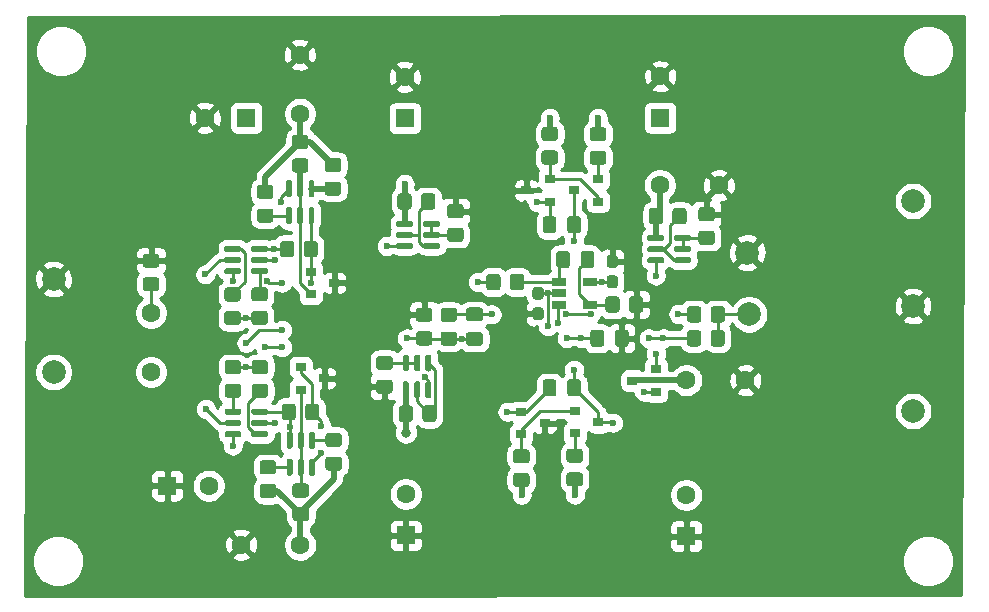
<source format=gbr>
G04 #@! TF.GenerationSoftware,KiCad,Pcbnew,(5.1.10-0-10_14)*
G04 #@! TF.CreationDate,2021-05-19T17:23:42+02:00*
G04 #@! TF.ProjectId,pre-amp-discret,7072652d-616d-4702-9d64-697363726574,rev?*
G04 #@! TF.SameCoordinates,Original*
G04 #@! TF.FileFunction,Copper,L1,Top*
G04 #@! TF.FilePolarity,Positive*
%FSLAX46Y46*%
G04 Gerber Fmt 4.6, Leading zero omitted, Abs format (unit mm)*
G04 Created by KiCad (PCBNEW (5.1.10-0-10_14)) date 2021-05-19 17:23:42*
%MOMM*%
%LPD*%
G01*
G04 APERTURE LIST*
G04 #@! TA.AperFunction,SMDPad,CuDef*
%ADD10R,1.220000X0.650000*%
G04 #@! TD*
G04 #@! TA.AperFunction,ComponentPad*
%ADD11C,1.600000*%
G04 #@! TD*
G04 #@! TA.AperFunction,ComponentPad*
%ADD12R,1.600000X1.600000*%
G04 #@! TD*
G04 #@! TA.AperFunction,SMDPad,CuDef*
%ADD13R,0.900000X0.800000*%
G04 #@! TD*
G04 #@! TA.AperFunction,ComponentPad*
%ADD14C,2.000000*%
G04 #@! TD*
G04 #@! TA.AperFunction,ViaPad*
%ADD15C,0.600000*%
G04 #@! TD*
G04 #@! TA.AperFunction,ViaPad*
%ADD16C,0.800000*%
G04 #@! TD*
G04 #@! TA.AperFunction,Conductor*
%ADD17C,0.250000*%
G04 #@! TD*
G04 #@! TA.AperFunction,Conductor*
%ADD18C,0.500000*%
G04 #@! TD*
G04 #@! TA.AperFunction,Conductor*
%ADD19C,0.254000*%
G04 #@! TD*
G04 #@! TA.AperFunction,Conductor*
%ADD20C,0.100000*%
G04 #@! TD*
G04 APERTURE END LIST*
D10*
X171022000Y-119893000D03*
X171022000Y-121793000D03*
X168402000Y-121793000D03*
X168402000Y-120843000D03*
X168402000Y-119893000D03*
G04 #@! TA.AperFunction,SMDPad,CuDef*
G36*
G01*
X163446000Y-119437999D02*
X163446000Y-120338001D01*
G75*
G02*
X163196001Y-120588000I-249999J0D01*
G01*
X162495999Y-120588000D01*
G75*
G02*
X162246000Y-120338001I0J249999D01*
G01*
X162246000Y-119437999D01*
G75*
G02*
X162495999Y-119188000I249999J0D01*
G01*
X163196001Y-119188000D01*
G75*
G02*
X163446000Y-119437999I0J-249999D01*
G01*
G37*
G04 #@! TD.AperFunction*
G04 #@! TA.AperFunction,SMDPad,CuDef*
G36*
G01*
X165446000Y-119437999D02*
X165446000Y-120338001D01*
G75*
G02*
X165196001Y-120588000I-249999J0D01*
G01*
X164495999Y-120588000D01*
G75*
G02*
X164246000Y-120338001I0J249999D01*
G01*
X164246000Y-119437999D01*
G75*
G02*
X164495999Y-119188000I249999J0D01*
G01*
X165196001Y-119188000D01*
G75*
G02*
X165446000Y-119437999I0J-249999D01*
G01*
G37*
G04 #@! TD.AperFunction*
G04 #@! TA.AperFunction,SMDPad,CuDef*
G36*
G01*
X180432000Y-124200499D02*
X180432000Y-125100501D01*
G75*
G02*
X180182001Y-125350500I-249999J0D01*
G01*
X179481999Y-125350500D01*
G75*
G02*
X179232000Y-125100501I0J249999D01*
G01*
X179232000Y-124200499D01*
G75*
G02*
X179481999Y-123950500I249999J0D01*
G01*
X180182001Y-123950500D01*
G75*
G02*
X180432000Y-124200499I0J-249999D01*
G01*
G37*
G04 #@! TD.AperFunction*
G04 #@! TA.AperFunction,SMDPad,CuDef*
G36*
G01*
X182432000Y-124200499D02*
X182432000Y-125100501D01*
G75*
G02*
X182182001Y-125350500I-249999J0D01*
G01*
X181481999Y-125350500D01*
G75*
G02*
X181232000Y-125100501I0J249999D01*
G01*
X181232000Y-124200499D01*
G75*
G02*
X181481999Y-123950500I249999J0D01*
G01*
X182182001Y-123950500D01*
G75*
G02*
X182432000Y-124200499I0J-249999D01*
G01*
G37*
G04 #@! TD.AperFunction*
G04 #@! TA.AperFunction,SMDPad,CuDef*
G36*
G01*
X174326500Y-122243001D02*
X174326500Y-121342999D01*
G75*
G02*
X174576499Y-121093000I249999J0D01*
G01*
X175276501Y-121093000D01*
G75*
G02*
X175526500Y-121342999I0J-249999D01*
G01*
X175526500Y-122243001D01*
G75*
G02*
X175276501Y-122493000I-249999J0D01*
G01*
X174576499Y-122493000D01*
G75*
G02*
X174326500Y-122243001I0J249999D01*
G01*
G37*
G04 #@! TD.AperFunction*
G04 #@! TA.AperFunction,SMDPad,CuDef*
G36*
G01*
X172326500Y-122243001D02*
X172326500Y-121342999D01*
G75*
G02*
X172576499Y-121093000I249999J0D01*
G01*
X173276501Y-121093000D01*
G75*
G02*
X173526500Y-121342999I0J-249999D01*
G01*
X173526500Y-122243001D01*
G75*
G02*
X173276501Y-122493000I-249999J0D01*
G01*
X172576499Y-122493000D01*
G75*
G02*
X172326500Y-122243001I0J249999D01*
G01*
G37*
G04 #@! TD.AperFunction*
G04 #@! TA.AperFunction,SMDPad,CuDef*
G36*
G01*
X172228000Y-124175500D02*
X172228000Y-125125500D01*
G75*
G02*
X171978000Y-125375500I-250000J0D01*
G01*
X171303000Y-125375500D01*
G75*
G02*
X171053000Y-125125500I0J250000D01*
G01*
X171053000Y-124175500D01*
G75*
G02*
X171303000Y-123925500I250000J0D01*
G01*
X171978000Y-123925500D01*
G75*
G02*
X172228000Y-124175500I0J-250000D01*
G01*
G37*
G04 #@! TD.AperFunction*
G04 #@! TA.AperFunction,SMDPad,CuDef*
G36*
G01*
X174303000Y-124175500D02*
X174303000Y-125125500D01*
G75*
G02*
X174053000Y-125375500I-250000J0D01*
G01*
X173378000Y-125375500D01*
G75*
G02*
X173128000Y-125125500I0J250000D01*
G01*
X173128000Y-124175500D01*
G75*
G02*
X173378000Y-123925500I250000J0D01*
G01*
X174053000Y-123925500D01*
G75*
G02*
X174303000Y-124175500I0J-250000D01*
G01*
G37*
G04 #@! TD.AperFunction*
G04 #@! TA.AperFunction,SMDPad,CuDef*
G36*
G01*
X166861500Y-121378000D02*
X166386500Y-121378000D01*
G75*
G02*
X166149000Y-121140500I0J237500D01*
G01*
X166149000Y-120540500D01*
G75*
G02*
X166386500Y-120303000I237500J0D01*
G01*
X166861500Y-120303000D01*
G75*
G02*
X167099000Y-120540500I0J-237500D01*
G01*
X167099000Y-121140500D01*
G75*
G02*
X166861500Y-121378000I-237500J0D01*
G01*
G37*
G04 #@! TD.AperFunction*
G04 #@! TA.AperFunction,SMDPad,CuDef*
G36*
G01*
X166861500Y-123103000D02*
X166386500Y-123103000D01*
G75*
G02*
X166149000Y-122865500I0J237500D01*
G01*
X166149000Y-122265500D01*
G75*
G02*
X166386500Y-122028000I237500J0D01*
G01*
X166861500Y-122028000D01*
G75*
G02*
X167099000Y-122265500I0J-237500D01*
G01*
X167099000Y-122865500D01*
G75*
G02*
X166861500Y-123103000I-237500J0D01*
G01*
G37*
G04 #@! TD.AperFunction*
G04 #@! TA.AperFunction,SMDPad,CuDef*
G36*
G01*
X172673000Y-119324000D02*
X173148000Y-119324000D01*
G75*
G02*
X173385500Y-119561500I0J-237500D01*
G01*
X173385500Y-120161500D01*
G75*
G02*
X173148000Y-120399000I-237500J0D01*
G01*
X172673000Y-120399000D01*
G75*
G02*
X172435500Y-120161500I0J237500D01*
G01*
X172435500Y-119561500D01*
G75*
G02*
X172673000Y-119324000I237500J0D01*
G01*
G37*
G04 #@! TD.AperFunction*
G04 #@! TA.AperFunction,SMDPad,CuDef*
G36*
G01*
X172673000Y-117599000D02*
X173148000Y-117599000D01*
G75*
G02*
X173385500Y-117836500I0J-237500D01*
G01*
X173385500Y-118436500D01*
G75*
G02*
X173148000Y-118674000I-237500J0D01*
G01*
X172673000Y-118674000D01*
G75*
G02*
X172435500Y-118436500I0J237500D01*
G01*
X172435500Y-117836500D01*
G75*
G02*
X172673000Y-117599000I237500J0D01*
G01*
G37*
G04 #@! TD.AperFunction*
G04 #@! TA.AperFunction,SMDPad,CuDef*
G36*
G01*
X170227500Y-118458000D02*
X170227500Y-117508000D01*
G75*
G02*
X170477500Y-117258000I250000J0D01*
G01*
X171152500Y-117258000D01*
G75*
G02*
X171402500Y-117508000I0J-250000D01*
G01*
X171402500Y-118458000D01*
G75*
G02*
X171152500Y-118708000I-250000J0D01*
G01*
X170477500Y-118708000D01*
G75*
G02*
X170227500Y-118458000I0J250000D01*
G01*
G37*
G04 #@! TD.AperFunction*
G04 #@! TA.AperFunction,SMDPad,CuDef*
G36*
G01*
X168152500Y-118458000D02*
X168152500Y-117508000D01*
G75*
G02*
X168402500Y-117258000I250000J0D01*
G01*
X169077500Y-117258000D01*
G75*
G02*
X169327500Y-117508000I0J-250000D01*
G01*
X169327500Y-118458000D01*
G75*
G02*
X169077500Y-118708000I-250000J0D01*
G01*
X168402500Y-118708000D01*
G75*
G02*
X168152500Y-118458000I0J250000D01*
G01*
G37*
G04 #@! TD.AperFunction*
G04 #@! TA.AperFunction,SMDPad,CuDef*
G36*
G01*
X145710100Y-133999000D02*
X145460100Y-133999000D01*
G75*
G02*
X145335100Y-133874000I0J125000D01*
G01*
X145335100Y-132699000D01*
G75*
G02*
X145460100Y-132574000I125000J0D01*
G01*
X145710100Y-132574000D01*
G75*
G02*
X145835100Y-132699000I0J-125000D01*
G01*
X145835100Y-133874000D01*
G75*
G02*
X145710100Y-133999000I-125000J0D01*
G01*
G37*
G04 #@! TD.AperFunction*
G04 #@! TA.AperFunction,SMDPad,CuDef*
G36*
G01*
X146660100Y-133999000D02*
X146410100Y-133999000D01*
G75*
G02*
X146285100Y-133874000I0J125000D01*
G01*
X146285100Y-132699000D01*
G75*
G02*
X146410100Y-132574000I125000J0D01*
G01*
X146660100Y-132574000D01*
G75*
G02*
X146785100Y-132699000I0J-125000D01*
G01*
X146785100Y-133874000D01*
G75*
G02*
X146660100Y-133999000I-125000J0D01*
G01*
G37*
G04 #@! TD.AperFunction*
G04 #@! TA.AperFunction,SMDPad,CuDef*
G36*
G01*
X147610100Y-133999000D02*
X147360100Y-133999000D01*
G75*
G02*
X147235100Y-133874000I0J125000D01*
G01*
X147235100Y-132699000D01*
G75*
G02*
X147360100Y-132574000I125000J0D01*
G01*
X147610100Y-132574000D01*
G75*
G02*
X147735100Y-132699000I0J-125000D01*
G01*
X147735100Y-133874000D01*
G75*
G02*
X147610100Y-133999000I-125000J0D01*
G01*
G37*
G04 #@! TD.AperFunction*
G04 #@! TA.AperFunction,SMDPad,CuDef*
G36*
G01*
X147610100Y-136274000D02*
X147360100Y-136274000D01*
G75*
G02*
X147235100Y-136149000I0J125000D01*
G01*
X147235100Y-134974000D01*
G75*
G02*
X147360100Y-134849000I125000J0D01*
G01*
X147610100Y-134849000D01*
G75*
G02*
X147735100Y-134974000I0J-125000D01*
G01*
X147735100Y-136149000D01*
G75*
G02*
X147610100Y-136274000I-125000J0D01*
G01*
G37*
G04 #@! TD.AperFunction*
G04 #@! TA.AperFunction,SMDPad,CuDef*
G36*
G01*
X146660100Y-136274000D02*
X146410100Y-136274000D01*
G75*
G02*
X146285100Y-136149000I0J125000D01*
G01*
X146285100Y-134974000D01*
G75*
G02*
X146410100Y-134849000I125000J0D01*
G01*
X146660100Y-134849000D01*
G75*
G02*
X146785100Y-134974000I0J-125000D01*
G01*
X146785100Y-136149000D01*
G75*
G02*
X146660100Y-136274000I-125000J0D01*
G01*
G37*
G04 #@! TD.AperFunction*
G04 #@! TA.AperFunction,SMDPad,CuDef*
G36*
G01*
X145710100Y-136274000D02*
X145460100Y-136274000D01*
G75*
G02*
X145335100Y-136149000I0J125000D01*
G01*
X145335100Y-134974000D01*
G75*
G02*
X145460100Y-134849000I125000J0D01*
G01*
X145710100Y-134849000D01*
G75*
G02*
X145835100Y-134974000I0J-125000D01*
G01*
X145835100Y-136149000D01*
G75*
G02*
X145710100Y-136274000I-125000J0D01*
G01*
G37*
G04 #@! TD.AperFunction*
G04 #@! TA.AperFunction,SMDPad,CuDef*
G36*
G01*
X142353000Y-130998500D02*
X142353000Y-130748500D01*
G75*
G02*
X142478000Y-130623500I125000J0D01*
G01*
X143653000Y-130623500D01*
G75*
G02*
X143778000Y-130748500I0J-125000D01*
G01*
X143778000Y-130998500D01*
G75*
G02*
X143653000Y-131123500I-125000J0D01*
G01*
X142478000Y-131123500D01*
G75*
G02*
X142353000Y-130998500I0J125000D01*
G01*
G37*
G04 #@! TD.AperFunction*
G04 #@! TA.AperFunction,SMDPad,CuDef*
G36*
G01*
X142353000Y-131948500D02*
X142353000Y-131698500D01*
G75*
G02*
X142478000Y-131573500I125000J0D01*
G01*
X143653000Y-131573500D01*
G75*
G02*
X143778000Y-131698500I0J-125000D01*
G01*
X143778000Y-131948500D01*
G75*
G02*
X143653000Y-132073500I-125000J0D01*
G01*
X142478000Y-132073500D01*
G75*
G02*
X142353000Y-131948500I0J125000D01*
G01*
G37*
G04 #@! TD.AperFunction*
G04 #@! TA.AperFunction,SMDPad,CuDef*
G36*
G01*
X142353000Y-132898500D02*
X142353000Y-132648500D01*
G75*
G02*
X142478000Y-132523500I125000J0D01*
G01*
X143653000Y-132523500D01*
G75*
G02*
X143778000Y-132648500I0J-125000D01*
G01*
X143778000Y-132898500D01*
G75*
G02*
X143653000Y-133023500I-125000J0D01*
G01*
X142478000Y-133023500D01*
G75*
G02*
X142353000Y-132898500I0J125000D01*
G01*
G37*
G04 #@! TD.AperFunction*
G04 #@! TA.AperFunction,SMDPad,CuDef*
G36*
G01*
X140078000Y-132898500D02*
X140078000Y-132648500D01*
G75*
G02*
X140203000Y-132523500I125000J0D01*
G01*
X141378000Y-132523500D01*
G75*
G02*
X141503000Y-132648500I0J-125000D01*
G01*
X141503000Y-132898500D01*
G75*
G02*
X141378000Y-133023500I-125000J0D01*
G01*
X140203000Y-133023500D01*
G75*
G02*
X140078000Y-132898500I0J125000D01*
G01*
G37*
G04 #@! TD.AperFunction*
G04 #@! TA.AperFunction,SMDPad,CuDef*
G36*
G01*
X140078000Y-131948500D02*
X140078000Y-131698500D01*
G75*
G02*
X140203000Y-131573500I125000J0D01*
G01*
X141378000Y-131573500D01*
G75*
G02*
X141503000Y-131698500I0J-125000D01*
G01*
X141503000Y-131948500D01*
G75*
G02*
X141378000Y-132073500I-125000J0D01*
G01*
X140203000Y-132073500D01*
G75*
G02*
X140078000Y-131948500I0J125000D01*
G01*
G37*
G04 #@! TD.AperFunction*
G04 #@! TA.AperFunction,SMDPad,CuDef*
G36*
G01*
X140078000Y-130998500D02*
X140078000Y-130748500D01*
G75*
G02*
X140203000Y-130623500I125000J0D01*
G01*
X141378000Y-130623500D01*
G75*
G02*
X141503000Y-130748500I0J-125000D01*
G01*
X141503000Y-130998500D01*
G75*
G02*
X141378000Y-131123500I-125000J0D01*
G01*
X140203000Y-131123500D01*
G75*
G02*
X140078000Y-130998500I0J125000D01*
G01*
G37*
G04 #@! TD.AperFunction*
G04 #@! TA.AperFunction,SMDPad,CuDef*
G36*
G01*
X177306000Y-117931700D02*
X177306000Y-118181700D01*
G75*
G02*
X177181000Y-118306700I-125000J0D01*
G01*
X176006000Y-118306700D01*
G75*
G02*
X175881000Y-118181700I0J125000D01*
G01*
X175881000Y-117931700D01*
G75*
G02*
X176006000Y-117806700I125000J0D01*
G01*
X177181000Y-117806700D01*
G75*
G02*
X177306000Y-117931700I0J-125000D01*
G01*
G37*
G04 #@! TD.AperFunction*
G04 #@! TA.AperFunction,SMDPad,CuDef*
G36*
G01*
X177306000Y-116981700D02*
X177306000Y-117231700D01*
G75*
G02*
X177181000Y-117356700I-125000J0D01*
G01*
X176006000Y-117356700D01*
G75*
G02*
X175881000Y-117231700I0J125000D01*
G01*
X175881000Y-116981700D01*
G75*
G02*
X176006000Y-116856700I125000J0D01*
G01*
X177181000Y-116856700D01*
G75*
G02*
X177306000Y-116981700I0J-125000D01*
G01*
G37*
G04 #@! TD.AperFunction*
G04 #@! TA.AperFunction,SMDPad,CuDef*
G36*
G01*
X177306000Y-116031700D02*
X177306000Y-116281700D01*
G75*
G02*
X177181000Y-116406700I-125000J0D01*
G01*
X176006000Y-116406700D01*
G75*
G02*
X175881000Y-116281700I0J125000D01*
G01*
X175881000Y-116031700D01*
G75*
G02*
X176006000Y-115906700I125000J0D01*
G01*
X177181000Y-115906700D01*
G75*
G02*
X177306000Y-116031700I0J-125000D01*
G01*
G37*
G04 #@! TD.AperFunction*
G04 #@! TA.AperFunction,SMDPad,CuDef*
G36*
G01*
X179581000Y-116031700D02*
X179581000Y-116281700D01*
G75*
G02*
X179456000Y-116406700I-125000J0D01*
G01*
X178281000Y-116406700D01*
G75*
G02*
X178156000Y-116281700I0J125000D01*
G01*
X178156000Y-116031700D01*
G75*
G02*
X178281000Y-115906700I125000J0D01*
G01*
X179456000Y-115906700D01*
G75*
G02*
X179581000Y-116031700I0J-125000D01*
G01*
G37*
G04 #@! TD.AperFunction*
G04 #@! TA.AperFunction,SMDPad,CuDef*
G36*
G01*
X179581000Y-116981700D02*
X179581000Y-117231700D01*
G75*
G02*
X179456000Y-117356700I-125000J0D01*
G01*
X178281000Y-117356700D01*
G75*
G02*
X178156000Y-117231700I0J125000D01*
G01*
X178156000Y-116981700D01*
G75*
G02*
X178281000Y-116856700I125000J0D01*
G01*
X179456000Y-116856700D01*
G75*
G02*
X179581000Y-116981700I0J-125000D01*
G01*
G37*
G04 #@! TD.AperFunction*
G04 #@! TA.AperFunction,SMDPad,CuDef*
G36*
G01*
X179581000Y-117931700D02*
X179581000Y-118181700D01*
G75*
G02*
X179456000Y-118306700I-125000J0D01*
G01*
X178281000Y-118306700D01*
G75*
G02*
X178156000Y-118181700I0J125000D01*
G01*
X178156000Y-117931700D01*
G75*
G02*
X178281000Y-117806700I125000J0D01*
G01*
X179456000Y-117806700D01*
G75*
G02*
X179581000Y-117931700I0J-125000D01*
G01*
G37*
G04 #@! TD.AperFunction*
G04 #@! TA.AperFunction,SMDPad,CuDef*
G36*
G01*
X156033500Y-116722700D02*
X156033500Y-116972700D01*
G75*
G02*
X155908500Y-117097700I-125000J0D01*
G01*
X154733500Y-117097700D01*
G75*
G02*
X154608500Y-116972700I0J125000D01*
G01*
X154608500Y-116722700D01*
G75*
G02*
X154733500Y-116597700I125000J0D01*
G01*
X155908500Y-116597700D01*
G75*
G02*
X156033500Y-116722700I0J-125000D01*
G01*
G37*
G04 #@! TD.AperFunction*
G04 #@! TA.AperFunction,SMDPad,CuDef*
G36*
G01*
X156033500Y-115772700D02*
X156033500Y-116022700D01*
G75*
G02*
X155908500Y-116147700I-125000J0D01*
G01*
X154733500Y-116147700D01*
G75*
G02*
X154608500Y-116022700I0J125000D01*
G01*
X154608500Y-115772700D01*
G75*
G02*
X154733500Y-115647700I125000J0D01*
G01*
X155908500Y-115647700D01*
G75*
G02*
X156033500Y-115772700I0J-125000D01*
G01*
G37*
G04 #@! TD.AperFunction*
G04 #@! TA.AperFunction,SMDPad,CuDef*
G36*
G01*
X156033500Y-114822700D02*
X156033500Y-115072700D01*
G75*
G02*
X155908500Y-115197700I-125000J0D01*
G01*
X154733500Y-115197700D01*
G75*
G02*
X154608500Y-115072700I0J125000D01*
G01*
X154608500Y-114822700D01*
G75*
G02*
X154733500Y-114697700I125000J0D01*
G01*
X155908500Y-114697700D01*
G75*
G02*
X156033500Y-114822700I0J-125000D01*
G01*
G37*
G04 #@! TD.AperFunction*
G04 #@! TA.AperFunction,SMDPad,CuDef*
G36*
G01*
X158308500Y-114822700D02*
X158308500Y-115072700D01*
G75*
G02*
X158183500Y-115197700I-125000J0D01*
G01*
X157008500Y-115197700D01*
G75*
G02*
X156883500Y-115072700I0J125000D01*
G01*
X156883500Y-114822700D01*
G75*
G02*
X157008500Y-114697700I125000J0D01*
G01*
X158183500Y-114697700D01*
G75*
G02*
X158308500Y-114822700I0J-125000D01*
G01*
G37*
G04 #@! TD.AperFunction*
G04 #@! TA.AperFunction,SMDPad,CuDef*
G36*
G01*
X158308500Y-115772700D02*
X158308500Y-116022700D01*
G75*
G02*
X158183500Y-116147700I-125000J0D01*
G01*
X157008500Y-116147700D01*
G75*
G02*
X156883500Y-116022700I0J125000D01*
G01*
X156883500Y-115772700D01*
G75*
G02*
X157008500Y-115647700I125000J0D01*
G01*
X158183500Y-115647700D01*
G75*
G02*
X158308500Y-115772700I0J-125000D01*
G01*
G37*
G04 #@! TD.AperFunction*
G04 #@! TA.AperFunction,SMDPad,CuDef*
G36*
G01*
X158308500Y-116722700D02*
X158308500Y-116972700D01*
G75*
G02*
X158183500Y-117097700I-125000J0D01*
G01*
X157008500Y-117097700D01*
G75*
G02*
X156883500Y-116972700I0J125000D01*
G01*
X156883500Y-116722700D01*
G75*
G02*
X157008500Y-116597700I125000J0D01*
G01*
X158183500Y-116597700D01*
G75*
G02*
X158308500Y-116722700I0J-125000D01*
G01*
G37*
G04 #@! TD.AperFunction*
G04 #@! TA.AperFunction,SMDPad,CuDef*
G36*
G01*
X142329300Y-117198600D02*
X142329300Y-116948600D01*
G75*
G02*
X142454300Y-116823600I125000J0D01*
G01*
X143629300Y-116823600D01*
G75*
G02*
X143754300Y-116948600I0J-125000D01*
G01*
X143754300Y-117198600D01*
G75*
G02*
X143629300Y-117323600I-125000J0D01*
G01*
X142454300Y-117323600D01*
G75*
G02*
X142329300Y-117198600I0J125000D01*
G01*
G37*
G04 #@! TD.AperFunction*
G04 #@! TA.AperFunction,SMDPad,CuDef*
G36*
G01*
X142329300Y-118148600D02*
X142329300Y-117898600D01*
G75*
G02*
X142454300Y-117773600I125000J0D01*
G01*
X143629300Y-117773600D01*
G75*
G02*
X143754300Y-117898600I0J-125000D01*
G01*
X143754300Y-118148600D01*
G75*
G02*
X143629300Y-118273600I-125000J0D01*
G01*
X142454300Y-118273600D01*
G75*
G02*
X142329300Y-118148600I0J125000D01*
G01*
G37*
G04 #@! TD.AperFunction*
G04 #@! TA.AperFunction,SMDPad,CuDef*
G36*
G01*
X142329300Y-119098600D02*
X142329300Y-118848600D01*
G75*
G02*
X142454300Y-118723600I125000J0D01*
G01*
X143629300Y-118723600D01*
G75*
G02*
X143754300Y-118848600I0J-125000D01*
G01*
X143754300Y-119098600D01*
G75*
G02*
X143629300Y-119223600I-125000J0D01*
G01*
X142454300Y-119223600D01*
G75*
G02*
X142329300Y-119098600I0J125000D01*
G01*
G37*
G04 #@! TD.AperFunction*
G04 #@! TA.AperFunction,SMDPad,CuDef*
G36*
G01*
X140054300Y-119098600D02*
X140054300Y-118848600D01*
G75*
G02*
X140179300Y-118723600I125000J0D01*
G01*
X141354300Y-118723600D01*
G75*
G02*
X141479300Y-118848600I0J-125000D01*
G01*
X141479300Y-119098600D01*
G75*
G02*
X141354300Y-119223600I-125000J0D01*
G01*
X140179300Y-119223600D01*
G75*
G02*
X140054300Y-119098600I0J125000D01*
G01*
G37*
G04 #@! TD.AperFunction*
G04 #@! TA.AperFunction,SMDPad,CuDef*
G36*
G01*
X140054300Y-118148600D02*
X140054300Y-117898600D01*
G75*
G02*
X140179300Y-117773600I125000J0D01*
G01*
X141354300Y-117773600D01*
G75*
G02*
X141479300Y-117898600I0J-125000D01*
G01*
X141479300Y-118148600D01*
G75*
G02*
X141354300Y-118273600I-125000J0D01*
G01*
X140179300Y-118273600D01*
G75*
G02*
X140054300Y-118148600I0J125000D01*
G01*
G37*
G04 #@! TD.AperFunction*
G04 #@! TA.AperFunction,SMDPad,CuDef*
G36*
G01*
X140054300Y-117198600D02*
X140054300Y-116948600D01*
G75*
G02*
X140179300Y-116823600I125000J0D01*
G01*
X141354300Y-116823600D01*
G75*
G02*
X141479300Y-116948600I0J-125000D01*
G01*
X141479300Y-117198600D01*
G75*
G02*
X141354300Y-117323600I-125000J0D01*
G01*
X140179300Y-117323600D01*
G75*
G02*
X140054300Y-117198600I0J125000D01*
G01*
G37*
G04 #@! TD.AperFunction*
G04 #@! TA.AperFunction,SMDPad,CuDef*
G36*
G01*
X145667000Y-112699400D02*
X145417000Y-112699400D01*
G75*
G02*
X145292000Y-112574400I0J125000D01*
G01*
X145292000Y-111399400D01*
G75*
G02*
X145417000Y-111274400I125000J0D01*
G01*
X145667000Y-111274400D01*
G75*
G02*
X145792000Y-111399400I0J-125000D01*
G01*
X145792000Y-112574400D01*
G75*
G02*
X145667000Y-112699400I-125000J0D01*
G01*
G37*
G04 #@! TD.AperFunction*
G04 #@! TA.AperFunction,SMDPad,CuDef*
G36*
G01*
X146617000Y-112699400D02*
X146367000Y-112699400D01*
G75*
G02*
X146242000Y-112574400I0J125000D01*
G01*
X146242000Y-111399400D01*
G75*
G02*
X146367000Y-111274400I125000J0D01*
G01*
X146617000Y-111274400D01*
G75*
G02*
X146742000Y-111399400I0J-125000D01*
G01*
X146742000Y-112574400D01*
G75*
G02*
X146617000Y-112699400I-125000J0D01*
G01*
G37*
G04 #@! TD.AperFunction*
G04 #@! TA.AperFunction,SMDPad,CuDef*
G36*
G01*
X147567000Y-112699400D02*
X147317000Y-112699400D01*
G75*
G02*
X147192000Y-112574400I0J125000D01*
G01*
X147192000Y-111399400D01*
G75*
G02*
X147317000Y-111274400I125000J0D01*
G01*
X147567000Y-111274400D01*
G75*
G02*
X147692000Y-111399400I0J-125000D01*
G01*
X147692000Y-112574400D01*
G75*
G02*
X147567000Y-112699400I-125000J0D01*
G01*
G37*
G04 #@! TD.AperFunction*
G04 #@! TA.AperFunction,SMDPad,CuDef*
G36*
G01*
X147567000Y-114974400D02*
X147317000Y-114974400D01*
G75*
G02*
X147192000Y-114849400I0J125000D01*
G01*
X147192000Y-113674400D01*
G75*
G02*
X147317000Y-113549400I125000J0D01*
G01*
X147567000Y-113549400D01*
G75*
G02*
X147692000Y-113674400I0J-125000D01*
G01*
X147692000Y-114849400D01*
G75*
G02*
X147567000Y-114974400I-125000J0D01*
G01*
G37*
G04 #@! TD.AperFunction*
G04 #@! TA.AperFunction,SMDPad,CuDef*
G36*
G01*
X146617000Y-114974400D02*
X146367000Y-114974400D01*
G75*
G02*
X146242000Y-114849400I0J125000D01*
G01*
X146242000Y-113674400D01*
G75*
G02*
X146367000Y-113549400I125000J0D01*
G01*
X146617000Y-113549400D01*
G75*
G02*
X146742000Y-113674400I0J-125000D01*
G01*
X146742000Y-114849400D01*
G75*
G02*
X146617000Y-114974400I-125000J0D01*
G01*
G37*
G04 #@! TD.AperFunction*
G04 #@! TA.AperFunction,SMDPad,CuDef*
G36*
G01*
X145667000Y-114974400D02*
X145417000Y-114974400D01*
G75*
G02*
X145292000Y-114849400I0J125000D01*
G01*
X145292000Y-113674400D01*
G75*
G02*
X145417000Y-113549400I125000J0D01*
G01*
X145667000Y-113549400D01*
G75*
G02*
X145792000Y-113674400I0J-125000D01*
G01*
X145792000Y-114849400D01*
G75*
G02*
X145667000Y-114974400I-125000J0D01*
G01*
G37*
G04 #@! TD.AperFunction*
G04 #@! TA.AperFunction,SMDPad,CuDef*
G36*
G01*
X157215300Y-128303800D02*
X157465300Y-128303800D01*
G75*
G02*
X157590300Y-128428800I0J-125000D01*
G01*
X157590300Y-129603800D01*
G75*
G02*
X157465300Y-129728800I-125000J0D01*
G01*
X157215300Y-129728800D01*
G75*
G02*
X157090300Y-129603800I0J125000D01*
G01*
X157090300Y-128428800D01*
G75*
G02*
X157215300Y-128303800I125000J0D01*
G01*
G37*
G04 #@! TD.AperFunction*
G04 #@! TA.AperFunction,SMDPad,CuDef*
G36*
G01*
X156265300Y-128303800D02*
X156515300Y-128303800D01*
G75*
G02*
X156640300Y-128428800I0J-125000D01*
G01*
X156640300Y-129603800D01*
G75*
G02*
X156515300Y-129728800I-125000J0D01*
G01*
X156265300Y-129728800D01*
G75*
G02*
X156140300Y-129603800I0J125000D01*
G01*
X156140300Y-128428800D01*
G75*
G02*
X156265300Y-128303800I125000J0D01*
G01*
G37*
G04 #@! TD.AperFunction*
G04 #@! TA.AperFunction,SMDPad,CuDef*
G36*
G01*
X155315300Y-128303800D02*
X155565300Y-128303800D01*
G75*
G02*
X155690300Y-128428800I0J-125000D01*
G01*
X155690300Y-129603800D01*
G75*
G02*
X155565300Y-129728800I-125000J0D01*
G01*
X155315300Y-129728800D01*
G75*
G02*
X155190300Y-129603800I0J125000D01*
G01*
X155190300Y-128428800D01*
G75*
G02*
X155315300Y-128303800I125000J0D01*
G01*
G37*
G04 #@! TD.AperFunction*
G04 #@! TA.AperFunction,SMDPad,CuDef*
G36*
G01*
X155315300Y-126028800D02*
X155565300Y-126028800D01*
G75*
G02*
X155690300Y-126153800I0J-125000D01*
G01*
X155690300Y-127328800D01*
G75*
G02*
X155565300Y-127453800I-125000J0D01*
G01*
X155315300Y-127453800D01*
G75*
G02*
X155190300Y-127328800I0J125000D01*
G01*
X155190300Y-126153800D01*
G75*
G02*
X155315300Y-126028800I125000J0D01*
G01*
G37*
G04 #@! TD.AperFunction*
G04 #@! TA.AperFunction,SMDPad,CuDef*
G36*
G01*
X156265300Y-126028800D02*
X156515300Y-126028800D01*
G75*
G02*
X156640300Y-126153800I0J-125000D01*
G01*
X156640300Y-127328800D01*
G75*
G02*
X156515300Y-127453800I-125000J0D01*
G01*
X156265300Y-127453800D01*
G75*
G02*
X156140300Y-127328800I0J125000D01*
G01*
X156140300Y-126153800D01*
G75*
G02*
X156265300Y-126028800I125000J0D01*
G01*
G37*
G04 #@! TD.AperFunction*
G04 #@! TA.AperFunction,SMDPad,CuDef*
G36*
G01*
X157215300Y-126028800D02*
X157465300Y-126028800D01*
G75*
G02*
X157590300Y-126153800I0J-125000D01*
G01*
X157590300Y-127328800D01*
G75*
G02*
X157465300Y-127453800I-125000J0D01*
G01*
X157215300Y-127453800D01*
G75*
G02*
X157090300Y-127328800I0J125000D01*
G01*
X157090300Y-126153800D01*
G75*
G02*
X157215300Y-126028800I125000J0D01*
G01*
G37*
G04 #@! TD.AperFunction*
D11*
X176961800Y-102481500D03*
D12*
X176961800Y-105981500D03*
G04 #@! TA.AperFunction,SMDPad,CuDef*
G36*
G01*
X146082599Y-138941000D02*
X146982601Y-138941000D01*
G75*
G02*
X147232600Y-139190999I0J-249999D01*
G01*
X147232600Y-139891001D01*
G75*
G02*
X146982601Y-140141000I-249999J0D01*
G01*
X146082599Y-140141000D01*
G75*
G02*
X145832600Y-139891001I0J249999D01*
G01*
X145832600Y-139190999D01*
G75*
G02*
X146082599Y-138941000I249999J0D01*
G01*
G37*
G04 #@! TD.AperFunction*
G04 #@! TA.AperFunction,SMDPad,CuDef*
G36*
G01*
X146082599Y-136941000D02*
X146982601Y-136941000D01*
G75*
G02*
X147232600Y-137190999I0J-249999D01*
G01*
X147232600Y-137891001D01*
G75*
G02*
X146982601Y-138141000I-249999J0D01*
G01*
X146082599Y-138141000D01*
G75*
G02*
X145832600Y-137891001I0J249999D01*
G01*
X145832600Y-137190999D01*
G75*
G02*
X146082599Y-136941000I249999J0D01*
G01*
G37*
G04 #@! TD.AperFunction*
G04 #@! TA.AperFunction,SMDPad,CuDef*
G36*
G01*
X146110500Y-130436199D02*
X146110500Y-131336201D01*
G75*
G02*
X145860501Y-131586200I-249999J0D01*
G01*
X145160499Y-131586200D01*
G75*
G02*
X144910500Y-131336201I0J249999D01*
G01*
X144910500Y-130436199D01*
G75*
G02*
X145160499Y-130186200I249999J0D01*
G01*
X145860501Y-130186200D01*
G75*
G02*
X146110500Y-130436199I0J-249999D01*
G01*
G37*
G04 #@! TD.AperFunction*
G04 #@! TA.AperFunction,SMDPad,CuDef*
G36*
G01*
X148110500Y-130436199D02*
X148110500Y-131336201D01*
G75*
G02*
X147860501Y-131586200I-249999J0D01*
G01*
X147160499Y-131586200D01*
G75*
G02*
X146910500Y-131336201I0J249999D01*
G01*
X146910500Y-130436199D01*
G75*
G02*
X147160499Y-130186200I249999J0D01*
G01*
X147860501Y-130186200D01*
G75*
G02*
X148110500Y-130436199I0J-249999D01*
G01*
G37*
G04 #@! TD.AperFunction*
G04 #@! TA.AperFunction,SMDPad,CuDef*
G36*
G01*
X145983500Y-116656699D02*
X145983500Y-117556701D01*
G75*
G02*
X145733501Y-117806700I-249999J0D01*
G01*
X145033499Y-117806700D01*
G75*
G02*
X144783500Y-117556701I0J249999D01*
G01*
X144783500Y-116656699D01*
G75*
G02*
X145033499Y-116406700I249999J0D01*
G01*
X145733501Y-116406700D01*
G75*
G02*
X145983500Y-116656699I0J-249999D01*
G01*
G37*
G04 #@! TD.AperFunction*
G04 #@! TA.AperFunction,SMDPad,CuDef*
G36*
G01*
X147983500Y-116656699D02*
X147983500Y-117556701D01*
G75*
G02*
X147733501Y-117806700I-249999J0D01*
G01*
X147033499Y-117806700D01*
G75*
G02*
X146783500Y-117556701I0J249999D01*
G01*
X146783500Y-116656699D01*
G75*
G02*
X147033499Y-116406700I249999J0D01*
G01*
X147733501Y-116406700D01*
G75*
G02*
X147983500Y-116656699I0J-249999D01*
G01*
G37*
G04 #@! TD.AperFunction*
G04 #@! TA.AperFunction,SMDPad,CuDef*
G36*
G01*
X146031799Y-109420100D02*
X146931801Y-109420100D01*
G75*
G02*
X147181800Y-109670099I0J-249999D01*
G01*
X147181800Y-110370101D01*
G75*
G02*
X146931801Y-110620100I-249999J0D01*
G01*
X146031799Y-110620100D01*
G75*
G02*
X145781800Y-110370101I0J249999D01*
G01*
X145781800Y-109670099D01*
G75*
G02*
X146031799Y-109420100I249999J0D01*
G01*
G37*
G04 #@! TD.AperFunction*
G04 #@! TA.AperFunction,SMDPad,CuDef*
G36*
G01*
X146031799Y-107420100D02*
X146931801Y-107420100D01*
G75*
G02*
X147181800Y-107670099I0J-249999D01*
G01*
X147181800Y-108370101D01*
G75*
G02*
X146931801Y-108620100I-249999J0D01*
G01*
X146031799Y-108620100D01*
G75*
G02*
X145781800Y-108370101I0J249999D01*
G01*
X145781800Y-107670099D01*
G75*
G02*
X146031799Y-107420100I249999J0D01*
G01*
G37*
G04 #@! TD.AperFunction*
D13*
X148532600Y-128043900D03*
X146532600Y-128993900D03*
X146532600Y-127093900D03*
X149383500Y-119949000D03*
X147383500Y-120899000D03*
X147383500Y-118999000D03*
D11*
X155422600Y-137845800D03*
D12*
X155422600Y-141345800D03*
D11*
X155346400Y-102506900D03*
D12*
X155346400Y-106006900D03*
G04 #@! TA.AperFunction,SMDPad,CuDef*
G36*
G01*
X143301299Y-136972500D02*
X144201301Y-136972500D01*
G75*
G02*
X144451300Y-137222499I0J-249999D01*
G01*
X144451300Y-137922501D01*
G75*
G02*
X144201301Y-138172500I-249999J0D01*
G01*
X143301299Y-138172500D01*
G75*
G02*
X143051300Y-137922501I0J249999D01*
G01*
X143051300Y-137222499D01*
G75*
G02*
X143301299Y-136972500I249999J0D01*
G01*
G37*
G04 #@! TD.AperFunction*
G04 #@! TA.AperFunction,SMDPad,CuDef*
G36*
G01*
X143301299Y-134972500D02*
X144201301Y-134972500D01*
G75*
G02*
X144451300Y-135222499I0J-249999D01*
G01*
X144451300Y-135922501D01*
G75*
G02*
X144201301Y-136172500I-249999J0D01*
G01*
X143301299Y-136172500D01*
G75*
G02*
X143051300Y-135922501I0J249999D01*
G01*
X143051300Y-135222499D01*
G75*
G02*
X143301299Y-134972500I249999J0D01*
G01*
G37*
G04 #@! TD.AperFunction*
D13*
X165614600Y-112130800D03*
X167614600Y-111180800D03*
X167614600Y-113080800D03*
G04 #@! TA.AperFunction,SMDPad,CuDef*
G36*
G01*
X180444700Y-122181199D02*
X180444700Y-123081201D01*
G75*
G02*
X180194701Y-123331200I-249999J0D01*
G01*
X179494699Y-123331200D01*
G75*
G02*
X179244700Y-123081201I0J249999D01*
G01*
X179244700Y-122181199D01*
G75*
G02*
X179494699Y-121931200I249999J0D01*
G01*
X180194701Y-121931200D01*
G75*
G02*
X180444700Y-122181199I0J-249999D01*
G01*
G37*
G04 #@! TD.AperFunction*
G04 #@! TA.AperFunction,SMDPad,CuDef*
G36*
G01*
X182444700Y-122181199D02*
X182444700Y-123081201D01*
G75*
G02*
X182194701Y-123331200I-249999J0D01*
G01*
X181494699Y-123331200D01*
G75*
G02*
X181244700Y-123081201I0J249999D01*
G01*
X181244700Y-122181199D01*
G75*
G02*
X181494699Y-121931200I249999J0D01*
G01*
X182194701Y-121931200D01*
G75*
G02*
X182444700Y-122181199I0J-249999D01*
G01*
G37*
G04 #@! TD.AperFunction*
G04 #@! TA.AperFunction,SMDPad,CuDef*
G36*
G01*
X181348801Y-114741500D02*
X180448799Y-114741500D01*
G75*
G02*
X180198800Y-114491501I0J249999D01*
G01*
X180198800Y-113791499D01*
G75*
G02*
X180448799Y-113541500I249999J0D01*
G01*
X181348801Y-113541500D01*
G75*
G02*
X181598800Y-113791499I0J-249999D01*
G01*
X181598800Y-114491501D01*
G75*
G02*
X181348801Y-114741500I-249999J0D01*
G01*
G37*
G04 #@! TD.AperFunction*
G04 #@! TA.AperFunction,SMDPad,CuDef*
G36*
G01*
X181348801Y-116741500D02*
X180448799Y-116741500D01*
G75*
G02*
X180198800Y-116491501I0J249999D01*
G01*
X180198800Y-115791499D01*
G75*
G02*
X180448799Y-115541500I249999J0D01*
G01*
X181348801Y-115541500D01*
G75*
G02*
X181598800Y-115791499I0J-249999D01*
G01*
X181598800Y-116491501D01*
G75*
G02*
X181348801Y-116741500I-249999J0D01*
G01*
G37*
G04 #@! TD.AperFunction*
G04 #@! TA.AperFunction,SMDPad,CuDef*
G36*
G01*
X169272799Y-135994600D02*
X170172801Y-135994600D01*
G75*
G02*
X170422800Y-136244599I0J-249999D01*
G01*
X170422800Y-136944601D01*
G75*
G02*
X170172801Y-137194600I-249999J0D01*
G01*
X169272799Y-137194600D01*
G75*
G02*
X169022800Y-136944601I0J249999D01*
G01*
X169022800Y-136244599D01*
G75*
G02*
X169272799Y-135994600I249999J0D01*
G01*
G37*
G04 #@! TD.AperFunction*
G04 #@! TA.AperFunction,SMDPad,CuDef*
G36*
G01*
X169272799Y-133994600D02*
X170172801Y-133994600D01*
G75*
G02*
X170422800Y-134244599I0J-249999D01*
G01*
X170422800Y-134944601D01*
G75*
G02*
X170172801Y-135194600I-249999J0D01*
G01*
X169272799Y-135194600D01*
G75*
G02*
X169022800Y-134944601I0J249999D01*
G01*
X169022800Y-134244599D01*
G75*
G02*
X169272799Y-133994600I249999J0D01*
G01*
G37*
G04 #@! TD.AperFunction*
G04 #@! TA.AperFunction,SMDPad,CuDef*
G36*
G01*
X167164599Y-108747000D02*
X168064601Y-108747000D01*
G75*
G02*
X168314600Y-108996999I0J-249999D01*
G01*
X168314600Y-109697001D01*
G75*
G02*
X168064601Y-109947000I-249999J0D01*
G01*
X167164599Y-109947000D01*
G75*
G02*
X166914600Y-109697001I0J249999D01*
G01*
X166914600Y-108996999D01*
G75*
G02*
X167164599Y-108747000I249999J0D01*
G01*
G37*
G04 #@! TD.AperFunction*
G04 #@! TA.AperFunction,SMDPad,CuDef*
G36*
G01*
X167164599Y-106747000D02*
X168064601Y-106747000D01*
G75*
G02*
X168314600Y-106996999I0J-249999D01*
G01*
X168314600Y-107697001D01*
G75*
G02*
X168064601Y-107947000I-249999J0D01*
G01*
X167164599Y-107947000D01*
G75*
G02*
X166914600Y-107697001I0J249999D01*
G01*
X166914600Y-106996999D01*
G75*
G02*
X167164599Y-106747000I249999J0D01*
G01*
G37*
G04 #@! TD.AperFunction*
G04 #@! TA.AperFunction,SMDPad,CuDef*
G36*
G01*
X154069201Y-127346000D02*
X153169199Y-127346000D01*
G75*
G02*
X152919200Y-127096001I0J249999D01*
G01*
X152919200Y-126395999D01*
G75*
G02*
X153169199Y-126146000I249999J0D01*
G01*
X154069201Y-126146000D01*
G75*
G02*
X154319200Y-126395999I0J-249999D01*
G01*
X154319200Y-127096001D01*
G75*
G02*
X154069201Y-127346000I-249999J0D01*
G01*
G37*
G04 #@! TD.AperFunction*
G04 #@! TA.AperFunction,SMDPad,CuDef*
G36*
G01*
X154069201Y-129346000D02*
X153169199Y-129346000D01*
G75*
G02*
X152919200Y-129096001I0J249999D01*
G01*
X152919200Y-128395999D01*
G75*
G02*
X153169199Y-128146000I249999J0D01*
G01*
X154069201Y-128146000D01*
G75*
G02*
X154319200Y-128395999I0J-249999D01*
G01*
X154319200Y-129096001D01*
G75*
G02*
X154069201Y-129346000I-249999J0D01*
G01*
G37*
G04 #@! TD.AperFunction*
G04 #@! TA.AperFunction,SMDPad,CuDef*
G36*
G01*
X142602799Y-122323300D02*
X143502801Y-122323300D01*
G75*
G02*
X143752800Y-122573299I0J-249999D01*
G01*
X143752800Y-123273301D01*
G75*
G02*
X143502801Y-123523300I-249999J0D01*
G01*
X142602799Y-123523300D01*
G75*
G02*
X142352800Y-123273301I0J249999D01*
G01*
X142352800Y-122573299D01*
G75*
G02*
X142602799Y-122323300I249999J0D01*
G01*
G37*
G04 #@! TD.AperFunction*
G04 #@! TA.AperFunction,SMDPad,CuDef*
G36*
G01*
X142602799Y-120323300D02*
X143502801Y-120323300D01*
G75*
G02*
X143752800Y-120573299I0J-249999D01*
G01*
X143752800Y-121273301D01*
G75*
G02*
X143502801Y-121523300I-249999J0D01*
G01*
X142602799Y-121523300D01*
G75*
G02*
X142352800Y-121273301I0J249999D01*
G01*
X142352800Y-120573299D01*
G75*
G02*
X142602799Y-120323300I249999J0D01*
G01*
G37*
G04 #@! TD.AperFunction*
G04 #@! TA.AperFunction,SMDPad,CuDef*
G36*
G01*
X148800399Y-111375900D02*
X149700401Y-111375900D01*
G75*
G02*
X149950400Y-111625899I0J-249999D01*
G01*
X149950400Y-112325901D01*
G75*
G02*
X149700401Y-112575900I-249999J0D01*
G01*
X148800399Y-112575900D01*
G75*
G02*
X148550400Y-112325901I0J249999D01*
G01*
X148550400Y-111625899D01*
G75*
G02*
X148800399Y-111375900I249999J0D01*
G01*
G37*
G04 #@! TD.AperFunction*
G04 #@! TA.AperFunction,SMDPad,CuDef*
G36*
G01*
X148800399Y-109375900D02*
X149700401Y-109375900D01*
G75*
G02*
X149950400Y-109625899I0J-249999D01*
G01*
X149950400Y-110325901D01*
G75*
G02*
X149700401Y-110575900I-249999J0D01*
G01*
X148800399Y-110575900D01*
G75*
G02*
X148550400Y-110325901I0J249999D01*
G01*
X148550400Y-109625899D01*
G75*
G02*
X148800399Y-109375900I249999J0D01*
G01*
G37*
G04 #@! TD.AperFunction*
G04 #@! TA.AperFunction,SMDPad,CuDef*
G36*
G01*
X156029200Y-130588599D02*
X156029200Y-131488601D01*
G75*
G02*
X155779201Y-131738600I-249999J0D01*
G01*
X155079199Y-131738600D01*
G75*
G02*
X154829200Y-131488601I0J249999D01*
G01*
X154829200Y-130588599D01*
G75*
G02*
X155079199Y-130338600I249999J0D01*
G01*
X155779201Y-130338600D01*
G75*
G02*
X156029200Y-130588599I0J-249999D01*
G01*
G37*
G04 #@! TD.AperFunction*
G04 #@! TA.AperFunction,SMDPad,CuDef*
G36*
G01*
X158029200Y-130588599D02*
X158029200Y-131488601D01*
G75*
G02*
X157779201Y-131738600I-249999J0D01*
G01*
X157079199Y-131738600D01*
G75*
G02*
X156829200Y-131488601I0J249999D01*
G01*
X156829200Y-130588599D01*
G75*
G02*
X157079199Y-130338600I249999J0D01*
G01*
X157779201Y-130338600D01*
G75*
G02*
X158029200Y-130588599I0J-249999D01*
G01*
G37*
G04 #@! TD.AperFunction*
G04 #@! TA.AperFunction,SMDPad,CuDef*
G36*
G01*
X140304099Y-122336000D02*
X141204101Y-122336000D01*
G75*
G02*
X141454100Y-122585999I0J-249999D01*
G01*
X141454100Y-123286001D01*
G75*
G02*
X141204101Y-123536000I-249999J0D01*
G01*
X140304099Y-123536000D01*
G75*
G02*
X140054100Y-123286001I0J249999D01*
G01*
X140054100Y-122585999D01*
G75*
G02*
X140304099Y-122336000I249999J0D01*
G01*
G37*
G04 #@! TD.AperFunction*
G04 #@! TA.AperFunction,SMDPad,CuDef*
G36*
G01*
X140304099Y-120336000D02*
X141204101Y-120336000D01*
G75*
G02*
X141454100Y-120585999I0J-249999D01*
G01*
X141454100Y-121286001D01*
G75*
G02*
X141204101Y-121536000I-249999J0D01*
G01*
X140304099Y-121536000D01*
G75*
G02*
X140054100Y-121286001I0J249999D01*
G01*
X140054100Y-120585999D01*
G75*
G02*
X140304099Y-120336000I249999J0D01*
G01*
G37*
G04 #@! TD.AperFunction*
G04 #@! TA.AperFunction,SMDPad,CuDef*
G36*
G01*
X143072699Y-113661900D02*
X143972701Y-113661900D01*
G75*
G02*
X144222700Y-113911899I0J-249999D01*
G01*
X144222700Y-114611901D01*
G75*
G02*
X143972701Y-114861900I-249999J0D01*
G01*
X143072699Y-114861900D01*
G75*
G02*
X142822700Y-114611901I0J249999D01*
G01*
X142822700Y-113911899D01*
G75*
G02*
X143072699Y-113661900I249999J0D01*
G01*
G37*
G04 #@! TD.AperFunction*
G04 #@! TA.AperFunction,SMDPad,CuDef*
G36*
G01*
X143072699Y-111661900D02*
X143972701Y-111661900D01*
G75*
G02*
X144222700Y-111911899I0J-249999D01*
G01*
X144222700Y-112611901D01*
G75*
G02*
X143972701Y-112861900I-249999J0D01*
G01*
X143072699Y-112861900D01*
G75*
G02*
X142822700Y-112611901I0J249999D01*
G01*
X142822700Y-111911899D01*
G75*
G02*
X143072699Y-111661900I249999J0D01*
G01*
G37*
G04 #@! TD.AperFunction*
G04 #@! TA.AperFunction,SMDPad,CuDef*
G36*
G01*
X168184500Y-114561600D02*
X168184500Y-115511600D01*
G75*
G02*
X167934500Y-115761600I-250000J0D01*
G01*
X167259500Y-115761600D01*
G75*
G02*
X167009500Y-115511600I0J250000D01*
G01*
X167009500Y-114561600D01*
G75*
G02*
X167259500Y-114311600I250000J0D01*
G01*
X167934500Y-114311600D01*
G75*
G02*
X168184500Y-114561600I0J-250000D01*
G01*
G37*
G04 #@! TD.AperFunction*
G04 #@! TA.AperFunction,SMDPad,CuDef*
G36*
G01*
X170259500Y-114561600D02*
X170259500Y-115511600D01*
G75*
G02*
X170009500Y-115761600I-250000J0D01*
G01*
X169334500Y-115761600D01*
G75*
G02*
X169084500Y-115511600I0J250000D01*
G01*
X169084500Y-114561600D01*
G75*
G02*
X169334500Y-114311600I250000J0D01*
G01*
X170009500Y-114311600D01*
G75*
G02*
X170259500Y-114561600I0J-250000D01*
G01*
G37*
G04 #@! TD.AperFunction*
D11*
X138734800Y-137121900D03*
D12*
X135234800Y-137121900D03*
D11*
X138422500Y-105981500D03*
D12*
X141922500Y-105981500D03*
D11*
X179171600Y-137901800D03*
D12*
X179171600Y-141401800D03*
D11*
X141494500Y-142125700D03*
X146494500Y-142125700D03*
X146456400Y-105634800D03*
X146456400Y-100634800D03*
X184184300Y-128206500D03*
X179184300Y-128206500D03*
X176923700Y-111696500D03*
X181923700Y-111696500D03*
D14*
X184327800Y-117398800D03*
X184492900Y-122618500D03*
X198374000Y-121920000D03*
X125603000Y-127508000D03*
X198374000Y-130810000D03*
X125603000Y-119634000D03*
X198374000Y-113030000D03*
D13*
X174606200Y-128229400D03*
X176606200Y-127279400D03*
X176606200Y-129179400D03*
G04 #@! TA.AperFunction,SMDPad,CuDef*
G36*
G01*
X156721000Y-113518101D02*
X156721000Y-112618099D01*
G75*
G02*
X156970999Y-112368100I249999J0D01*
G01*
X157671001Y-112368100D01*
G75*
G02*
X157921000Y-112618099I0J-249999D01*
G01*
X157921000Y-113518101D01*
G75*
G02*
X157671001Y-113768100I-249999J0D01*
G01*
X156970999Y-113768100D01*
G75*
G02*
X156721000Y-113518101I0J249999D01*
G01*
G37*
G04 #@! TD.AperFunction*
G04 #@! TA.AperFunction,SMDPad,CuDef*
G36*
G01*
X154721000Y-113518101D02*
X154721000Y-112618099D01*
G75*
G02*
X154970999Y-112368100I249999J0D01*
G01*
X155671001Y-112368100D01*
G75*
G02*
X155921000Y-112618099I0J-249999D01*
G01*
X155921000Y-113518101D01*
G75*
G02*
X155671001Y-113768100I-249999J0D01*
G01*
X154970999Y-113768100D01*
G75*
G02*
X154721000Y-113518101I0J249999D01*
G01*
G37*
G04 #@! TD.AperFunction*
G04 #@! TA.AperFunction,SMDPad,CuDef*
G36*
G01*
X168184500Y-128366500D02*
X168184500Y-129316500D01*
G75*
G02*
X167934500Y-129566500I-250000J0D01*
G01*
X167259500Y-129566500D01*
G75*
G02*
X167009500Y-129316500I0J250000D01*
G01*
X167009500Y-128366500D01*
G75*
G02*
X167259500Y-128116500I250000J0D01*
G01*
X167934500Y-128116500D01*
G75*
G02*
X168184500Y-128366500I0J-250000D01*
G01*
G37*
G04 #@! TD.AperFunction*
G04 #@! TA.AperFunction,SMDPad,CuDef*
G36*
G01*
X170259500Y-128366500D02*
X170259500Y-129316500D01*
G75*
G02*
X170009500Y-129566500I-250000J0D01*
G01*
X169334500Y-129566500D01*
G75*
G02*
X169084500Y-129316500I0J250000D01*
G01*
X169084500Y-128366500D01*
G75*
G02*
X169334500Y-128116500I250000J0D01*
G01*
X170009500Y-128116500D01*
G75*
G02*
X170259500Y-128366500I0J-250000D01*
G01*
G37*
G04 #@! TD.AperFunction*
G04 #@! TA.AperFunction,SMDPad,CuDef*
G36*
G01*
X160764200Y-124113800D02*
X161714200Y-124113800D01*
G75*
G02*
X161964200Y-124363800I0J-250000D01*
G01*
X161964200Y-125038800D01*
G75*
G02*
X161714200Y-125288800I-250000J0D01*
G01*
X160764200Y-125288800D01*
G75*
G02*
X160514200Y-125038800I0J250000D01*
G01*
X160514200Y-124363800D01*
G75*
G02*
X160764200Y-124113800I250000J0D01*
G01*
G37*
G04 #@! TD.AperFunction*
G04 #@! TA.AperFunction,SMDPad,CuDef*
G36*
G01*
X160764200Y-122038800D02*
X161714200Y-122038800D01*
G75*
G02*
X161964200Y-122288800I0J-250000D01*
G01*
X161964200Y-122963800D01*
G75*
G02*
X161714200Y-123213800I-250000J0D01*
G01*
X160764200Y-123213800D01*
G75*
G02*
X160514200Y-122963800I0J250000D01*
G01*
X160514200Y-122288800D01*
G75*
G02*
X160764200Y-122038800I250000J0D01*
G01*
G37*
G04 #@! TD.AperFunction*
G04 #@! TA.AperFunction,SMDPad,CuDef*
G36*
G01*
X134308001Y-118675200D02*
X133407999Y-118675200D01*
G75*
G02*
X133158000Y-118425201I0J249999D01*
G01*
X133158000Y-117725199D01*
G75*
G02*
X133407999Y-117475200I249999J0D01*
G01*
X134308001Y-117475200D01*
G75*
G02*
X134558000Y-117725199I0J-249999D01*
G01*
X134558000Y-118425201D01*
G75*
G02*
X134308001Y-118675200I-249999J0D01*
G01*
G37*
G04 #@! TD.AperFunction*
G04 #@! TA.AperFunction,SMDPad,CuDef*
G36*
G01*
X134308001Y-120675200D02*
X133407999Y-120675200D01*
G75*
G02*
X133158000Y-120425201I0J249999D01*
G01*
X133158000Y-119725199D01*
G75*
G02*
X133407999Y-119475200I249999J0D01*
G01*
X134308001Y-119475200D01*
G75*
G02*
X134558000Y-119725199I0J-249999D01*
G01*
X134558000Y-120425201D01*
G75*
G02*
X134308001Y-120675200I-249999J0D01*
G01*
G37*
G04 #@! TD.AperFunction*
G04 #@! TA.AperFunction,SMDPad,CuDef*
G36*
G01*
X178006200Y-114762701D02*
X178006200Y-113862699D01*
G75*
G02*
X178256199Y-113612700I249999J0D01*
G01*
X178956201Y-113612700D01*
G75*
G02*
X179206200Y-113862699I0J-249999D01*
G01*
X179206200Y-114762701D01*
G75*
G02*
X178956201Y-115012700I-249999J0D01*
G01*
X178256199Y-115012700D01*
G75*
G02*
X178006200Y-114762701I0J249999D01*
G01*
G37*
G04 #@! TD.AperFunction*
G04 #@! TA.AperFunction,SMDPad,CuDef*
G36*
G01*
X176006200Y-114762701D02*
X176006200Y-113862699D01*
G75*
G02*
X176256199Y-113612700I249999J0D01*
G01*
X176956201Y-113612700D01*
G75*
G02*
X177206200Y-113862699I0J-249999D01*
G01*
X177206200Y-114762701D01*
G75*
G02*
X176956201Y-115012700I-249999J0D01*
G01*
X176256199Y-115012700D01*
G75*
G02*
X176006200Y-114762701I0J249999D01*
G01*
G37*
G04 #@! TD.AperFunction*
G04 #@! TA.AperFunction,SMDPad,CuDef*
G36*
G01*
X171253999Y-108772400D02*
X172154001Y-108772400D01*
G75*
G02*
X172404000Y-109022399I0J-249999D01*
G01*
X172404000Y-109722401D01*
G75*
G02*
X172154001Y-109972400I-249999J0D01*
G01*
X171253999Y-109972400D01*
G75*
G02*
X171004000Y-109722401I0J249999D01*
G01*
X171004000Y-109022399D01*
G75*
G02*
X171253999Y-108772400I249999J0D01*
G01*
G37*
G04 #@! TD.AperFunction*
G04 #@! TA.AperFunction,SMDPad,CuDef*
G36*
G01*
X171253999Y-106772400D02*
X172154001Y-106772400D01*
G75*
G02*
X172404000Y-107022399I0J-249999D01*
G01*
X172404000Y-107722401D01*
G75*
G02*
X172154001Y-107972400I-249999J0D01*
G01*
X171253999Y-107972400D01*
G75*
G02*
X171004000Y-107722401I0J249999D01*
G01*
X171004000Y-107022399D01*
G75*
G02*
X171253999Y-106772400I249999J0D01*
G01*
G37*
G04 #@! TD.AperFunction*
G04 #@! TA.AperFunction,SMDPad,CuDef*
G36*
G01*
X164751599Y-136045400D02*
X165651601Y-136045400D01*
G75*
G02*
X165901600Y-136295399I0J-249999D01*
G01*
X165901600Y-136995401D01*
G75*
G02*
X165651601Y-137245400I-249999J0D01*
G01*
X164751599Y-137245400D01*
G75*
G02*
X164501600Y-136995401I0J249999D01*
G01*
X164501600Y-136295399D01*
G75*
G02*
X164751599Y-136045400I249999J0D01*
G01*
G37*
G04 #@! TD.AperFunction*
G04 #@! TA.AperFunction,SMDPad,CuDef*
G36*
G01*
X164751599Y-134045400D02*
X165651601Y-134045400D01*
G75*
G02*
X165901600Y-134295399I0J-249999D01*
G01*
X165901600Y-134995401D01*
G75*
G02*
X165651601Y-135245400I-249999J0D01*
G01*
X164751599Y-135245400D01*
G75*
G02*
X164501600Y-134995401I0J249999D01*
G01*
X164501600Y-134295399D01*
G75*
G02*
X164751599Y-134045400I249999J0D01*
G01*
G37*
G04 #@! TD.AperFunction*
G04 #@! TA.AperFunction,SMDPad,CuDef*
G36*
G01*
X158617499Y-124075900D02*
X159517501Y-124075900D01*
G75*
G02*
X159767500Y-124325899I0J-249999D01*
G01*
X159767500Y-125025901D01*
G75*
G02*
X159517501Y-125275900I-249999J0D01*
G01*
X158617499Y-125275900D01*
G75*
G02*
X158367500Y-125025901I0J249999D01*
G01*
X158367500Y-124325899D01*
G75*
G02*
X158617499Y-124075900I249999J0D01*
G01*
G37*
G04 #@! TD.AperFunction*
G04 #@! TA.AperFunction,SMDPad,CuDef*
G36*
G01*
X158617499Y-122075900D02*
X159517501Y-122075900D01*
G75*
G02*
X159767500Y-122325899I0J-249999D01*
G01*
X159767500Y-123025901D01*
G75*
G02*
X159517501Y-123275900I-249999J0D01*
G01*
X158617499Y-123275900D01*
G75*
G02*
X158367500Y-123025901I0J249999D01*
G01*
X158367500Y-122325899D01*
G75*
G02*
X158617499Y-122075900I249999J0D01*
G01*
G37*
G04 #@! TD.AperFunction*
G04 #@! TA.AperFunction,SMDPad,CuDef*
G36*
G01*
X157422001Y-123263200D02*
X156521999Y-123263200D01*
G75*
G02*
X156272000Y-123013201I0J249999D01*
G01*
X156272000Y-122313199D01*
G75*
G02*
X156521999Y-122063200I249999J0D01*
G01*
X157422001Y-122063200D01*
G75*
G02*
X157672000Y-122313199I0J-249999D01*
G01*
X157672000Y-123013201D01*
G75*
G02*
X157422001Y-123263200I-249999J0D01*
G01*
G37*
G04 #@! TD.AperFunction*
G04 #@! TA.AperFunction,SMDPad,CuDef*
G36*
G01*
X157422001Y-125263200D02*
X156521999Y-125263200D01*
G75*
G02*
X156272000Y-125013201I0J249999D01*
G01*
X156272000Y-124313199D01*
G75*
G02*
X156521999Y-124063200I249999J0D01*
G01*
X157422001Y-124063200D01*
G75*
G02*
X157672000Y-124313199I0J-249999D01*
G01*
X157672000Y-125013201D01*
G75*
G02*
X157422001Y-125263200I-249999J0D01*
G01*
G37*
G04 #@! TD.AperFunction*
G04 #@! TA.AperFunction,SMDPad,CuDef*
G36*
G01*
X160076301Y-114487500D02*
X159176299Y-114487500D01*
G75*
G02*
X158926300Y-114237501I0J249999D01*
G01*
X158926300Y-113537499D01*
G75*
G02*
X159176299Y-113287500I249999J0D01*
G01*
X160076301Y-113287500D01*
G75*
G02*
X160326300Y-113537499I0J-249999D01*
G01*
X160326300Y-114237501D01*
G75*
G02*
X160076301Y-114487500I-249999J0D01*
G01*
G37*
G04 #@! TD.AperFunction*
G04 #@! TA.AperFunction,SMDPad,CuDef*
G36*
G01*
X160076301Y-116487500D02*
X159176299Y-116487500D01*
G75*
G02*
X158926300Y-116237501I0J249999D01*
G01*
X158926300Y-115537499D01*
G75*
G02*
X159176299Y-115287500I249999J0D01*
G01*
X160076301Y-115287500D01*
G75*
G02*
X160326300Y-115537499I0J-249999D01*
G01*
X160326300Y-116237501D01*
G75*
G02*
X160076301Y-116487500I-249999J0D01*
G01*
G37*
G04 #@! TD.AperFunction*
G04 #@! TA.AperFunction,SMDPad,CuDef*
G36*
G01*
X148876599Y-134661100D02*
X149776601Y-134661100D01*
G75*
G02*
X150026600Y-134911099I0J-249999D01*
G01*
X150026600Y-135611101D01*
G75*
G02*
X149776601Y-135861100I-249999J0D01*
G01*
X148876599Y-135861100D01*
G75*
G02*
X148626600Y-135611101I0J249999D01*
G01*
X148626600Y-134911099D01*
G75*
G02*
X148876599Y-134661100I249999J0D01*
G01*
G37*
G04 #@! TD.AperFunction*
G04 #@! TA.AperFunction,SMDPad,CuDef*
G36*
G01*
X148876599Y-132661100D02*
X149776601Y-132661100D01*
G75*
G02*
X150026600Y-132911099I0J-249999D01*
G01*
X150026600Y-133611101D01*
G75*
G02*
X149776601Y-133861100I-249999J0D01*
G01*
X148876599Y-133861100D01*
G75*
G02*
X148626600Y-133611101I0J249999D01*
G01*
X148626600Y-132911099D01*
G75*
G02*
X148876599Y-132661100I249999J0D01*
G01*
G37*
G04 #@! TD.AperFunction*
G04 #@! TA.AperFunction,SMDPad,CuDef*
G36*
G01*
X142615499Y-128495500D02*
X143515501Y-128495500D01*
G75*
G02*
X143765500Y-128745499I0J-249999D01*
G01*
X143765500Y-129445501D01*
G75*
G02*
X143515501Y-129695500I-249999J0D01*
G01*
X142615499Y-129695500D01*
G75*
G02*
X142365500Y-129445501I0J249999D01*
G01*
X142365500Y-128745499D01*
G75*
G02*
X142615499Y-128495500I249999J0D01*
G01*
G37*
G04 #@! TD.AperFunction*
G04 #@! TA.AperFunction,SMDPad,CuDef*
G36*
G01*
X142615499Y-126495500D02*
X143515501Y-126495500D01*
G75*
G02*
X143765500Y-126745499I0J-249999D01*
G01*
X143765500Y-127445501D01*
G75*
G02*
X143515501Y-127695500I-249999J0D01*
G01*
X142615499Y-127695500D01*
G75*
G02*
X142365500Y-127445501I0J249999D01*
G01*
X142365500Y-126745499D01*
G75*
G02*
X142615499Y-126495500I249999J0D01*
G01*
G37*
G04 #@! TD.AperFunction*
G04 #@! TA.AperFunction,SMDPad,CuDef*
G36*
G01*
X140329499Y-128495500D02*
X141229501Y-128495500D01*
G75*
G02*
X141479500Y-128745499I0J-249999D01*
G01*
X141479500Y-129445501D01*
G75*
G02*
X141229501Y-129695500I-249999J0D01*
G01*
X140329499Y-129695500D01*
G75*
G02*
X140079500Y-129445501I0J249999D01*
G01*
X140079500Y-128745499D01*
G75*
G02*
X140329499Y-128495500I249999J0D01*
G01*
G37*
G04 #@! TD.AperFunction*
G04 #@! TA.AperFunction,SMDPad,CuDef*
G36*
G01*
X140329499Y-126495500D02*
X141229501Y-126495500D01*
G75*
G02*
X141479500Y-126745499I0J-249999D01*
G01*
X141479500Y-127445501D01*
G75*
G02*
X141229501Y-127695500I-249999J0D01*
G01*
X140329499Y-127695500D01*
G75*
G02*
X140079500Y-127445501I0J249999D01*
G01*
X140079500Y-126745499D01*
G75*
G02*
X140329499Y-126495500I249999J0D01*
G01*
G37*
G04 #@! TD.AperFunction*
X171735500Y-131760000D03*
X169735500Y-132710000D03*
X169735500Y-130810000D03*
X169704000Y-112130800D03*
X171704000Y-111180800D03*
X171704000Y-113080800D03*
X167195500Y-131826000D03*
X165195500Y-132776000D03*
X165195500Y-130876000D03*
D11*
X133858000Y-127491500D03*
X133858000Y-122491500D03*
D15*
X171678600Y-105994200D03*
X167614600Y-105994200D03*
X155333700Y-111582200D03*
X172016500Y-119893000D03*
X138455400Y-119240300D03*
X138493500Y-130632200D03*
X165232200Y-137901800D03*
X169743000Y-137901800D03*
D16*
X155422600Y-132638800D03*
D15*
X167447000Y-120843000D03*
X167449500Y-123634500D03*
X164020500Y-130873500D03*
X145585100Y-132186600D03*
X144322800Y-131813300D03*
X144335500Y-118021100D03*
X161544000Y-119888000D03*
X160159700Y-124701300D03*
X155511500Y-124650500D03*
X176593500Y-119341900D03*
X176606200Y-125945900D03*
X178498500Y-122593100D03*
X168973500Y-122618002D03*
X162687000Y-122618500D03*
X171069000Y-122618500D03*
X169672000Y-127304800D03*
X169672000Y-116433600D03*
X172986700Y-131800600D03*
X175602900Y-129184400D03*
X166547800Y-113106200D03*
X144251600Y-117073600D03*
X144843500Y-113118900D03*
X157019428Y-127967047D03*
X144957800Y-125412500D03*
X143522700Y-125399800D03*
X141884400Y-122923300D03*
X140766800Y-119824500D03*
X147383500Y-119951500D03*
X144947800Y-119951500D03*
X143697800Y-119837200D03*
X144947800Y-123939300D03*
X141903200Y-127095500D03*
X141922500Y-125056900D03*
X153797000Y-116827300D03*
X148272500Y-134366000D03*
X148272500Y-132080000D03*
X140779500Y-133731000D03*
X177231200Y-124650500D03*
X175981200Y-124650500D03*
X170297000Y-124650500D03*
X169047000Y-124650500D03*
X168338500Y-123317000D03*
D17*
X167640000Y-107372400D02*
X167614600Y-107347000D01*
D18*
X171704000Y-106019600D02*
X171678600Y-105994200D01*
X171704000Y-107372400D02*
X171704000Y-106019600D01*
X167614600Y-105994200D02*
X167614600Y-107347000D01*
X176923700Y-113995200D02*
X176606200Y-114312700D01*
X176923700Y-111696500D02*
X176923700Y-113995200D01*
X176606200Y-116144000D02*
X176593500Y-116156700D01*
X176606200Y-114312700D02*
X176606200Y-116144000D01*
X155333700Y-113055400D02*
X155321000Y-113068100D01*
X155333700Y-111582200D02*
X155333700Y-113055400D01*
X155321000Y-113068100D02*
X155321000Y-114947700D01*
X143522700Y-110979200D02*
X146481800Y-108020100D01*
X143522700Y-112261900D02*
X143522700Y-110979200D01*
X147294600Y-108020100D02*
X149250400Y-109975900D01*
X146481800Y-108020100D02*
X147294600Y-108020100D01*
X146481800Y-105660200D02*
X146456400Y-105634800D01*
X146481800Y-108020100D02*
X146481800Y-105660200D01*
D17*
X172879000Y-119893000D02*
X172910500Y-119861500D01*
X171022000Y-119893000D02*
X172016500Y-119893000D01*
X172016500Y-119893000D02*
X172879000Y-119893000D01*
X125619500Y-127491500D02*
X125603000Y-127508000D01*
X133858000Y-122491500D02*
X133858000Y-120075200D01*
X140766800Y-118023600D02*
X139672100Y-118023600D01*
X139672100Y-118023600D02*
X138455400Y-119240300D01*
X139684800Y-131823500D02*
X138493500Y-130632200D01*
X140790500Y-131823500D02*
X139684800Y-131823500D01*
X165252400Y-136594600D02*
X165201600Y-136645400D01*
D18*
X165232200Y-136676000D02*
X165201600Y-136645400D01*
X165232200Y-137901800D02*
X165232200Y-136676000D01*
X169743000Y-136614800D02*
X169722800Y-136594600D01*
X169743000Y-137901800D02*
X169743000Y-136614800D01*
X155422600Y-131045200D02*
X155429200Y-131038600D01*
X155422600Y-132638800D02*
X155422600Y-131045200D01*
X155429200Y-129027400D02*
X155440300Y-129016300D01*
X155429200Y-131038600D02*
X155429200Y-129027400D01*
X144564100Y-137572500D02*
X146532600Y-139541000D01*
X143751300Y-137572500D02*
X144564100Y-137572500D01*
X146532600Y-139330966D02*
X146532600Y-139541000D01*
X149326600Y-136536966D02*
X146532600Y-139330966D01*
X149326600Y-135261100D02*
X149326600Y-136536966D01*
X146494500Y-139579100D02*
X146532600Y-139541000D01*
X146494500Y-142125700D02*
X146494500Y-139579100D01*
X174629100Y-128206500D02*
X174606200Y-128229400D01*
X179184300Y-128206500D02*
X174629100Y-128206500D01*
D17*
X168402000Y-120843000D02*
X167447000Y-120843000D01*
X167447000Y-123632000D02*
X167449500Y-123634500D01*
X167447000Y-120843000D02*
X167447000Y-123632000D01*
X167444500Y-120840500D02*
X167447000Y-120843000D01*
X166624000Y-120840500D02*
X167444500Y-120840500D01*
X165562500Y-130876000D02*
X167597000Y-128841500D01*
X165195500Y-130876000D02*
X165562500Y-130876000D01*
X145585100Y-130960800D02*
X145510500Y-130886200D01*
X164023000Y-130876000D02*
X164020500Y-130873500D01*
X165195500Y-130876000D02*
X164023000Y-130876000D01*
X145497800Y-130873500D02*
X145510500Y-130886200D01*
X143065500Y-130873500D02*
X145497800Y-130873500D01*
X145585100Y-132186600D02*
X145585100Y-130960800D01*
X145585100Y-133286500D02*
X145585100Y-132186600D01*
X146535100Y-135561500D02*
X146535100Y-133286500D01*
X146532600Y-135564000D02*
X146535100Y-135561500D01*
X146532600Y-137541000D02*
X146532600Y-135564000D01*
X146535100Y-128996400D02*
X146532600Y-128993900D01*
X146535100Y-133286500D02*
X146535100Y-128996400D01*
X143762300Y-135561500D02*
X143751300Y-135572500D01*
X145585100Y-135561500D02*
X143762300Y-135561500D01*
X166776498Y-130810000D02*
X169735500Y-130810000D01*
X165195500Y-132390998D02*
X166776498Y-130810000D01*
X165195500Y-132776000D02*
X165195500Y-132390998D01*
X165201600Y-132782100D02*
X165195500Y-132776000D01*
X165201600Y-134645400D02*
X165201600Y-132782100D01*
X171704000Y-111180800D02*
X171704000Y-109372400D01*
X143041800Y-118023600D02*
X143703000Y-118023600D01*
X144312600Y-131823500D02*
X144322800Y-131813300D01*
X143065500Y-131823500D02*
X144312600Y-131823500D01*
X143044300Y-118021100D02*
X143041800Y-118023600D01*
X144335500Y-118021100D02*
X143044300Y-118021100D01*
X157238700Y-124675900D02*
X157251400Y-124663200D01*
X159219900Y-124663200D02*
X159232600Y-124675900D01*
X161213800Y-124675900D02*
X161239200Y-124701300D01*
X162846000Y-119888000D02*
X161544000Y-119888000D01*
X159092900Y-124701300D02*
X159067500Y-124675900D01*
X161239200Y-124701300D02*
X160159700Y-124701300D01*
X160159700Y-124701300D02*
X159092900Y-124701300D01*
X156984700Y-124675900D02*
X156972000Y-124663200D01*
X159067500Y-124675900D02*
X156984700Y-124675900D01*
X155524200Y-124663200D02*
X155511500Y-124650500D01*
X156972000Y-124663200D02*
X155524200Y-124663200D01*
X176618900Y-118082100D02*
X176593500Y-118056700D01*
X161189600Y-122675900D02*
X161239200Y-122626300D01*
X176593500Y-118056700D02*
X176593500Y-119341900D01*
X176606200Y-127279400D02*
X176606200Y-125945900D01*
X179806600Y-122593100D02*
X179844700Y-122631200D01*
X178498500Y-122593100D02*
X179806600Y-122593100D01*
X168986906Y-122604596D02*
X168973500Y-122618002D01*
X161247000Y-122618500D02*
X161239200Y-122626300D01*
X162687000Y-122618500D02*
X161247000Y-122618500D01*
X171068502Y-122618002D02*
X171069000Y-122618500D01*
X168973500Y-122618002D02*
X171068502Y-122618002D01*
X159117100Y-122626300D02*
X159067500Y-122675900D01*
X161239200Y-122626300D02*
X159117100Y-122626300D01*
X171738000Y-131757500D02*
X171735500Y-131760000D01*
X171735500Y-131760000D02*
X171735500Y-130905000D01*
X169672000Y-128841500D02*
X169672000Y-128841500D01*
X169672000Y-128841500D02*
X169672000Y-127304800D01*
X169672000Y-115570000D02*
X169697400Y-115544600D01*
X169672000Y-116433600D02*
X169672000Y-115036600D01*
X169672000Y-112162800D02*
X169704000Y-112130800D01*
X169672000Y-115036600D02*
X169672000Y-112162800D01*
X170878500Y-130048000D02*
X169672000Y-128841500D01*
X171735500Y-130905000D02*
X170878500Y-130048000D01*
X172946100Y-131760000D02*
X172986700Y-131800600D01*
X171735500Y-131760000D02*
X172946100Y-131760000D01*
X176601200Y-129184400D02*
X176606200Y-129179400D01*
X175602900Y-129184400D02*
X176601200Y-129184400D01*
X167597000Y-113098400D02*
X167614600Y-113080800D01*
X167597000Y-115036600D02*
X167597000Y-113098400D01*
X167589200Y-113106200D02*
X167614600Y-113080800D01*
X166547800Y-113106200D02*
X167589200Y-113106200D01*
X145350400Y-117073600D02*
X145383500Y-117106700D01*
X144251600Y-117073600D02*
X145350400Y-117073600D01*
X143041800Y-117073600D02*
X144251600Y-117073600D01*
X144843500Y-112685400D02*
X145542000Y-111986900D01*
X144843500Y-113118900D02*
X144843500Y-112685400D01*
X171704000Y-112695798D02*
X170189002Y-111180800D01*
X170189002Y-111180800D02*
X167614600Y-111180800D01*
X171704000Y-113080800D02*
X171704000Y-112695798D01*
X167614600Y-111180800D02*
X167614600Y-109347000D01*
X169722800Y-132722700D02*
X169735500Y-132710000D01*
X169722800Y-134594600D02*
X169722800Y-132722700D01*
X146497000Y-112406000D02*
X146497000Y-114681000D01*
X146458490Y-114295410D02*
X146492000Y-114261900D01*
X146458490Y-119973990D02*
X146458490Y-114295410D01*
X147383500Y-120899000D02*
X146458490Y-119973990D01*
D18*
X146492000Y-110030300D02*
X146481800Y-110020100D01*
X146492000Y-111986900D02*
X146492000Y-110030300D01*
D17*
X143522700Y-114261900D02*
X145542000Y-114261900D01*
X156390300Y-129999700D02*
X157429200Y-131038600D01*
X156390300Y-129016300D02*
X156390300Y-129999700D01*
X157340300Y-127353800D02*
X157340300Y-126741300D01*
X157915310Y-127316310D02*
X157340300Y-126741300D01*
X157915310Y-130552490D02*
X157915310Y-127316310D01*
X157429200Y-131038600D02*
X157915310Y-130552490D01*
X157340300Y-128287919D02*
X157019428Y-127967047D01*
X157340300Y-129016300D02*
X157340300Y-128287919D01*
X143052800Y-122758200D02*
X143052800Y-122770900D01*
X144945100Y-125399800D02*
X144957800Y-125412500D01*
X143522700Y-125399800D02*
X144945100Y-125399800D01*
X140766800Y-122923300D02*
X140754100Y-122936000D01*
X143052800Y-122923300D02*
X141884400Y-122923300D01*
X141884400Y-122923300D02*
X140766800Y-122923300D01*
X156390300Y-126741300D02*
X155440300Y-126741300D01*
X155435600Y-126746000D02*
X155440300Y-126741300D01*
X153619200Y-126746000D02*
X155435600Y-126746000D01*
D18*
X147453000Y-111975900D02*
X147442000Y-111986900D01*
X149250400Y-111975900D02*
X147453000Y-111975900D01*
D17*
X143052800Y-118984600D02*
X143041800Y-118973600D01*
X143052800Y-120923300D02*
X143052800Y-118984600D01*
X147383500Y-118999000D02*
X147383500Y-117106700D01*
X147383500Y-114320400D02*
X147442000Y-114261900D01*
X147383500Y-117106700D02*
X147383500Y-114320400D01*
X140766800Y-119837200D02*
X140703300Y-119900700D01*
X140766800Y-118973600D02*
X140766800Y-119837200D01*
X147383500Y-118999000D02*
X147383500Y-119951500D01*
X143812100Y-119951500D02*
X143697800Y-119837200D01*
X144947800Y-119951500D02*
X143812100Y-119951500D01*
X141804310Y-119885790D02*
X140754100Y-120936000D01*
X141804310Y-117398610D02*
X141804310Y-119885790D01*
X141479300Y-117073600D02*
X141804310Y-117398610D01*
X140766800Y-117073600D02*
X141479300Y-117073600D01*
X144935100Y-123952000D02*
X144947800Y-123939300D01*
X143065500Y-127095500D02*
X143065500Y-126796800D01*
X143065500Y-127095500D02*
X141903200Y-127095500D01*
X141903200Y-127095500D02*
X140779500Y-127095500D01*
X144947800Y-123939300D02*
X143573500Y-123939300D01*
X143040100Y-123939300D02*
X141922500Y-125056900D01*
X143573500Y-123939300D02*
X143040100Y-123939300D01*
X153817400Y-116847700D02*
X153797000Y-116827300D01*
X155321000Y-116847700D02*
X153817400Y-116847700D01*
X156558490Y-113830610D02*
X157321000Y-113068100D01*
X156558490Y-115372710D02*
X156558490Y-113830610D01*
X156883500Y-116847700D02*
X156558490Y-116522690D01*
X157596000Y-116847700D02*
X156883500Y-116847700D01*
X156436100Y-115897700D02*
X156558490Y-116020090D01*
X155321000Y-115897700D02*
X156436100Y-115897700D01*
X156558490Y-116020090D02*
X156558490Y-115372710D01*
X156558490Y-116522690D02*
X156558490Y-116020090D01*
X157596000Y-114947700D02*
X157596000Y-115897700D01*
X159616100Y-115897700D02*
X159626300Y-115887500D01*
X157596000Y-115897700D02*
X159616100Y-115897700D01*
X178868500Y-117106700D02*
X178868500Y-116156700D01*
X180883600Y-116156700D02*
X180898800Y-116141500D01*
X178868500Y-116156700D02*
X180883600Y-116156700D01*
X177830990Y-116581710D02*
X177830990Y-115087910D01*
X177830990Y-115087910D02*
X178606200Y-114312700D01*
X177306000Y-117106700D02*
X177830990Y-116581710D01*
X176593500Y-117106700D02*
X177306000Y-117106700D01*
X177206000Y-117106700D02*
X176593500Y-117106700D01*
X178156000Y-118056700D02*
X177206000Y-117106700D01*
X178868500Y-118056700D02*
X178156000Y-118056700D01*
X142027990Y-132134902D02*
X142027990Y-130133010D01*
X142666588Y-132773500D02*
X142027990Y-132134902D01*
X142027990Y-130133010D02*
X143065500Y-129095500D01*
X143065500Y-132773500D02*
X142666588Y-132773500D01*
X147485100Y-135153400D02*
X148272500Y-134366000D01*
X147485100Y-135561500D02*
X147485100Y-135153400D01*
X148272500Y-131648200D02*
X147510500Y-130886200D01*
X148272500Y-132080000D02*
X148272500Y-131648200D01*
X140779500Y-132784500D02*
X140790500Y-132773500D01*
X140779500Y-133731000D02*
X140779500Y-132784500D01*
X146532600Y-127558898D02*
X146532600Y-127093900D01*
X147510500Y-128536798D02*
X146532600Y-127558898D01*
X147510500Y-130886200D02*
X147510500Y-128536798D01*
X140790500Y-129106500D02*
X140779500Y-129095500D01*
X140790500Y-130873500D02*
X140790500Y-129106500D01*
X147510500Y-133261100D02*
X147485100Y-133286500D01*
X149326600Y-133261100D02*
X147510500Y-133261100D01*
X170086999Y-118711001D02*
X170815000Y-117983000D01*
X170086999Y-120857999D02*
X170086999Y-118711001D01*
X171022000Y-121793000D02*
X170086999Y-120857999D01*
X172926500Y-121793000D02*
X171022000Y-121793000D01*
X164851000Y-119893000D02*
X164846000Y-119888000D01*
X168402000Y-119893000D02*
X164851000Y-119893000D01*
X168402000Y-118321000D02*
X168740000Y-117983000D01*
X168402000Y-119893000D02*
X168402000Y-118321000D01*
X168402000Y-121793000D02*
X168348499Y-121846501D01*
X177231200Y-124650500D02*
X175981200Y-124650500D01*
X170297000Y-124650500D02*
X169047000Y-124650500D01*
X168338500Y-121856500D02*
X168402000Y-121793000D01*
X168338500Y-123317000D02*
X168338500Y-121856500D01*
X170297000Y-124650500D02*
X171640500Y-124650500D01*
X179832000Y-124650500D02*
X177231200Y-124650500D01*
X184480200Y-122631200D02*
X184492900Y-122618500D01*
X181844700Y-122631200D02*
X184480200Y-122631200D01*
X181832000Y-122643900D02*
X181844700Y-122631200D01*
X181832000Y-124650500D02*
X181832000Y-122643900D01*
D19*
X202438653Y-146399351D02*
X123190657Y-146462648D01*
X123207011Y-143289872D01*
X123749000Y-143289872D01*
X123749000Y-143730128D01*
X123834890Y-144161925D01*
X124003369Y-144568669D01*
X124247962Y-144934729D01*
X124559271Y-145246038D01*
X124925331Y-145490631D01*
X125332075Y-145659110D01*
X125763872Y-145745000D01*
X126204128Y-145745000D01*
X126635925Y-145659110D01*
X127042669Y-145490631D01*
X127408729Y-145246038D01*
X127720038Y-144934729D01*
X127964631Y-144568669D01*
X128133110Y-144161925D01*
X128219000Y-143730128D01*
X128219000Y-143289872D01*
X128184893Y-143118402D01*
X140681403Y-143118402D01*
X140752986Y-143362371D01*
X141008496Y-143483271D01*
X141282684Y-143552000D01*
X141565012Y-143565917D01*
X141844630Y-143524487D01*
X142110792Y-143429303D01*
X142236014Y-143362371D01*
X142307597Y-143118402D01*
X141494500Y-142305305D01*
X140681403Y-143118402D01*
X128184893Y-143118402D01*
X128133110Y-142858075D01*
X127964631Y-142451331D01*
X127794167Y-142196212D01*
X140054283Y-142196212D01*
X140095713Y-142475830D01*
X140190897Y-142741992D01*
X140257829Y-142867214D01*
X140501798Y-142938797D01*
X141314895Y-142125700D01*
X141674105Y-142125700D01*
X142487202Y-142938797D01*
X142731171Y-142867214D01*
X142852071Y-142611704D01*
X142920800Y-142337516D01*
X142934717Y-142055188D01*
X142893287Y-141775570D01*
X142798103Y-141509408D01*
X142731171Y-141384186D01*
X142487202Y-141312603D01*
X141674105Y-142125700D01*
X141314895Y-142125700D01*
X140501798Y-141312603D01*
X140257829Y-141384186D01*
X140136929Y-141639696D01*
X140068200Y-141913884D01*
X140054283Y-142196212D01*
X127794167Y-142196212D01*
X127720038Y-142085271D01*
X127408729Y-141773962D01*
X127042669Y-141529369D01*
X126635925Y-141360890D01*
X126204128Y-141275000D01*
X125763872Y-141275000D01*
X125332075Y-141360890D01*
X124925331Y-141529369D01*
X124559271Y-141773962D01*
X124247962Y-142085271D01*
X124003369Y-142451331D01*
X123834890Y-142858075D01*
X123749000Y-143289872D01*
X123207011Y-143289872D01*
X123218128Y-141132998D01*
X140681403Y-141132998D01*
X141494500Y-141946095D01*
X142307597Y-141132998D01*
X142236014Y-140889029D01*
X141980504Y-140768129D01*
X141706316Y-140699400D01*
X141423988Y-140685483D01*
X141144370Y-140726913D01*
X140878208Y-140822097D01*
X140752986Y-140889029D01*
X140681403Y-141132998D01*
X123218128Y-141132998D01*
X123234680Y-137921900D01*
X133796728Y-137921900D01*
X133808988Y-138046382D01*
X133845298Y-138166080D01*
X133904263Y-138276394D01*
X133983615Y-138373085D01*
X134080306Y-138452437D01*
X134190620Y-138511402D01*
X134310318Y-138547712D01*
X134434800Y-138559972D01*
X134949050Y-138556900D01*
X135107800Y-138398150D01*
X135107800Y-137248900D01*
X135361800Y-137248900D01*
X135361800Y-138398150D01*
X135520550Y-138556900D01*
X136034800Y-138559972D01*
X136159282Y-138547712D01*
X136278980Y-138511402D01*
X136389294Y-138452437D01*
X136485985Y-138373085D01*
X136565337Y-138276394D01*
X136624302Y-138166080D01*
X136660612Y-138046382D01*
X136672872Y-137921900D01*
X136669800Y-137407650D01*
X136511050Y-137248900D01*
X135361800Y-137248900D01*
X135107800Y-137248900D01*
X133958550Y-137248900D01*
X133799800Y-137407650D01*
X133796728Y-137921900D01*
X123234680Y-137921900D01*
X123242927Y-136321900D01*
X133796728Y-136321900D01*
X133799800Y-136836150D01*
X133958550Y-136994900D01*
X135107800Y-136994900D01*
X135107800Y-135845650D01*
X135361800Y-135845650D01*
X135361800Y-136994900D01*
X136511050Y-136994900D01*
X136525385Y-136980565D01*
X137299800Y-136980565D01*
X137299800Y-137263235D01*
X137354947Y-137540474D01*
X137463120Y-137801627D01*
X137620163Y-138036659D01*
X137820041Y-138236537D01*
X138055073Y-138393580D01*
X138316226Y-138501753D01*
X138593465Y-138556900D01*
X138876135Y-138556900D01*
X139153374Y-138501753D01*
X139414527Y-138393580D01*
X139649559Y-138236537D01*
X139849437Y-138036659D01*
X140006480Y-137801627D01*
X140114653Y-137540474D01*
X140169800Y-137263235D01*
X140169800Y-136980565D01*
X140114653Y-136703326D01*
X140006480Y-136442173D01*
X139849437Y-136207141D01*
X139649559Y-136007263D01*
X139414527Y-135850220D01*
X139153374Y-135742047D01*
X138876135Y-135686900D01*
X138593465Y-135686900D01*
X138316226Y-135742047D01*
X138055073Y-135850220D01*
X137820041Y-136007263D01*
X137620163Y-136207141D01*
X137463120Y-136442173D01*
X137354947Y-136703326D01*
X137299800Y-136980565D01*
X136525385Y-136980565D01*
X136669800Y-136836150D01*
X136672872Y-136321900D01*
X136660612Y-136197418D01*
X136624302Y-136077720D01*
X136565337Y-135967406D01*
X136485985Y-135870715D01*
X136389294Y-135791363D01*
X136278980Y-135732398D01*
X136159282Y-135696088D01*
X136034800Y-135683828D01*
X135520550Y-135686900D01*
X135361800Y-135845650D01*
X135107800Y-135845650D01*
X134949050Y-135686900D01*
X134434800Y-135683828D01*
X134310318Y-135696088D01*
X134190620Y-135732398D01*
X134080306Y-135791363D01*
X133983615Y-135870715D01*
X133904263Y-135967406D01*
X133845298Y-136077720D01*
X133808988Y-136197418D01*
X133796728Y-136321900D01*
X123242927Y-136321900D01*
X123289190Y-127346967D01*
X123968000Y-127346967D01*
X123968000Y-127669033D01*
X124030832Y-127984912D01*
X124154082Y-128282463D01*
X124333013Y-128550252D01*
X124560748Y-128777987D01*
X124828537Y-128956918D01*
X125126088Y-129080168D01*
X125441967Y-129143000D01*
X125764033Y-129143000D01*
X126079912Y-129080168D01*
X126377463Y-128956918D01*
X126645252Y-128777987D01*
X126872987Y-128550252D01*
X127051918Y-128282463D01*
X127175168Y-127984912D01*
X127238000Y-127669033D01*
X127238000Y-127350165D01*
X132423000Y-127350165D01*
X132423000Y-127632835D01*
X132478147Y-127910074D01*
X132586320Y-128171227D01*
X132743363Y-128406259D01*
X132943241Y-128606137D01*
X133178273Y-128763180D01*
X133439426Y-128871353D01*
X133716665Y-128926500D01*
X133999335Y-128926500D01*
X134276574Y-128871353D01*
X134537727Y-128763180D01*
X134772759Y-128606137D01*
X134972637Y-128406259D01*
X135129680Y-128171227D01*
X135237853Y-127910074D01*
X135293000Y-127632835D01*
X135293000Y-127350165D01*
X135237853Y-127072926D01*
X135129680Y-126811773D01*
X134972637Y-126576741D01*
X134772759Y-126376863D01*
X134537727Y-126219820D01*
X134276574Y-126111647D01*
X133999335Y-126056500D01*
X133716665Y-126056500D01*
X133439426Y-126111647D01*
X133178273Y-126219820D01*
X132943241Y-126376863D01*
X132743363Y-126576741D01*
X132586320Y-126811773D01*
X132478147Y-127072926D01*
X132423000Y-127350165D01*
X127238000Y-127350165D01*
X127238000Y-127346967D01*
X127175168Y-127031088D01*
X127051918Y-126733537D01*
X126872987Y-126465748D01*
X126645252Y-126238013D01*
X126377463Y-126059082D01*
X126079912Y-125935832D01*
X125764033Y-125873000D01*
X125441967Y-125873000D01*
X125126088Y-125935832D01*
X124828537Y-126059082D01*
X124560748Y-126238013D01*
X124333013Y-126465748D01*
X124154082Y-126733537D01*
X124030832Y-127031088D01*
X123968000Y-127346967D01*
X123289190Y-127346967D01*
X123314946Y-122350165D01*
X132423000Y-122350165D01*
X132423000Y-122632835D01*
X132478147Y-122910074D01*
X132586320Y-123171227D01*
X132743363Y-123406259D01*
X132943241Y-123606137D01*
X133178273Y-123763180D01*
X133439426Y-123871353D01*
X133716665Y-123926500D01*
X133999335Y-123926500D01*
X134276574Y-123871353D01*
X134537727Y-123763180D01*
X134772759Y-123606137D01*
X134972637Y-123406259D01*
X135129680Y-123171227D01*
X135237853Y-122910074D01*
X135293000Y-122632835D01*
X135293000Y-122350165D01*
X135237853Y-122072926D01*
X135129680Y-121811773D01*
X134972637Y-121576741D01*
X134772759Y-121376863D01*
X134618000Y-121273457D01*
X134618000Y-121254727D01*
X134647851Y-121245672D01*
X134801387Y-121163605D01*
X134935962Y-121053162D01*
X135046405Y-120918587D01*
X135128472Y-120765051D01*
X135179008Y-120598455D01*
X135196072Y-120425201D01*
X135196072Y-119725199D01*
X135179008Y-119551945D01*
X135128472Y-119385349D01*
X135046405Y-119231813D01*
X134979724Y-119150563D01*
X134982589Y-119148211D01*
X137520400Y-119148211D01*
X137520400Y-119332389D01*
X137556332Y-119513029D01*
X137626814Y-119683189D01*
X137729138Y-119836328D01*
X137859372Y-119966562D01*
X138012511Y-120068886D01*
X138182671Y-120139368D01*
X138363311Y-120175300D01*
X138547489Y-120175300D01*
X138728129Y-120139368D01*
X138898289Y-120068886D01*
X139051428Y-119966562D01*
X139181662Y-119836328D01*
X139283986Y-119683189D01*
X139354468Y-119513029D01*
X139378553Y-119391949D01*
X139452336Y-119318166D01*
X139474313Y-119390615D01*
X139544829Y-119522540D01*
X139639727Y-119638173D01*
X139755360Y-119733071D01*
X139831800Y-119773929D01*
X139831800Y-119836324D01*
X139810713Y-119847595D01*
X139676138Y-119958038D01*
X139565695Y-120092613D01*
X139483628Y-120246149D01*
X139433092Y-120412745D01*
X139416028Y-120585999D01*
X139416028Y-121286001D01*
X139433092Y-121459255D01*
X139483628Y-121625851D01*
X139565695Y-121779387D01*
X139676138Y-121913962D01*
X139702991Y-121936000D01*
X139676138Y-121958038D01*
X139565695Y-122092613D01*
X139483628Y-122246149D01*
X139433092Y-122412745D01*
X139416028Y-122585999D01*
X139416028Y-123286001D01*
X139433092Y-123459255D01*
X139483628Y-123625851D01*
X139565695Y-123779387D01*
X139676138Y-123913962D01*
X139810713Y-124024405D01*
X139964249Y-124106472D01*
X140130845Y-124157008D01*
X140304099Y-124174072D01*
X141204101Y-124174072D01*
X141377355Y-124157008D01*
X141543951Y-124106472D01*
X141697487Y-124024405D01*
X141832062Y-123913962D01*
X141877743Y-123858300D01*
X141939580Y-123858300D01*
X141974838Y-123901262D01*
X141990491Y-123914108D01*
X141770851Y-124133747D01*
X141649771Y-124157832D01*
X141479611Y-124228314D01*
X141326472Y-124330638D01*
X141196238Y-124460872D01*
X141093914Y-124614011D01*
X141023432Y-124784171D01*
X140987500Y-124964811D01*
X140987500Y-125148989D01*
X141023432Y-125329629D01*
X141093914Y-125499789D01*
X141196238Y-125652928D01*
X141326472Y-125783162D01*
X141479611Y-125885486D01*
X141649771Y-125955968D01*
X141830411Y-125991900D01*
X142014589Y-125991900D01*
X142195229Y-125955968D01*
X142365389Y-125885486D01*
X142518528Y-125783162D01*
X142625251Y-125676439D01*
X142694114Y-125842689D01*
X142703962Y-125857428D01*
X142615499Y-125857428D01*
X142442245Y-125874492D01*
X142275649Y-125925028D01*
X142122113Y-126007095D01*
X141987538Y-126117538D01*
X141952280Y-126160500D01*
X141892720Y-126160500D01*
X141857462Y-126117538D01*
X141722887Y-126007095D01*
X141569351Y-125925028D01*
X141402755Y-125874492D01*
X141229501Y-125857428D01*
X140329499Y-125857428D01*
X140156245Y-125874492D01*
X139989649Y-125925028D01*
X139836113Y-126007095D01*
X139701538Y-126117538D01*
X139591095Y-126252113D01*
X139509028Y-126405649D01*
X139458492Y-126572245D01*
X139441428Y-126745499D01*
X139441428Y-127445501D01*
X139458492Y-127618755D01*
X139509028Y-127785351D01*
X139591095Y-127938887D01*
X139701538Y-128073462D01*
X139728391Y-128095500D01*
X139701538Y-128117538D01*
X139591095Y-128252113D01*
X139509028Y-128405649D01*
X139458492Y-128572245D01*
X139441428Y-128745499D01*
X139441428Y-129445501D01*
X139458492Y-129618755D01*
X139509028Y-129785351D01*
X139591095Y-129938887D01*
X139701538Y-130073462D01*
X139765015Y-130125556D01*
X139663427Y-130208927D01*
X139568529Y-130324560D01*
X139498013Y-130456485D01*
X139473476Y-130537374D01*
X139416653Y-130480551D01*
X139392568Y-130359471D01*
X139322086Y-130189311D01*
X139219762Y-130036172D01*
X139089528Y-129905938D01*
X138936389Y-129803614D01*
X138766229Y-129733132D01*
X138585589Y-129697200D01*
X138401411Y-129697200D01*
X138220771Y-129733132D01*
X138050611Y-129803614D01*
X137897472Y-129905938D01*
X137767238Y-130036172D01*
X137664914Y-130189311D01*
X137594432Y-130359471D01*
X137558500Y-130540111D01*
X137558500Y-130724289D01*
X137594432Y-130904929D01*
X137664914Y-131075089D01*
X137767238Y-131228228D01*
X137897472Y-131358462D01*
X138050611Y-131460786D01*
X138220771Y-131531268D01*
X138341851Y-131555353D01*
X139121001Y-132334503D01*
X139144799Y-132363501D01*
X139260524Y-132458474D01*
X139392553Y-132529046D01*
X139449977Y-132546465D01*
X139439928Y-132648500D01*
X139439928Y-132898500D01*
X139454590Y-133047368D01*
X139498013Y-133190515D01*
X139568529Y-133322440D01*
X139663427Y-133438073D01*
X139779060Y-133532971D01*
X139857259Y-133574769D01*
X139844500Y-133638911D01*
X139844500Y-133823089D01*
X139880432Y-134003729D01*
X139950914Y-134173889D01*
X140053238Y-134327028D01*
X140183472Y-134457262D01*
X140336611Y-134559586D01*
X140506771Y-134630068D01*
X140687411Y-134666000D01*
X140871589Y-134666000D01*
X141052229Y-134630068D01*
X141222389Y-134559586D01*
X141375528Y-134457262D01*
X141505762Y-134327028D01*
X141608086Y-134173889D01*
X141678568Y-134003729D01*
X141714500Y-133823089D01*
X141714500Y-133638911D01*
X141703856Y-133585399D01*
X141801940Y-133532971D01*
X141917573Y-133438073D01*
X141928000Y-133425368D01*
X141938427Y-133438073D01*
X142054060Y-133532971D01*
X142185985Y-133603487D01*
X142329132Y-133646910D01*
X142478000Y-133661572D01*
X143653000Y-133661572D01*
X143801868Y-133646910D01*
X143945015Y-133603487D01*
X144076940Y-133532971D01*
X144192573Y-133438073D01*
X144287471Y-133322440D01*
X144357987Y-133190515D01*
X144401410Y-133047368D01*
X144416072Y-132898500D01*
X144416072Y-132748065D01*
X144595529Y-132712368D01*
X144699972Y-132669107D01*
X144697028Y-132699000D01*
X144697028Y-133874000D01*
X144711690Y-134022868D01*
X144755113Y-134166015D01*
X144825629Y-134297940D01*
X144920527Y-134413573D01*
X144933232Y-134424000D01*
X144920527Y-134434427D01*
X144825629Y-134550060D01*
X144810212Y-134578904D01*
X144694687Y-134484095D01*
X144541151Y-134402028D01*
X144374555Y-134351492D01*
X144201301Y-134334428D01*
X143301299Y-134334428D01*
X143128045Y-134351492D01*
X142961449Y-134402028D01*
X142807913Y-134484095D01*
X142673338Y-134594538D01*
X142562895Y-134729113D01*
X142480828Y-134882649D01*
X142430292Y-135049245D01*
X142413228Y-135222499D01*
X142413228Y-135922501D01*
X142430292Y-136095755D01*
X142480828Y-136262351D01*
X142562895Y-136415887D01*
X142673338Y-136550462D01*
X142700191Y-136572500D01*
X142673338Y-136594538D01*
X142562895Y-136729113D01*
X142480828Y-136882649D01*
X142430292Y-137049245D01*
X142413228Y-137222499D01*
X142413228Y-137922501D01*
X142430292Y-138095755D01*
X142480828Y-138262351D01*
X142562895Y-138415887D01*
X142673338Y-138550462D01*
X142807913Y-138660905D01*
X142961449Y-138742972D01*
X143128045Y-138793508D01*
X143301299Y-138810572D01*
X144201301Y-138810572D01*
X144374555Y-138793508D01*
X144496529Y-138756508D01*
X145194528Y-139454507D01*
X145194528Y-139891001D01*
X145211592Y-140064255D01*
X145262128Y-140230851D01*
X145344195Y-140384387D01*
X145454638Y-140518962D01*
X145589213Y-140629405D01*
X145609501Y-140640249D01*
X145609500Y-140991178D01*
X145579741Y-141011063D01*
X145379863Y-141210941D01*
X145222820Y-141445973D01*
X145114647Y-141707126D01*
X145059500Y-141984365D01*
X145059500Y-142267035D01*
X145114647Y-142544274D01*
X145222820Y-142805427D01*
X145379863Y-143040459D01*
X145579741Y-143240337D01*
X145814773Y-143397380D01*
X146075926Y-143505553D01*
X146353165Y-143560700D01*
X146635835Y-143560700D01*
X146913074Y-143505553D01*
X147174227Y-143397380D01*
X147335124Y-143289872D01*
X197409000Y-143289872D01*
X197409000Y-143730128D01*
X197494890Y-144161925D01*
X197663369Y-144568669D01*
X197907962Y-144934729D01*
X198219271Y-145246038D01*
X198585331Y-145490631D01*
X198992075Y-145659110D01*
X199423872Y-145745000D01*
X199864128Y-145745000D01*
X200295925Y-145659110D01*
X200702669Y-145490631D01*
X201068729Y-145246038D01*
X201380038Y-144934729D01*
X201624631Y-144568669D01*
X201793110Y-144161925D01*
X201879000Y-143730128D01*
X201879000Y-143289872D01*
X201793110Y-142858075D01*
X201624631Y-142451331D01*
X201380038Y-142085271D01*
X201068729Y-141773962D01*
X200702669Y-141529369D01*
X200295925Y-141360890D01*
X199864128Y-141275000D01*
X199423872Y-141275000D01*
X198992075Y-141360890D01*
X198585331Y-141529369D01*
X198219271Y-141773962D01*
X197907962Y-142085271D01*
X197663369Y-142451331D01*
X197494890Y-142858075D01*
X197409000Y-143289872D01*
X147335124Y-143289872D01*
X147409259Y-143240337D01*
X147609137Y-143040459D01*
X147766180Y-142805427D01*
X147874353Y-142544274D01*
X147929500Y-142267035D01*
X147929500Y-142145800D01*
X153984528Y-142145800D01*
X153996788Y-142270282D01*
X154033098Y-142389980D01*
X154092063Y-142500294D01*
X154171415Y-142596985D01*
X154268106Y-142676337D01*
X154378420Y-142735302D01*
X154498118Y-142771612D01*
X154622600Y-142783872D01*
X155136850Y-142780800D01*
X155295600Y-142622050D01*
X155295600Y-141472800D01*
X155549600Y-141472800D01*
X155549600Y-142622050D01*
X155708350Y-142780800D01*
X156222600Y-142783872D01*
X156347082Y-142771612D01*
X156466780Y-142735302D01*
X156577094Y-142676337D01*
X156673785Y-142596985D01*
X156753137Y-142500294D01*
X156812102Y-142389980D01*
X156848412Y-142270282D01*
X156855156Y-142201800D01*
X177733528Y-142201800D01*
X177745788Y-142326282D01*
X177782098Y-142445980D01*
X177841063Y-142556294D01*
X177920415Y-142652985D01*
X178017106Y-142732337D01*
X178127420Y-142791302D01*
X178247118Y-142827612D01*
X178371600Y-142839872D01*
X178885850Y-142836800D01*
X179044600Y-142678050D01*
X179044600Y-141528800D01*
X179298600Y-141528800D01*
X179298600Y-142678050D01*
X179457350Y-142836800D01*
X179971600Y-142839872D01*
X180096082Y-142827612D01*
X180215780Y-142791302D01*
X180326094Y-142732337D01*
X180422785Y-142652985D01*
X180502137Y-142556294D01*
X180561102Y-142445980D01*
X180597412Y-142326282D01*
X180609672Y-142201800D01*
X180606600Y-141687550D01*
X180447850Y-141528800D01*
X179298600Y-141528800D01*
X179044600Y-141528800D01*
X177895350Y-141528800D01*
X177736600Y-141687550D01*
X177733528Y-142201800D01*
X156855156Y-142201800D01*
X156860672Y-142145800D01*
X156857600Y-141631550D01*
X156698850Y-141472800D01*
X155549600Y-141472800D01*
X155295600Y-141472800D01*
X154146350Y-141472800D01*
X153987600Y-141631550D01*
X153984528Y-142145800D01*
X147929500Y-142145800D01*
X147929500Y-141984365D01*
X147874353Y-141707126D01*
X147766180Y-141445973D01*
X147609137Y-141210941D01*
X147409259Y-141011063D01*
X147379500Y-140991179D01*
X147379500Y-140680979D01*
X147475987Y-140629405D01*
X147577859Y-140545800D01*
X153984528Y-140545800D01*
X153987600Y-141060050D01*
X154146350Y-141218800D01*
X155295600Y-141218800D01*
X155295600Y-140069550D01*
X155549600Y-140069550D01*
X155549600Y-141218800D01*
X156698850Y-141218800D01*
X156857600Y-141060050D01*
X156860337Y-140601800D01*
X177733528Y-140601800D01*
X177736600Y-141116050D01*
X177895350Y-141274800D01*
X179044600Y-141274800D01*
X179044600Y-140125550D01*
X179298600Y-140125550D01*
X179298600Y-141274800D01*
X180447850Y-141274800D01*
X180606600Y-141116050D01*
X180609672Y-140601800D01*
X180597412Y-140477318D01*
X180561102Y-140357620D01*
X180502137Y-140247306D01*
X180422785Y-140150615D01*
X180326094Y-140071263D01*
X180215780Y-140012298D01*
X180096082Y-139975988D01*
X179971600Y-139963728D01*
X179457350Y-139966800D01*
X179298600Y-140125550D01*
X179044600Y-140125550D01*
X178885850Y-139966800D01*
X178371600Y-139963728D01*
X178247118Y-139975988D01*
X178127420Y-140012298D01*
X178017106Y-140071263D01*
X177920415Y-140150615D01*
X177841063Y-140247306D01*
X177782098Y-140357620D01*
X177745788Y-140477318D01*
X177733528Y-140601800D01*
X156860337Y-140601800D01*
X156860672Y-140545800D01*
X156848412Y-140421318D01*
X156812102Y-140301620D01*
X156753137Y-140191306D01*
X156673785Y-140094615D01*
X156577094Y-140015263D01*
X156466780Y-139956298D01*
X156347082Y-139919988D01*
X156222600Y-139907728D01*
X155708350Y-139910800D01*
X155549600Y-140069550D01*
X155295600Y-140069550D01*
X155136850Y-139910800D01*
X154622600Y-139907728D01*
X154498118Y-139919988D01*
X154378420Y-139956298D01*
X154268106Y-140015263D01*
X154171415Y-140094615D01*
X154092063Y-140191306D01*
X154033098Y-140301620D01*
X153996788Y-140421318D01*
X153984528Y-140545800D01*
X147577859Y-140545800D01*
X147610562Y-140518962D01*
X147721005Y-140384387D01*
X147803072Y-140230851D01*
X147853608Y-140064255D01*
X147870672Y-139891001D01*
X147870672Y-139244472D01*
X149410679Y-137704465D01*
X153987600Y-137704465D01*
X153987600Y-137987135D01*
X154042747Y-138264374D01*
X154150920Y-138525527D01*
X154307963Y-138760559D01*
X154507841Y-138960437D01*
X154742873Y-139117480D01*
X155004026Y-139225653D01*
X155281265Y-139280800D01*
X155563935Y-139280800D01*
X155841174Y-139225653D01*
X156102327Y-139117480D01*
X156337359Y-138960437D01*
X156537237Y-138760559D01*
X156694280Y-138525527D01*
X156802453Y-138264374D01*
X156857600Y-137987135D01*
X156857600Y-137704465D01*
X156802453Y-137427226D01*
X156694280Y-137166073D01*
X156537237Y-136931041D01*
X156337359Y-136731163D01*
X156102327Y-136574120D01*
X155841174Y-136465947D01*
X155563935Y-136410800D01*
X155281265Y-136410800D01*
X155004026Y-136465947D01*
X154742873Y-136574120D01*
X154507841Y-136731163D01*
X154307963Y-136931041D01*
X154150920Y-137166073D01*
X154042747Y-137427226D01*
X153987600Y-137704465D01*
X149410679Y-137704465D01*
X149921649Y-137193496D01*
X149955417Y-137165783D01*
X150027098Y-137078441D01*
X150066011Y-137031025D01*
X150148189Y-136877280D01*
X150198795Y-136710456D01*
X150201056Y-136687500D01*
X150211600Y-136580443D01*
X150211600Y-136580435D01*
X150215881Y-136536966D01*
X150211600Y-136493497D01*
X150211600Y-136380714D01*
X150269987Y-136349505D01*
X150404562Y-136239062D01*
X150515005Y-136104487D01*
X150597072Y-135950951D01*
X150647608Y-135784355D01*
X150664672Y-135611101D01*
X150664672Y-134911099D01*
X150647608Y-134737845D01*
X150597072Y-134571249D01*
X150515005Y-134417713D01*
X150404562Y-134283138D01*
X150377709Y-134261100D01*
X150404562Y-134239062D01*
X150515005Y-134104487D01*
X150597072Y-133950951D01*
X150647608Y-133784355D01*
X150664672Y-133611101D01*
X150664672Y-132911099D01*
X150647608Y-132737845D01*
X150597072Y-132571249D01*
X150515005Y-132417713D01*
X150404562Y-132283138D01*
X150269987Y-132172695D01*
X150116451Y-132090628D01*
X149949855Y-132040092D01*
X149776601Y-132023028D01*
X149207500Y-132023028D01*
X149207500Y-131987911D01*
X149171568Y-131807271D01*
X149101086Y-131637111D01*
X149023674Y-131521255D01*
X149021503Y-131499214D01*
X148978046Y-131355953D01*
X148907474Y-131223924D01*
X148812501Y-131108199D01*
X148783502Y-131084401D01*
X148748572Y-131049470D01*
X148748572Y-130436199D01*
X148731508Y-130262945D01*
X148680972Y-130096349D01*
X148598905Y-129942813D01*
X148488462Y-129808238D01*
X148353887Y-129697795D01*
X148270500Y-129653224D01*
X148270500Y-129346000D01*
X152281128Y-129346000D01*
X152293388Y-129470482D01*
X152329698Y-129590180D01*
X152388663Y-129700494D01*
X152468015Y-129797185D01*
X152564706Y-129876537D01*
X152675020Y-129935502D01*
X152794718Y-129971812D01*
X152919200Y-129984072D01*
X153333450Y-129981000D01*
X153492200Y-129822250D01*
X153492200Y-128873000D01*
X152442950Y-128873000D01*
X152284200Y-129031750D01*
X152281128Y-129346000D01*
X148270500Y-129346000D01*
X148270500Y-129055250D01*
X148405600Y-128920150D01*
X148405600Y-128170900D01*
X148659600Y-128170900D01*
X148659600Y-128920150D01*
X148818350Y-129078900D01*
X148982600Y-129081972D01*
X149107082Y-129069712D01*
X149226780Y-129033402D01*
X149337094Y-128974437D01*
X149433785Y-128895085D01*
X149513137Y-128798394D01*
X149572102Y-128688080D01*
X149608412Y-128568382D01*
X149620672Y-128443900D01*
X149617600Y-128329650D01*
X149458850Y-128170900D01*
X148659600Y-128170900D01*
X148405600Y-128170900D01*
X148385600Y-128170900D01*
X148385600Y-127916900D01*
X148405600Y-127916900D01*
X148405600Y-127167650D01*
X148659600Y-127167650D01*
X148659600Y-127916900D01*
X149458850Y-127916900D01*
X149617600Y-127758150D01*
X149620672Y-127643900D01*
X149608412Y-127519418D01*
X149572102Y-127399720D01*
X149513137Y-127289406D01*
X149433785Y-127192715D01*
X149337094Y-127113363D01*
X149226780Y-127054398D01*
X149107082Y-127018088D01*
X148982600Y-127005828D01*
X148818350Y-127008900D01*
X148659600Y-127167650D01*
X148405600Y-127167650D01*
X148246850Y-127008900D01*
X148082600Y-127005828D01*
X147958118Y-127018088D01*
X147838420Y-127054398D01*
X147728106Y-127113363D01*
X147631415Y-127192715D01*
X147620672Y-127205805D01*
X147620672Y-126693900D01*
X147608412Y-126569418D01*
X147572102Y-126449720D01*
X147543388Y-126395999D01*
X152281128Y-126395999D01*
X152281128Y-127096001D01*
X152298192Y-127269255D01*
X152348728Y-127435851D01*
X152430795Y-127589387D01*
X152497476Y-127670637D01*
X152468015Y-127694815D01*
X152388663Y-127791506D01*
X152329698Y-127901820D01*
X152293388Y-128021518D01*
X152281128Y-128146000D01*
X152284200Y-128460250D01*
X152442950Y-128619000D01*
X153492200Y-128619000D01*
X153492200Y-128599000D01*
X153746200Y-128599000D01*
X153746200Y-128619000D01*
X153766200Y-128619000D01*
X153766200Y-128873000D01*
X153746200Y-128873000D01*
X153746200Y-129822250D01*
X153904950Y-129981000D01*
X154319200Y-129984072D01*
X154441926Y-129971985D01*
X154340795Y-130095213D01*
X154258728Y-130248749D01*
X154208192Y-130415345D01*
X154191128Y-130588599D01*
X154191128Y-131488601D01*
X154208192Y-131661855D01*
X154258728Y-131828451D01*
X154340795Y-131981987D01*
X154451238Y-132116562D01*
X154501542Y-132157846D01*
X154427374Y-132336902D01*
X154387600Y-132536861D01*
X154387600Y-132740739D01*
X154427374Y-132940698D01*
X154505395Y-133129056D01*
X154618663Y-133298574D01*
X154762826Y-133442737D01*
X154932344Y-133556005D01*
X155120702Y-133634026D01*
X155320661Y-133673800D01*
X155524539Y-133673800D01*
X155724498Y-133634026D01*
X155912856Y-133556005D01*
X156082374Y-133442737D01*
X156226537Y-133298574D01*
X156339805Y-133129056D01*
X156417826Y-132940698D01*
X156457600Y-132740739D01*
X156457600Y-132536861D01*
X156417826Y-132336902D01*
X156347007Y-132165930D01*
X156407162Y-132116562D01*
X156429200Y-132089709D01*
X156451238Y-132116562D01*
X156585813Y-132227005D01*
X156739349Y-132309072D01*
X156905945Y-132359608D01*
X157079199Y-132376672D01*
X157779201Y-132376672D01*
X157952455Y-132359608D01*
X158119051Y-132309072D01*
X158272587Y-132227005D01*
X158407162Y-132116562D01*
X158517605Y-131981987D01*
X158599672Y-131828451D01*
X158650208Y-131661855D01*
X158667272Y-131488601D01*
X158667272Y-130781411D01*
X163085500Y-130781411D01*
X163085500Y-130965589D01*
X163121432Y-131146229D01*
X163191914Y-131316389D01*
X163294238Y-131469528D01*
X163424472Y-131599762D01*
X163577611Y-131702086D01*
X163747771Y-131772568D01*
X163928411Y-131808500D01*
X164112589Y-131808500D01*
X164293229Y-131772568D01*
X164330701Y-131757047D01*
X164391006Y-131806537D01*
X164427418Y-131826000D01*
X164391006Y-131845463D01*
X164294315Y-131924815D01*
X164214963Y-132021506D01*
X164155998Y-132131820D01*
X164119688Y-132251518D01*
X164107428Y-132376000D01*
X164107428Y-133176000D01*
X164119688Y-133300482D01*
X164155998Y-133420180D01*
X164214963Y-133530494D01*
X164245365Y-133567539D01*
X164123638Y-133667438D01*
X164013195Y-133802013D01*
X163931128Y-133955549D01*
X163880592Y-134122145D01*
X163863528Y-134295399D01*
X163863528Y-134995401D01*
X163880592Y-135168655D01*
X163931128Y-135335251D01*
X164013195Y-135488787D01*
X164123638Y-135623362D01*
X164150491Y-135645400D01*
X164123638Y-135667438D01*
X164013195Y-135802013D01*
X163931128Y-135955549D01*
X163880592Y-136122145D01*
X163863528Y-136295399D01*
X163863528Y-136995401D01*
X163880592Y-137168655D01*
X163931128Y-137335251D01*
X164013195Y-137488787D01*
X164123638Y-137623362D01*
X164258213Y-137733805D01*
X164307101Y-137759936D01*
X164297200Y-137809711D01*
X164297200Y-137993889D01*
X164333132Y-138174529D01*
X164403614Y-138344689D01*
X164505938Y-138497828D01*
X164636172Y-138628062D01*
X164789311Y-138730386D01*
X164959471Y-138800868D01*
X165140111Y-138836800D01*
X165324289Y-138836800D01*
X165504929Y-138800868D01*
X165675089Y-138730386D01*
X165828228Y-138628062D01*
X165958462Y-138497828D01*
X166060786Y-138344689D01*
X166131268Y-138174529D01*
X166167200Y-137993889D01*
X166167200Y-137809711D01*
X166151103Y-137728786D01*
X166279562Y-137623362D01*
X166390005Y-137488787D01*
X166472072Y-137335251D01*
X166522608Y-137168655D01*
X166539672Y-136995401D01*
X166539672Y-136295399D01*
X166522608Y-136122145D01*
X166472072Y-135955549D01*
X166390005Y-135802013D01*
X166279562Y-135667438D01*
X166252709Y-135645400D01*
X166279562Y-135623362D01*
X166390005Y-135488787D01*
X166472072Y-135335251D01*
X166522608Y-135168655D01*
X166539672Y-134995401D01*
X166539672Y-134295399D01*
X166522608Y-134122145D01*
X166472072Y-133955549D01*
X166390005Y-133802013D01*
X166279562Y-133667438D01*
X166150545Y-133561556D01*
X166176037Y-133530494D01*
X166235002Y-133420180D01*
X166271312Y-133300482D01*
X166283572Y-133176000D01*
X166283572Y-132664095D01*
X166294315Y-132677185D01*
X166391006Y-132756537D01*
X166501320Y-132815502D01*
X166621018Y-132851812D01*
X166745500Y-132864072D01*
X166909750Y-132861000D01*
X167068500Y-132702250D01*
X167068500Y-131953000D01*
X167322500Y-131953000D01*
X167322500Y-132702250D01*
X167481250Y-132861000D01*
X167645500Y-132864072D01*
X167769982Y-132851812D01*
X167889680Y-132815502D01*
X167999994Y-132756537D01*
X168096685Y-132677185D01*
X168176037Y-132580494D01*
X168235002Y-132470180D01*
X168271312Y-132350482D01*
X168283572Y-132226000D01*
X168280500Y-132111750D01*
X168121750Y-131953000D01*
X167322500Y-131953000D01*
X167068500Y-131953000D01*
X167048500Y-131953000D01*
X167048500Y-131699000D01*
X167068500Y-131699000D01*
X167068500Y-131679000D01*
X167322500Y-131679000D01*
X167322500Y-131699000D01*
X168121750Y-131699000D01*
X168250750Y-131570000D01*
X168759482Y-131570000D01*
X168834315Y-131661185D01*
X168931006Y-131740537D01*
X168967418Y-131760000D01*
X168931006Y-131779463D01*
X168834315Y-131858815D01*
X168754963Y-131955506D01*
X168695998Y-132065820D01*
X168659688Y-132185518D01*
X168647428Y-132310000D01*
X168647428Y-133110000D01*
X168659688Y-133234482D01*
X168695998Y-133354180D01*
X168754963Y-133464494D01*
X168786206Y-133502564D01*
X168779413Y-133506195D01*
X168644838Y-133616638D01*
X168534395Y-133751213D01*
X168452328Y-133904749D01*
X168401792Y-134071345D01*
X168384728Y-134244599D01*
X168384728Y-134944601D01*
X168401792Y-135117855D01*
X168452328Y-135284451D01*
X168534395Y-135437987D01*
X168644838Y-135572562D01*
X168671691Y-135594600D01*
X168644838Y-135616638D01*
X168534395Y-135751213D01*
X168452328Y-135904749D01*
X168401792Y-136071345D01*
X168384728Y-136244599D01*
X168384728Y-136944601D01*
X168401792Y-137117855D01*
X168452328Y-137284451D01*
X168534395Y-137437987D01*
X168644838Y-137572562D01*
X168779413Y-137683005D01*
X168828034Y-137708994D01*
X168808000Y-137809711D01*
X168808000Y-137993889D01*
X168843932Y-138174529D01*
X168914414Y-138344689D01*
X169016738Y-138497828D01*
X169146972Y-138628062D01*
X169300111Y-138730386D01*
X169470271Y-138800868D01*
X169650911Y-138836800D01*
X169835089Y-138836800D01*
X170015729Y-138800868D01*
X170185889Y-138730386D01*
X170339028Y-138628062D01*
X170469262Y-138497828D01*
X170571586Y-138344689D01*
X170642068Y-138174529D01*
X170678000Y-137993889D01*
X170678000Y-137809711D01*
X170668205Y-137760465D01*
X177736600Y-137760465D01*
X177736600Y-138043135D01*
X177791747Y-138320374D01*
X177899920Y-138581527D01*
X178056963Y-138816559D01*
X178256841Y-139016437D01*
X178491873Y-139173480D01*
X178753026Y-139281653D01*
X179030265Y-139336800D01*
X179312935Y-139336800D01*
X179590174Y-139281653D01*
X179851327Y-139173480D01*
X180086359Y-139016437D01*
X180286237Y-138816559D01*
X180443280Y-138581527D01*
X180551453Y-138320374D01*
X180606600Y-138043135D01*
X180606600Y-137760465D01*
X180551453Y-137483226D01*
X180443280Y-137222073D01*
X180286237Y-136987041D01*
X180086359Y-136787163D01*
X179851327Y-136630120D01*
X179590174Y-136521947D01*
X179312935Y-136466800D01*
X179030265Y-136466800D01*
X178753026Y-136521947D01*
X178491873Y-136630120D01*
X178256841Y-136787163D01*
X178056963Y-136987041D01*
X177899920Y-137222073D01*
X177791747Y-137483226D01*
X177736600Y-137760465D01*
X170668205Y-137760465D01*
X170654083Y-137689475D01*
X170666187Y-137683005D01*
X170800762Y-137572562D01*
X170911205Y-137437987D01*
X170993272Y-137284451D01*
X171043808Y-137117855D01*
X171060872Y-136944601D01*
X171060872Y-136244599D01*
X171043808Y-136071345D01*
X170993272Y-135904749D01*
X170911205Y-135751213D01*
X170800762Y-135616638D01*
X170773909Y-135594600D01*
X170800762Y-135572562D01*
X170911205Y-135437987D01*
X170993272Y-135284451D01*
X171043808Y-135117855D01*
X171060872Y-134944601D01*
X171060872Y-134244599D01*
X171043808Y-134071345D01*
X170993272Y-133904749D01*
X170911205Y-133751213D01*
X170800762Y-133616638D01*
X170675525Y-133513858D01*
X170716037Y-133464494D01*
X170775002Y-133354180D01*
X170811312Y-133234482D01*
X170823572Y-133110000D01*
X170823572Y-132598095D01*
X170834315Y-132611185D01*
X170931006Y-132690537D01*
X171041320Y-132749502D01*
X171161018Y-132785812D01*
X171285500Y-132798072D01*
X172185500Y-132798072D01*
X172309982Y-132785812D01*
X172429680Y-132749502D01*
X172539994Y-132690537D01*
X172590956Y-132648714D01*
X172713971Y-132699668D01*
X172894611Y-132735600D01*
X173078789Y-132735600D01*
X173259429Y-132699668D01*
X173429589Y-132629186D01*
X173582728Y-132526862D01*
X173712962Y-132396628D01*
X173815286Y-132243489D01*
X173885768Y-132073329D01*
X173921700Y-131892689D01*
X173921700Y-131708511D01*
X173885768Y-131527871D01*
X173815286Y-131357711D01*
X173712962Y-131204572D01*
X173582728Y-131074338D01*
X173429589Y-130972014D01*
X173259429Y-130901532D01*
X173078789Y-130865600D01*
X172894611Y-130865600D01*
X172713971Y-130901532D01*
X172651831Y-130927271D01*
X172636685Y-130908815D01*
X172539994Y-130829463D01*
X172489055Y-130802235D01*
X172484503Y-130756014D01*
X172452032Y-130648967D01*
X196739000Y-130648967D01*
X196739000Y-130971033D01*
X196801832Y-131286912D01*
X196925082Y-131584463D01*
X197104013Y-131852252D01*
X197331748Y-132079987D01*
X197599537Y-132258918D01*
X197897088Y-132382168D01*
X198212967Y-132445000D01*
X198535033Y-132445000D01*
X198850912Y-132382168D01*
X199148463Y-132258918D01*
X199416252Y-132079987D01*
X199643987Y-131852252D01*
X199822918Y-131584463D01*
X199946168Y-131286912D01*
X200009000Y-130971033D01*
X200009000Y-130648967D01*
X199946168Y-130333088D01*
X199822918Y-130035537D01*
X199643987Y-129767748D01*
X199416252Y-129540013D01*
X199148463Y-129361082D01*
X198850912Y-129237832D01*
X198535033Y-129175000D01*
X198212967Y-129175000D01*
X197897088Y-129237832D01*
X197599537Y-129361082D01*
X197331748Y-129540013D01*
X197104013Y-129767748D01*
X196925082Y-130035537D01*
X196801832Y-130333088D01*
X196739000Y-130648967D01*
X172452032Y-130648967D01*
X172441046Y-130612753D01*
X172430998Y-130593954D01*
X172370474Y-130480723D01*
X172299299Y-130393997D01*
X172275501Y-130364999D01*
X172246503Y-130341201D01*
X171442303Y-129537002D01*
X171442299Y-129536997D01*
X170897572Y-128992270D01*
X170897572Y-128366500D01*
X170880508Y-128193246D01*
X170829972Y-128026650D01*
X170747905Y-127873114D01*
X170712031Y-127829400D01*
X173518128Y-127829400D01*
X173518128Y-128629400D01*
X173530388Y-128753882D01*
X173566698Y-128873580D01*
X173625663Y-128983894D01*
X173705015Y-129080585D01*
X173801706Y-129159937D01*
X173912020Y-129218902D01*
X174031718Y-129255212D01*
X174156200Y-129267472D01*
X174667900Y-129267472D01*
X174667900Y-129276489D01*
X174703832Y-129457129D01*
X174774314Y-129627289D01*
X174876638Y-129780428D01*
X175006872Y-129910662D01*
X175160011Y-130012986D01*
X175330171Y-130083468D01*
X175510811Y-130119400D01*
X175694989Y-130119400D01*
X175790167Y-130100468D01*
X175801706Y-130109937D01*
X175912020Y-130168902D01*
X176031718Y-130205212D01*
X176156200Y-130217472D01*
X177056200Y-130217472D01*
X177180682Y-130205212D01*
X177300380Y-130168902D01*
X177410694Y-130109937D01*
X177507385Y-130030585D01*
X177586737Y-129933894D01*
X177645702Y-129823580D01*
X177682012Y-129703882D01*
X177694272Y-129579400D01*
X177694272Y-129091500D01*
X178049779Y-129091500D01*
X178069663Y-129121259D01*
X178269541Y-129321137D01*
X178504573Y-129478180D01*
X178765726Y-129586353D01*
X179042965Y-129641500D01*
X179325635Y-129641500D01*
X179602874Y-129586353D01*
X179864027Y-129478180D01*
X180099059Y-129321137D01*
X180220994Y-129199202D01*
X183371203Y-129199202D01*
X183442786Y-129443171D01*
X183698296Y-129564071D01*
X183972484Y-129632800D01*
X184254812Y-129646717D01*
X184534430Y-129605287D01*
X184800592Y-129510103D01*
X184925814Y-129443171D01*
X184997397Y-129199202D01*
X184184300Y-128386105D01*
X183371203Y-129199202D01*
X180220994Y-129199202D01*
X180298937Y-129121259D01*
X180455980Y-128886227D01*
X180564153Y-128625074D01*
X180619300Y-128347835D01*
X180619300Y-128277012D01*
X182744083Y-128277012D01*
X182785513Y-128556630D01*
X182880697Y-128822792D01*
X182947629Y-128948014D01*
X183191598Y-129019597D01*
X184004695Y-128206500D01*
X184363905Y-128206500D01*
X185177002Y-129019597D01*
X185420971Y-128948014D01*
X185541871Y-128692504D01*
X185610600Y-128418316D01*
X185624517Y-128135988D01*
X185583087Y-127856370D01*
X185487903Y-127590208D01*
X185420971Y-127464986D01*
X185177002Y-127393403D01*
X184363905Y-128206500D01*
X184004695Y-128206500D01*
X183191598Y-127393403D01*
X182947629Y-127464986D01*
X182826729Y-127720496D01*
X182758000Y-127994684D01*
X182744083Y-128277012D01*
X180619300Y-128277012D01*
X180619300Y-128065165D01*
X180564153Y-127787926D01*
X180455980Y-127526773D01*
X180298937Y-127291741D01*
X180220994Y-127213798D01*
X183371203Y-127213798D01*
X184184300Y-128026895D01*
X184997397Y-127213798D01*
X184925814Y-126969829D01*
X184670304Y-126848929D01*
X184396116Y-126780200D01*
X184113788Y-126766283D01*
X183834170Y-126807713D01*
X183568008Y-126902897D01*
X183442786Y-126969829D01*
X183371203Y-127213798D01*
X180220994Y-127213798D01*
X180099059Y-127091863D01*
X179864027Y-126934820D01*
X179602874Y-126826647D01*
X179325635Y-126771500D01*
X179042965Y-126771500D01*
X178765726Y-126826647D01*
X178504573Y-126934820D01*
X178269541Y-127091863D01*
X178069663Y-127291741D01*
X178049779Y-127321500D01*
X177694272Y-127321500D01*
X177694272Y-126879400D01*
X177682012Y-126754918D01*
X177645702Y-126635220D01*
X177586737Y-126524906D01*
X177507385Y-126428215D01*
X177441016Y-126373748D01*
X177505268Y-126218629D01*
X177541200Y-126037989D01*
X177541200Y-125853811D01*
X177505268Y-125673171D01*
X177457866Y-125558731D01*
X177503929Y-125549568D01*
X177674089Y-125479086D01*
X177776735Y-125410500D01*
X178652473Y-125410500D01*
X178661528Y-125440351D01*
X178743595Y-125593887D01*
X178854038Y-125728462D01*
X178988613Y-125838905D01*
X179142149Y-125920972D01*
X179308745Y-125971508D01*
X179481999Y-125988572D01*
X180182001Y-125988572D01*
X180355255Y-125971508D01*
X180521851Y-125920972D01*
X180675387Y-125838905D01*
X180809962Y-125728462D01*
X180832000Y-125701609D01*
X180854038Y-125728462D01*
X180988613Y-125838905D01*
X181142149Y-125920972D01*
X181308745Y-125971508D01*
X181481999Y-125988572D01*
X182182001Y-125988572D01*
X182355255Y-125971508D01*
X182521851Y-125920972D01*
X182675387Y-125838905D01*
X182809962Y-125728462D01*
X182920405Y-125593887D01*
X183002472Y-125440351D01*
X183053008Y-125273755D01*
X183070072Y-125100501D01*
X183070072Y-124200499D01*
X183053008Y-124027245D01*
X183002472Y-123860649D01*
X182920405Y-123707113D01*
X182872374Y-123648587D01*
X182933105Y-123574587D01*
X183015172Y-123421051D01*
X183024227Y-123391200D01*
X183043252Y-123391200D01*
X183043982Y-123392963D01*
X183222913Y-123660752D01*
X183450648Y-123888487D01*
X183718437Y-124067418D01*
X184015988Y-124190668D01*
X184331867Y-124253500D01*
X184653933Y-124253500D01*
X184969812Y-124190668D01*
X185267363Y-124067418D01*
X185535152Y-123888487D01*
X185762887Y-123660752D01*
X185941818Y-123392963D01*
X186065068Y-123095412D01*
X186073024Y-123055413D01*
X197418192Y-123055413D01*
X197513956Y-123319814D01*
X197803571Y-123460704D01*
X198115108Y-123542384D01*
X198436595Y-123561718D01*
X198755675Y-123517961D01*
X199060088Y-123412795D01*
X199234044Y-123319814D01*
X199329808Y-123055413D01*
X198374000Y-122099605D01*
X197418192Y-123055413D01*
X186073024Y-123055413D01*
X186127900Y-122779533D01*
X186127900Y-122457467D01*
X186065068Y-122141588D01*
X185999211Y-121982595D01*
X196732282Y-121982595D01*
X196776039Y-122301675D01*
X196881205Y-122606088D01*
X196974186Y-122780044D01*
X197238587Y-122875808D01*
X198194395Y-121920000D01*
X198553605Y-121920000D01*
X199509413Y-122875808D01*
X199773814Y-122780044D01*
X199914704Y-122490429D01*
X199996384Y-122178892D01*
X200015718Y-121857405D01*
X199971961Y-121538325D01*
X199866795Y-121233912D01*
X199773814Y-121059956D01*
X199509413Y-120964192D01*
X198553605Y-121920000D01*
X198194395Y-121920000D01*
X197238587Y-120964192D01*
X196974186Y-121059956D01*
X196833296Y-121349571D01*
X196751616Y-121661108D01*
X196732282Y-121982595D01*
X185999211Y-121982595D01*
X185941818Y-121844037D01*
X185762887Y-121576248D01*
X185535152Y-121348513D01*
X185267363Y-121169582D01*
X184969812Y-121046332D01*
X184653933Y-120983500D01*
X184331867Y-120983500D01*
X184015988Y-121046332D01*
X183718437Y-121169582D01*
X183450648Y-121348513D01*
X183222913Y-121576248D01*
X183043982Y-121844037D01*
X183032731Y-121871200D01*
X183024227Y-121871200D01*
X183015172Y-121841349D01*
X182933105Y-121687813D01*
X182822662Y-121553238D01*
X182688087Y-121442795D01*
X182534551Y-121360728D01*
X182367955Y-121310192D01*
X182194701Y-121293128D01*
X181494699Y-121293128D01*
X181321445Y-121310192D01*
X181154849Y-121360728D01*
X181001313Y-121442795D01*
X180866738Y-121553238D01*
X180844700Y-121580091D01*
X180822662Y-121553238D01*
X180688087Y-121442795D01*
X180534551Y-121360728D01*
X180367955Y-121310192D01*
X180194701Y-121293128D01*
X179494699Y-121293128D01*
X179321445Y-121310192D01*
X179154849Y-121360728D01*
X179001313Y-121442795D01*
X178866738Y-121553238D01*
X178756295Y-121687813D01*
X178754726Y-121690749D01*
X178590589Y-121658100D01*
X178406411Y-121658100D01*
X178225771Y-121694032D01*
X178055611Y-121764514D01*
X177902472Y-121866838D01*
X177772238Y-121997072D01*
X177669914Y-122150211D01*
X177599432Y-122320371D01*
X177563500Y-122501011D01*
X177563500Y-122685189D01*
X177599432Y-122865829D01*
X177669914Y-123035989D01*
X177772238Y-123189128D01*
X177902472Y-123319362D01*
X178055611Y-123421686D01*
X178225771Y-123492168D01*
X178406411Y-123528100D01*
X178590589Y-123528100D01*
X178717910Y-123502774D01*
X178756295Y-123574587D01*
X178804326Y-123633113D01*
X178743595Y-123707113D01*
X178661528Y-123860649D01*
X178652473Y-123890500D01*
X177776735Y-123890500D01*
X177674089Y-123821914D01*
X177503929Y-123751432D01*
X177323289Y-123715500D01*
X177139111Y-123715500D01*
X176958471Y-123751432D01*
X176788311Y-123821914D01*
X176685665Y-123890500D01*
X176526735Y-123890500D01*
X176424089Y-123821914D01*
X176253929Y-123751432D01*
X176073289Y-123715500D01*
X175889111Y-123715500D01*
X175708471Y-123751432D01*
X175538311Y-123821914D01*
X175385172Y-123924238D01*
X175254938Y-124054472D01*
X175152614Y-124207611D01*
X175082132Y-124377771D01*
X175046200Y-124558411D01*
X175046200Y-124742589D01*
X175082132Y-124923229D01*
X175152614Y-125093389D01*
X175254938Y-125246528D01*
X175385172Y-125376762D01*
X175538311Y-125479086D01*
X175708471Y-125549568D01*
X175754534Y-125558731D01*
X175707132Y-125673171D01*
X175671200Y-125853811D01*
X175671200Y-126037989D01*
X175707132Y-126218629D01*
X175771384Y-126373748D01*
X175705015Y-126428215D01*
X175625663Y-126524906D01*
X175566698Y-126635220D01*
X175530388Y-126754918D01*
X175518128Y-126879400D01*
X175518128Y-127321500D01*
X175438277Y-127321500D01*
X175410694Y-127298863D01*
X175300380Y-127239898D01*
X175180682Y-127203588D01*
X175056200Y-127191328D01*
X174156200Y-127191328D01*
X174031718Y-127203588D01*
X173912020Y-127239898D01*
X173801706Y-127298863D01*
X173705015Y-127378215D01*
X173625663Y-127474906D01*
X173566698Y-127585220D01*
X173530388Y-127704918D01*
X173518128Y-127829400D01*
X170712031Y-127829400D01*
X170637462Y-127738538D01*
X170538139Y-127657026D01*
X170571068Y-127577529D01*
X170607000Y-127396889D01*
X170607000Y-127212711D01*
X170571068Y-127032071D01*
X170500586Y-126861911D01*
X170398262Y-126708772D01*
X170268028Y-126578538D01*
X170114889Y-126476214D01*
X169944729Y-126405732D01*
X169764089Y-126369800D01*
X169579911Y-126369800D01*
X169399271Y-126405732D01*
X169229111Y-126476214D01*
X169075972Y-126578538D01*
X168945738Y-126708772D01*
X168843414Y-126861911D01*
X168772932Y-127032071D01*
X168737000Y-127212711D01*
X168737000Y-127396889D01*
X168772932Y-127577529D01*
X168805861Y-127657026D01*
X168706538Y-127738538D01*
X168634500Y-127826317D01*
X168562462Y-127738538D01*
X168427886Y-127628095D01*
X168274350Y-127546028D01*
X168107754Y-127495492D01*
X167934500Y-127478428D01*
X167259500Y-127478428D01*
X167086246Y-127495492D01*
X166919650Y-127546028D01*
X166766114Y-127628095D01*
X166631538Y-127738538D01*
X166521095Y-127873114D01*
X166439028Y-128026650D01*
X166388492Y-128193246D01*
X166371428Y-128366500D01*
X166371428Y-128992270D01*
X165525770Y-129837928D01*
X164745500Y-129837928D01*
X164621018Y-129850188D01*
X164501320Y-129886498D01*
X164391006Y-129945463D01*
X164334750Y-129991631D01*
X164293229Y-129974432D01*
X164112589Y-129938500D01*
X163928411Y-129938500D01*
X163747771Y-129974432D01*
X163577611Y-130044914D01*
X163424472Y-130147238D01*
X163294238Y-130277472D01*
X163191914Y-130430611D01*
X163121432Y-130600771D01*
X163085500Y-130781411D01*
X158667272Y-130781411D01*
X158667272Y-130671433D01*
X158675310Y-130589823D01*
X158675310Y-130589814D01*
X158678986Y-130552491D01*
X158675310Y-130515168D01*
X158675310Y-127353633D01*
X158678986Y-127316310D01*
X158675310Y-127278987D01*
X158675310Y-127278977D01*
X158664313Y-127167324D01*
X158620856Y-127024063D01*
X158579405Y-126946514D01*
X158550284Y-126892033D01*
X158479109Y-126805307D01*
X158455311Y-126776309D01*
X158426312Y-126752510D01*
X158228372Y-126554570D01*
X158228372Y-126153800D01*
X158213710Y-126004932D01*
X158170287Y-125861785D01*
X158113548Y-125755634D01*
X158124113Y-125764305D01*
X158277649Y-125846372D01*
X158444245Y-125896908D01*
X158617499Y-125913972D01*
X159517501Y-125913972D01*
X159690755Y-125896908D01*
X159857351Y-125846372D01*
X160010887Y-125764305D01*
X160133624Y-125663577D01*
X160136238Y-125666762D01*
X160270814Y-125777205D01*
X160424350Y-125859272D01*
X160590946Y-125909808D01*
X160764200Y-125926872D01*
X161714200Y-125926872D01*
X161887454Y-125909808D01*
X162054050Y-125859272D01*
X162207586Y-125777205D01*
X162342162Y-125666762D01*
X162452605Y-125532186D01*
X162534672Y-125378650D01*
X162585208Y-125212054D01*
X162602272Y-125038800D01*
X162602272Y-124363800D01*
X162585208Y-124190546D01*
X162534672Y-124023950D01*
X162452605Y-123870414D01*
X162342162Y-123735838D01*
X162254383Y-123663800D01*
X162342162Y-123591762D01*
X162405897Y-123514100D01*
X162414271Y-123517568D01*
X162594911Y-123553500D01*
X162779089Y-123553500D01*
X162959729Y-123517568D01*
X163129889Y-123447086D01*
X163283028Y-123344762D01*
X163413262Y-123214528D01*
X163515586Y-123061389D01*
X163586068Y-122891229D01*
X163622000Y-122710589D01*
X163622000Y-122526411D01*
X163586068Y-122345771D01*
X163515586Y-122175611D01*
X163413262Y-122022472D01*
X163283028Y-121892238D01*
X163129889Y-121789914D01*
X162959729Y-121719432D01*
X162779089Y-121683500D01*
X162594911Y-121683500D01*
X162414271Y-121719432D01*
X162396343Y-121726858D01*
X162342162Y-121660838D01*
X162207586Y-121550395D01*
X162054050Y-121468328D01*
X161887454Y-121417792D01*
X161714200Y-121400728D01*
X160764200Y-121400728D01*
X160590946Y-121417792D01*
X160424350Y-121468328D01*
X160270814Y-121550395D01*
X160136238Y-121660838D01*
X160121757Y-121678484D01*
X160010887Y-121587495D01*
X159857351Y-121505428D01*
X159690755Y-121454892D01*
X159517501Y-121437828D01*
X158617499Y-121437828D01*
X158444245Y-121454892D01*
X158277649Y-121505428D01*
X158124113Y-121587495D01*
X158108710Y-121600136D01*
X158026494Y-121532663D01*
X157916180Y-121473698D01*
X157796482Y-121437388D01*
X157672000Y-121425128D01*
X157257750Y-121428200D01*
X157099000Y-121586950D01*
X157099000Y-122536200D01*
X157119000Y-122536200D01*
X157119000Y-122790200D01*
X157099000Y-122790200D01*
X157099000Y-122810200D01*
X156845000Y-122810200D01*
X156845000Y-122790200D01*
X155795750Y-122790200D01*
X155637000Y-122948950D01*
X155633928Y-123263200D01*
X155646188Y-123387682D01*
X155682498Y-123507380D01*
X155741463Y-123617694D01*
X155820815Y-123714385D01*
X155850276Y-123738563D01*
X155825638Y-123768584D01*
X155784229Y-123751432D01*
X155603589Y-123715500D01*
X155419411Y-123715500D01*
X155238771Y-123751432D01*
X155068611Y-123821914D01*
X154915472Y-123924238D01*
X154785238Y-124054472D01*
X154682914Y-124207611D01*
X154612432Y-124377771D01*
X154576500Y-124558411D01*
X154576500Y-124742589D01*
X154612432Y-124923229D01*
X154682914Y-125093389D01*
X154785238Y-125246528D01*
X154915472Y-125376762D01*
X155023298Y-125448809D01*
X155023285Y-125448813D01*
X154891360Y-125519329D01*
X154775727Y-125614227D01*
X154680829Y-125729860D01*
X154671625Y-125747080D01*
X154562587Y-125657595D01*
X154409051Y-125575528D01*
X154242455Y-125524992D01*
X154069201Y-125507928D01*
X153169199Y-125507928D01*
X152995945Y-125524992D01*
X152829349Y-125575528D01*
X152675813Y-125657595D01*
X152541238Y-125768038D01*
X152430795Y-125902613D01*
X152348728Y-126056149D01*
X152298192Y-126222745D01*
X152281128Y-126395999D01*
X147543388Y-126395999D01*
X147513137Y-126339406D01*
X147433785Y-126242715D01*
X147337094Y-126163363D01*
X147226780Y-126104398D01*
X147107082Y-126068088D01*
X146982600Y-126055828D01*
X146082600Y-126055828D01*
X145958118Y-126068088D01*
X145838420Y-126104398D01*
X145728106Y-126163363D01*
X145631415Y-126242715D01*
X145552063Y-126339406D01*
X145493098Y-126449720D01*
X145456788Y-126569418D01*
X145444528Y-126693900D01*
X145444528Y-127493900D01*
X145456788Y-127618382D01*
X145493098Y-127738080D01*
X145552063Y-127848394D01*
X145631415Y-127945085D01*
X145728106Y-128024437D01*
X145764518Y-128043900D01*
X145728106Y-128063363D01*
X145631415Y-128142715D01*
X145552063Y-128239406D01*
X145493098Y-128349720D01*
X145456788Y-128469418D01*
X145444528Y-128593900D01*
X145444528Y-129393900D01*
X145456788Y-129518382D01*
X145465811Y-129548128D01*
X145160499Y-129548128D01*
X144987245Y-129565192D01*
X144820649Y-129615728D01*
X144667113Y-129697795D01*
X144532538Y-129808238D01*
X144422095Y-129942813D01*
X144340028Y-130096349D01*
X144334825Y-130113500D01*
X144094676Y-130113500D01*
X144143462Y-130073462D01*
X144253905Y-129938887D01*
X144335972Y-129785351D01*
X144386508Y-129618755D01*
X144403572Y-129445501D01*
X144403572Y-128745499D01*
X144386508Y-128572245D01*
X144335972Y-128405649D01*
X144253905Y-128252113D01*
X144143462Y-128117538D01*
X144116609Y-128095500D01*
X144143462Y-128073462D01*
X144253905Y-127938887D01*
X144335972Y-127785351D01*
X144386508Y-127618755D01*
X144403572Y-127445501D01*
X144403572Y-126745499D01*
X144386508Y-126572245D01*
X144335972Y-126405649D01*
X144253905Y-126252113D01*
X144178146Y-126159800D01*
X144393258Y-126159800D01*
X144514911Y-126241086D01*
X144685071Y-126311568D01*
X144865711Y-126347500D01*
X145049889Y-126347500D01*
X145230529Y-126311568D01*
X145400689Y-126241086D01*
X145553828Y-126138762D01*
X145684062Y-126008528D01*
X145786386Y-125855389D01*
X145856868Y-125685229D01*
X145892800Y-125504589D01*
X145892800Y-125320411D01*
X145856868Y-125139771D01*
X145786386Y-124969611D01*
X145684062Y-124816472D01*
X145553828Y-124686238D01*
X145533356Y-124672559D01*
X145543828Y-124665562D01*
X145674062Y-124535328D01*
X145776386Y-124382189D01*
X145846868Y-124212029D01*
X145882800Y-124031389D01*
X145882800Y-123847211D01*
X145846868Y-123666571D01*
X145776386Y-123496411D01*
X145674062Y-123343272D01*
X145543828Y-123213038D01*
X145390689Y-123110714D01*
X145220529Y-123040232D01*
X145039889Y-123004300D01*
X144855711Y-123004300D01*
X144675071Y-123040232D01*
X144504911Y-123110714D01*
X144402265Y-123179300D01*
X144390872Y-123179300D01*
X144390872Y-122573299D01*
X144373808Y-122400045D01*
X144323272Y-122233449D01*
X144241205Y-122079913D01*
X144227489Y-122063200D01*
X155633928Y-122063200D01*
X155637000Y-122377450D01*
X155795750Y-122536200D01*
X156845000Y-122536200D01*
X156845000Y-121586950D01*
X156686250Y-121428200D01*
X156272000Y-121425128D01*
X156147518Y-121437388D01*
X156027820Y-121473698D01*
X155917506Y-121532663D01*
X155820815Y-121612015D01*
X155741463Y-121708706D01*
X155682498Y-121819020D01*
X155646188Y-121938718D01*
X155633928Y-122063200D01*
X144227489Y-122063200D01*
X144130762Y-121945338D01*
X144103909Y-121923300D01*
X144130762Y-121901262D01*
X144241205Y-121766687D01*
X144323272Y-121613151D01*
X144373808Y-121446555D01*
X144390872Y-121273301D01*
X144390872Y-120711500D01*
X144402265Y-120711500D01*
X144504911Y-120780086D01*
X144675071Y-120850568D01*
X144855711Y-120886500D01*
X145039889Y-120886500D01*
X145220529Y-120850568D01*
X145390689Y-120780086D01*
X145543828Y-120677762D01*
X145674062Y-120547528D01*
X145776386Y-120394389D01*
X145796058Y-120346896D01*
X145823516Y-120398266D01*
X145847266Y-120427205D01*
X145918489Y-120513991D01*
X145947492Y-120537793D01*
X146295428Y-120885729D01*
X146295428Y-121299000D01*
X146307688Y-121423482D01*
X146343998Y-121543180D01*
X146402963Y-121653494D01*
X146482315Y-121750185D01*
X146579006Y-121829537D01*
X146689320Y-121888502D01*
X146809018Y-121924812D01*
X146933500Y-121937072D01*
X147833500Y-121937072D01*
X147957982Y-121924812D01*
X148077680Y-121888502D01*
X148187994Y-121829537D01*
X148284685Y-121750185D01*
X148364037Y-121653494D01*
X148423002Y-121543180D01*
X148459312Y-121423482D01*
X148471572Y-121299000D01*
X148471572Y-120787095D01*
X148482315Y-120800185D01*
X148579006Y-120879537D01*
X148689320Y-120938502D01*
X148809018Y-120974812D01*
X148933500Y-120987072D01*
X149097750Y-120984000D01*
X149256500Y-120825250D01*
X149256500Y-120076000D01*
X149510500Y-120076000D01*
X149510500Y-120825250D01*
X149669250Y-120984000D01*
X149833500Y-120987072D01*
X149957982Y-120974812D01*
X150077680Y-120938502D01*
X150187994Y-120879537D01*
X150284685Y-120800185D01*
X150364037Y-120703494D01*
X150423002Y-120593180D01*
X150459312Y-120473482D01*
X150471572Y-120349000D01*
X150468500Y-120234750D01*
X150309750Y-120076000D01*
X149510500Y-120076000D01*
X149256500Y-120076000D01*
X149236500Y-120076000D01*
X149236500Y-119822000D01*
X149256500Y-119822000D01*
X149256500Y-119072750D01*
X149510500Y-119072750D01*
X149510500Y-119822000D01*
X150309750Y-119822000D01*
X150335839Y-119795911D01*
X160609000Y-119795911D01*
X160609000Y-119980089D01*
X160644932Y-120160729D01*
X160715414Y-120330889D01*
X160817738Y-120484028D01*
X160947972Y-120614262D01*
X161101111Y-120716586D01*
X161271271Y-120787068D01*
X161451911Y-120823000D01*
X161636089Y-120823000D01*
X161741866Y-120801959D01*
X161757595Y-120831387D01*
X161868038Y-120965962D01*
X162002613Y-121076405D01*
X162156149Y-121158472D01*
X162322745Y-121209008D01*
X162495999Y-121226072D01*
X163196001Y-121226072D01*
X163369255Y-121209008D01*
X163535851Y-121158472D01*
X163689387Y-121076405D01*
X163823962Y-120965962D01*
X163846000Y-120939109D01*
X163868038Y-120965962D01*
X164002613Y-121076405D01*
X164156149Y-121158472D01*
X164322745Y-121209008D01*
X164495999Y-121226072D01*
X165196001Y-121226072D01*
X165369255Y-121209008D01*
X165513370Y-121165292D01*
X165527752Y-121311316D01*
X165577577Y-121475567D01*
X165657774Y-121625606D01*
X165618463Y-121673506D01*
X165559498Y-121783820D01*
X165523188Y-121903518D01*
X165510928Y-122028000D01*
X165514000Y-122279750D01*
X165672750Y-122438500D01*
X166497000Y-122438500D01*
X166497000Y-122418500D01*
X166687000Y-122418500D01*
X166687001Y-122712500D01*
X166497000Y-122712500D01*
X166497000Y-122692500D01*
X165672750Y-122692500D01*
X165514000Y-122851250D01*
X165510928Y-123103000D01*
X165523188Y-123227482D01*
X165559498Y-123347180D01*
X165618463Y-123457494D01*
X165697815Y-123554185D01*
X165794506Y-123633537D01*
X165904820Y-123692502D01*
X166024518Y-123728812D01*
X166149000Y-123741072D01*
X166338250Y-123738000D01*
X166496998Y-123579252D01*
X166496998Y-123738000D01*
X166516770Y-123738000D01*
X166550432Y-123907229D01*
X166620914Y-124077389D01*
X166723238Y-124230528D01*
X166853472Y-124360762D01*
X167006611Y-124463086D01*
X167176771Y-124533568D01*
X167357411Y-124569500D01*
X167541589Y-124569500D01*
X167722229Y-124533568D01*
X167892389Y-124463086D01*
X168045528Y-124360762D01*
X168169574Y-124236716D01*
X168203558Y-124243476D01*
X168147932Y-124377771D01*
X168112000Y-124558411D01*
X168112000Y-124742589D01*
X168147932Y-124923229D01*
X168218414Y-125093389D01*
X168320738Y-125246528D01*
X168450972Y-125376762D01*
X168604111Y-125479086D01*
X168774271Y-125549568D01*
X168954911Y-125585500D01*
X169139089Y-125585500D01*
X169319729Y-125549568D01*
X169489889Y-125479086D01*
X169592535Y-125410500D01*
X169751465Y-125410500D01*
X169854111Y-125479086D01*
X170024271Y-125549568D01*
X170204911Y-125585500D01*
X170389089Y-125585500D01*
X170531598Y-125557153D01*
X170564595Y-125618886D01*
X170675038Y-125753462D01*
X170809614Y-125863905D01*
X170963150Y-125945972D01*
X171129746Y-125996508D01*
X171303000Y-126013572D01*
X171978000Y-126013572D01*
X172151254Y-125996508D01*
X172317850Y-125945972D01*
X172471386Y-125863905D01*
X172605962Y-125753462D01*
X172611342Y-125746906D01*
X172676815Y-125826685D01*
X172773506Y-125906037D01*
X172883820Y-125965002D01*
X173003518Y-126001312D01*
X173128000Y-126013572D01*
X173429750Y-126010500D01*
X173588500Y-125851750D01*
X173588500Y-124777500D01*
X173842500Y-124777500D01*
X173842500Y-125851750D01*
X174001250Y-126010500D01*
X174303000Y-126013572D01*
X174427482Y-126001312D01*
X174547180Y-125965002D01*
X174657494Y-125906037D01*
X174754185Y-125826685D01*
X174833537Y-125729994D01*
X174892502Y-125619680D01*
X174928812Y-125499982D01*
X174941072Y-125375500D01*
X174938000Y-124936250D01*
X174779250Y-124777500D01*
X173842500Y-124777500D01*
X173588500Y-124777500D01*
X173568500Y-124777500D01*
X173568500Y-124523500D01*
X173588500Y-124523500D01*
X173588500Y-123449250D01*
X173842500Y-123449250D01*
X173842500Y-124523500D01*
X174779250Y-124523500D01*
X174938000Y-124364750D01*
X174941072Y-123925500D01*
X174928812Y-123801018D01*
X174892502Y-123681320D01*
X174833537Y-123571006D01*
X174754185Y-123474315D01*
X174657494Y-123394963D01*
X174547180Y-123335998D01*
X174427482Y-123299688D01*
X174303000Y-123287428D01*
X174001250Y-123290500D01*
X173842500Y-123449250D01*
X173588500Y-123449250D01*
X173429750Y-123290500D01*
X173128000Y-123287428D01*
X173003518Y-123299688D01*
X172883820Y-123335998D01*
X172773506Y-123394963D01*
X172676815Y-123474315D01*
X172611342Y-123554094D01*
X172605962Y-123547538D01*
X172471386Y-123437095D01*
X172317850Y-123355028D01*
X172151254Y-123304492D01*
X171978000Y-123287428D01*
X171722362Y-123287428D01*
X171795262Y-123214528D01*
X171897586Y-123061389D01*
X171968068Y-122891229D01*
X171968793Y-122887585D01*
X172083113Y-122981405D01*
X172236649Y-123063472D01*
X172403245Y-123114008D01*
X172576499Y-123131072D01*
X173276501Y-123131072D01*
X173449755Y-123114008D01*
X173616351Y-123063472D01*
X173769887Y-122981405D01*
X173851137Y-122914724D01*
X173875315Y-122944185D01*
X173972006Y-123023537D01*
X174082320Y-123082502D01*
X174202018Y-123118812D01*
X174326500Y-123131072D01*
X174640750Y-123128000D01*
X174799500Y-122969250D01*
X174799500Y-121920000D01*
X175053500Y-121920000D01*
X175053500Y-122969250D01*
X175212250Y-123128000D01*
X175526500Y-123131072D01*
X175650982Y-123118812D01*
X175770680Y-123082502D01*
X175880994Y-123023537D01*
X175977685Y-122944185D01*
X176057037Y-122847494D01*
X176116002Y-122737180D01*
X176152312Y-122617482D01*
X176164572Y-122493000D01*
X176161500Y-122078750D01*
X176002750Y-121920000D01*
X175053500Y-121920000D01*
X174799500Y-121920000D01*
X174779500Y-121920000D01*
X174779500Y-121666000D01*
X174799500Y-121666000D01*
X174799500Y-120616750D01*
X175053500Y-120616750D01*
X175053500Y-121666000D01*
X176002750Y-121666000D01*
X176161500Y-121507250D01*
X176164572Y-121093000D01*
X176152312Y-120968518D01*
X176116002Y-120848820D01*
X176081669Y-120784587D01*
X197418192Y-120784587D01*
X198374000Y-121740395D01*
X199329808Y-120784587D01*
X199234044Y-120520186D01*
X198944429Y-120379296D01*
X198632892Y-120297616D01*
X198311405Y-120278282D01*
X197992325Y-120322039D01*
X197687912Y-120427205D01*
X197513956Y-120520186D01*
X197418192Y-120784587D01*
X176081669Y-120784587D01*
X176057037Y-120738506D01*
X175977685Y-120641815D01*
X175880994Y-120562463D01*
X175770680Y-120503498D01*
X175650982Y-120467188D01*
X175526500Y-120454928D01*
X175212250Y-120458000D01*
X175053500Y-120616750D01*
X174799500Y-120616750D01*
X174640750Y-120458000D01*
X174326500Y-120454928D01*
X174202018Y-120467188D01*
X174082320Y-120503498D01*
X173972006Y-120562463D01*
X173882391Y-120636008D01*
X173956923Y-120496567D01*
X174006748Y-120332316D01*
X174023572Y-120161500D01*
X174023572Y-119561500D01*
X174006748Y-119390684D01*
X173956923Y-119226433D01*
X173876726Y-119076394D01*
X173916037Y-119028494D01*
X173975002Y-118918180D01*
X174011312Y-118798482D01*
X174023572Y-118674000D01*
X174020500Y-118422250D01*
X173861750Y-118263500D01*
X173037500Y-118263500D01*
X173037500Y-118283500D01*
X172783500Y-118283500D01*
X172783500Y-118263500D01*
X172763500Y-118263500D01*
X172763500Y-118009500D01*
X172783500Y-118009500D01*
X172783500Y-117122750D01*
X173037500Y-117122750D01*
X173037500Y-118009500D01*
X173861750Y-118009500D01*
X174020500Y-117850750D01*
X174023572Y-117599000D01*
X174011312Y-117474518D01*
X173975002Y-117354820D01*
X173916037Y-117244506D01*
X173836685Y-117147815D01*
X173739994Y-117068463D01*
X173629680Y-117009498D01*
X173509982Y-116973188D01*
X173385500Y-116960928D01*
X173196250Y-116964000D01*
X173037500Y-117122750D01*
X172783500Y-117122750D01*
X172624750Y-116964000D01*
X172435500Y-116960928D01*
X172311018Y-116973188D01*
X172191320Y-117009498D01*
X172081006Y-117068463D01*
X171984315Y-117147815D01*
X171970864Y-117164206D01*
X171890905Y-117014614D01*
X171780462Y-116880038D01*
X171645886Y-116769595D01*
X171492350Y-116687528D01*
X171325754Y-116636992D01*
X171152500Y-116619928D01*
X170588254Y-116619928D01*
X170607000Y-116525689D01*
X170607000Y-116341511D01*
X170576742Y-116189394D01*
X170637462Y-116139562D01*
X170725981Y-116031700D01*
X175242928Y-116031700D01*
X175242928Y-116281700D01*
X175257590Y-116430568D01*
X175301013Y-116573715D01*
X175332007Y-116631700D01*
X175301013Y-116689685D01*
X175257590Y-116832832D01*
X175242928Y-116981700D01*
X175242928Y-117231700D01*
X175257590Y-117380568D01*
X175301013Y-117523715D01*
X175332007Y-117581700D01*
X175301013Y-117639685D01*
X175257590Y-117782832D01*
X175242928Y-117931700D01*
X175242928Y-118181700D01*
X175257590Y-118330568D01*
X175301013Y-118473715D01*
X175371529Y-118605640D01*
X175466427Y-118721273D01*
X175582060Y-118816171D01*
X175713985Y-118886687D01*
X175763764Y-118901787D01*
X175694432Y-119069171D01*
X175658500Y-119249811D01*
X175658500Y-119433989D01*
X175694432Y-119614629D01*
X175764914Y-119784789D01*
X175867238Y-119937928D01*
X175997472Y-120068162D01*
X176150611Y-120170486D01*
X176320771Y-120240968D01*
X176501411Y-120276900D01*
X176685589Y-120276900D01*
X176866229Y-120240968D01*
X177036389Y-120170486D01*
X177189528Y-120068162D01*
X177319762Y-119937928D01*
X177422086Y-119784789D01*
X177492568Y-119614629D01*
X177528500Y-119433989D01*
X177528500Y-119249811D01*
X177492568Y-119069171D01*
X177423236Y-118901787D01*
X177473015Y-118886687D01*
X177604940Y-118816171D01*
X177720573Y-118721273D01*
X177731000Y-118708568D01*
X177741427Y-118721273D01*
X177857060Y-118816171D01*
X177988985Y-118886687D01*
X178132132Y-118930110D01*
X178281000Y-118944772D01*
X179456000Y-118944772D01*
X179604868Y-118930110D01*
X179748015Y-118886687D01*
X179879940Y-118816171D01*
X179995573Y-118721273D01*
X180090471Y-118605640D01*
X180128649Y-118534213D01*
X183371992Y-118534213D01*
X183467756Y-118798614D01*
X183757371Y-118939504D01*
X184068908Y-119021184D01*
X184390395Y-119040518D01*
X184709475Y-118996761D01*
X185013888Y-118891595D01*
X185187844Y-118798614D01*
X185283608Y-118534213D01*
X184327800Y-117578405D01*
X183371992Y-118534213D01*
X180128649Y-118534213D01*
X180160987Y-118473715D01*
X180204410Y-118330568D01*
X180219072Y-118181700D01*
X180219072Y-117931700D01*
X180204410Y-117782832D01*
X180160987Y-117639685D01*
X180129993Y-117581700D01*
X180160987Y-117523715D01*
X180179891Y-117461395D01*
X182686082Y-117461395D01*
X182729839Y-117780475D01*
X182835005Y-118084888D01*
X182927986Y-118258844D01*
X183192387Y-118354608D01*
X184148195Y-117398800D01*
X184507405Y-117398800D01*
X185463213Y-118354608D01*
X185727614Y-118258844D01*
X185868504Y-117969229D01*
X185950184Y-117657692D01*
X185969518Y-117336205D01*
X185925761Y-117017125D01*
X185820595Y-116712712D01*
X185727614Y-116538756D01*
X185463213Y-116442992D01*
X184507405Y-117398800D01*
X184148195Y-117398800D01*
X183192387Y-116442992D01*
X182927986Y-116538756D01*
X182787096Y-116828371D01*
X182705416Y-117139908D01*
X182686082Y-117461395D01*
X180179891Y-117461395D01*
X180204410Y-117380568D01*
X180208201Y-117342079D01*
X180275545Y-117362508D01*
X180448799Y-117379572D01*
X181348801Y-117379572D01*
X181522055Y-117362508D01*
X181688651Y-117311972D01*
X181842187Y-117229905D01*
X181976762Y-117119462D01*
X182087205Y-116984887D01*
X182169272Y-116831351D01*
X182219808Y-116664755D01*
X182236872Y-116491501D01*
X182236872Y-116263387D01*
X183371992Y-116263387D01*
X184327800Y-117219195D01*
X185283608Y-116263387D01*
X185187844Y-115998986D01*
X184898229Y-115858096D01*
X184586692Y-115776416D01*
X184265205Y-115757082D01*
X183946125Y-115800839D01*
X183641712Y-115906005D01*
X183467756Y-115998986D01*
X183371992Y-116263387D01*
X182236872Y-116263387D01*
X182236872Y-115791499D01*
X182219808Y-115618245D01*
X182169272Y-115451649D01*
X182087205Y-115298113D01*
X182020524Y-115216863D01*
X182049985Y-115192685D01*
X182129337Y-115095994D01*
X182188302Y-114985680D01*
X182224612Y-114865982D01*
X182236872Y-114741500D01*
X182233800Y-114427250D01*
X182075050Y-114268500D01*
X181025800Y-114268500D01*
X181025800Y-114288500D01*
X180771800Y-114288500D01*
X180771800Y-114268500D01*
X180751800Y-114268500D01*
X180751800Y-114014500D01*
X180771800Y-114014500D01*
X180771800Y-113065250D01*
X181025800Y-113065250D01*
X181025800Y-114014500D01*
X182075050Y-114014500D01*
X182233800Y-113855750D01*
X182236872Y-113541500D01*
X182224612Y-113417018D01*
X182188302Y-113297320D01*
X182129337Y-113187006D01*
X182077891Y-113124319D01*
X182273830Y-113095287D01*
X182539992Y-113000103D01*
X182665214Y-112933171D01*
X182684052Y-112868967D01*
X196739000Y-112868967D01*
X196739000Y-113191033D01*
X196801832Y-113506912D01*
X196925082Y-113804463D01*
X197104013Y-114072252D01*
X197331748Y-114299987D01*
X197599537Y-114478918D01*
X197897088Y-114602168D01*
X198212967Y-114665000D01*
X198535033Y-114665000D01*
X198850912Y-114602168D01*
X199148463Y-114478918D01*
X199416252Y-114299987D01*
X199643987Y-114072252D01*
X199822918Y-113804463D01*
X199946168Y-113506912D01*
X200009000Y-113191033D01*
X200009000Y-112868967D01*
X199946168Y-112553088D01*
X199822918Y-112255537D01*
X199643987Y-111987748D01*
X199416252Y-111760013D01*
X199148463Y-111581082D01*
X198850912Y-111457832D01*
X198535033Y-111395000D01*
X198212967Y-111395000D01*
X197897088Y-111457832D01*
X197599537Y-111581082D01*
X197331748Y-111760013D01*
X197104013Y-111987748D01*
X196925082Y-112255537D01*
X196801832Y-112553088D01*
X196739000Y-112868967D01*
X182684052Y-112868967D01*
X182736797Y-112689202D01*
X181923700Y-111876105D01*
X181110603Y-112689202D01*
X181176672Y-112914378D01*
X181025800Y-113065250D01*
X180771800Y-113065250D01*
X180613050Y-112906500D01*
X180198800Y-112903428D01*
X180074318Y-112915688D01*
X179954620Y-112951998D01*
X179844306Y-113010963D01*
X179747615Y-113090315D01*
X179668263Y-113187006D01*
X179619641Y-113277969D01*
X179584162Y-113234738D01*
X179449587Y-113124295D01*
X179296051Y-113042228D01*
X179129455Y-112991692D01*
X178956201Y-112974628D01*
X178256199Y-112974628D01*
X178082945Y-112991692D01*
X177916349Y-113042228D01*
X177808700Y-113099768D01*
X177808700Y-112831021D01*
X177838459Y-112811137D01*
X178038337Y-112611259D01*
X178195380Y-112376227D01*
X178303553Y-112115074D01*
X178358700Y-111837835D01*
X178358700Y-111767012D01*
X180483483Y-111767012D01*
X180524913Y-112046630D01*
X180620097Y-112312792D01*
X180687029Y-112438014D01*
X180930998Y-112509597D01*
X181744095Y-111696500D01*
X182103305Y-111696500D01*
X182916402Y-112509597D01*
X183160371Y-112438014D01*
X183281271Y-112182504D01*
X183350000Y-111908316D01*
X183363917Y-111625988D01*
X183322487Y-111346370D01*
X183227303Y-111080208D01*
X183160371Y-110954986D01*
X182916402Y-110883403D01*
X182103305Y-111696500D01*
X181744095Y-111696500D01*
X180930998Y-110883403D01*
X180687029Y-110954986D01*
X180566129Y-111210496D01*
X180497400Y-111484684D01*
X180483483Y-111767012D01*
X178358700Y-111767012D01*
X178358700Y-111555165D01*
X178303553Y-111277926D01*
X178195380Y-111016773D01*
X178038337Y-110781741D01*
X177960394Y-110703798D01*
X181110603Y-110703798D01*
X181923700Y-111516895D01*
X182736797Y-110703798D01*
X182665214Y-110459829D01*
X182409704Y-110338929D01*
X182135516Y-110270200D01*
X181853188Y-110256283D01*
X181573570Y-110297713D01*
X181307408Y-110392897D01*
X181182186Y-110459829D01*
X181110603Y-110703798D01*
X177960394Y-110703798D01*
X177838459Y-110581863D01*
X177603427Y-110424820D01*
X177342274Y-110316647D01*
X177065035Y-110261500D01*
X176782365Y-110261500D01*
X176505126Y-110316647D01*
X176243973Y-110424820D01*
X176008941Y-110581863D01*
X175809063Y-110781741D01*
X175652020Y-111016773D01*
X175543847Y-111277926D01*
X175488700Y-111555165D01*
X175488700Y-111837835D01*
X175543847Y-112115074D01*
X175652020Y-112376227D01*
X175809063Y-112611259D01*
X176008941Y-112811137D01*
X176038700Y-112831022D01*
X176038701Y-113005113D01*
X175916349Y-113042228D01*
X175762813Y-113124295D01*
X175628238Y-113234738D01*
X175517795Y-113369313D01*
X175435728Y-113522849D01*
X175385192Y-113689445D01*
X175368128Y-113862699D01*
X175368128Y-114762701D01*
X175385192Y-114935955D01*
X175435728Y-115102551D01*
X175517795Y-115256087D01*
X175617904Y-115378070D01*
X175582060Y-115397229D01*
X175466427Y-115492127D01*
X175371529Y-115607760D01*
X175301013Y-115739685D01*
X175257590Y-115882832D01*
X175242928Y-116031700D01*
X170725981Y-116031700D01*
X170747905Y-116004986D01*
X170829972Y-115851450D01*
X170880508Y-115684854D01*
X170897572Y-115511600D01*
X170897572Y-114561600D01*
X170880508Y-114388346D01*
X170829972Y-114221750D01*
X170747905Y-114068214D01*
X170637462Y-113933638D01*
X170502886Y-113823195D01*
X170432000Y-113785306D01*
X170432000Y-113102225D01*
X170508494Y-113061337D01*
X170605185Y-112981985D01*
X170615928Y-112968895D01*
X170615928Y-113480800D01*
X170628188Y-113605282D01*
X170664498Y-113724980D01*
X170723463Y-113835294D01*
X170802815Y-113931985D01*
X170899506Y-114011337D01*
X171009820Y-114070302D01*
X171129518Y-114106612D01*
X171254000Y-114118872D01*
X172154000Y-114118872D01*
X172278482Y-114106612D01*
X172398180Y-114070302D01*
X172508494Y-114011337D01*
X172605185Y-113931985D01*
X172684537Y-113835294D01*
X172743502Y-113724980D01*
X172779812Y-113605282D01*
X172792072Y-113480800D01*
X172792072Y-112680800D01*
X172779812Y-112556318D01*
X172743502Y-112436620D01*
X172684537Y-112326306D01*
X172605185Y-112229615D01*
X172508494Y-112150263D01*
X172472082Y-112130800D01*
X172508494Y-112111337D01*
X172605185Y-112031985D01*
X172684537Y-111935294D01*
X172743502Y-111824980D01*
X172779812Y-111705282D01*
X172792072Y-111580800D01*
X172792072Y-110780800D01*
X172779812Y-110656318D01*
X172743502Y-110536620D01*
X172686027Y-110429094D01*
X172781962Y-110350362D01*
X172892405Y-110215787D01*
X172974472Y-110062251D01*
X173025008Y-109895655D01*
X173042072Y-109722401D01*
X173042072Y-109022399D01*
X173025008Y-108849145D01*
X172974472Y-108682549D01*
X172892405Y-108529013D01*
X172781962Y-108394438D01*
X172755109Y-108372400D01*
X172781962Y-108350362D01*
X172892405Y-108215787D01*
X172974472Y-108062251D01*
X173025008Y-107895655D01*
X173042072Y-107722401D01*
X173042072Y-107022399D01*
X173025008Y-106849145D01*
X172974472Y-106682549D01*
X172892405Y-106529013D01*
X172781962Y-106394438D01*
X172647387Y-106283995D01*
X172589000Y-106252786D01*
X172589000Y-106209960D01*
X172613600Y-106086289D01*
X172613600Y-105902111D01*
X172577668Y-105721471D01*
X172507186Y-105551311D01*
X172404862Y-105398172D01*
X172274628Y-105267938D01*
X172145265Y-105181500D01*
X175523728Y-105181500D01*
X175523728Y-106781500D01*
X175535988Y-106905982D01*
X175572298Y-107025680D01*
X175631263Y-107135994D01*
X175710615Y-107232685D01*
X175807306Y-107312037D01*
X175917620Y-107371002D01*
X176037318Y-107407312D01*
X176161800Y-107419572D01*
X177761800Y-107419572D01*
X177886282Y-107407312D01*
X178005980Y-107371002D01*
X178116294Y-107312037D01*
X178212985Y-107232685D01*
X178292337Y-107135994D01*
X178351302Y-107025680D01*
X178387612Y-106905982D01*
X178399872Y-106781500D01*
X178399872Y-105181500D01*
X178387612Y-105057018D01*
X178351302Y-104937320D01*
X178292337Y-104827006D01*
X178212985Y-104730315D01*
X178116294Y-104650963D01*
X178005980Y-104591998D01*
X177886282Y-104555688D01*
X177761800Y-104543428D01*
X176161800Y-104543428D01*
X176037318Y-104555688D01*
X175917620Y-104591998D01*
X175807306Y-104650963D01*
X175710615Y-104730315D01*
X175631263Y-104827006D01*
X175572298Y-104937320D01*
X175535988Y-105057018D01*
X175523728Y-105181500D01*
X172145265Y-105181500D01*
X172121489Y-105165614D01*
X171951329Y-105095132D01*
X171770689Y-105059200D01*
X171586511Y-105059200D01*
X171405871Y-105095132D01*
X171235711Y-105165614D01*
X171082572Y-105267938D01*
X170952338Y-105398172D01*
X170850014Y-105551311D01*
X170779532Y-105721471D01*
X170743600Y-105902111D01*
X170743600Y-106086289D01*
X170779532Y-106266929D01*
X170781890Y-106272622D01*
X170760613Y-106283995D01*
X170626038Y-106394438D01*
X170515595Y-106529013D01*
X170433528Y-106682549D01*
X170382992Y-106849145D01*
X170365928Y-107022399D01*
X170365928Y-107722401D01*
X170382992Y-107895655D01*
X170433528Y-108062251D01*
X170515595Y-108215787D01*
X170626038Y-108350362D01*
X170652891Y-108372400D01*
X170626038Y-108394438D01*
X170515595Y-108529013D01*
X170433528Y-108682549D01*
X170382992Y-108849145D01*
X170365928Y-109022399D01*
X170365928Y-109722401D01*
X170382992Y-109895655D01*
X170433528Y-110062251D01*
X170515595Y-110215787D01*
X170626038Y-110350362D01*
X170721973Y-110429094D01*
X170664498Y-110536620D01*
X170652052Y-110577647D01*
X170613278Y-110545826D01*
X170481249Y-110475254D01*
X170337988Y-110431797D01*
X170226335Y-110420800D01*
X170226324Y-110420800D01*
X170189002Y-110417124D01*
X170151680Y-110420800D01*
X168590618Y-110420800D01*
X168584648Y-110413525D01*
X168692562Y-110324962D01*
X168803005Y-110190387D01*
X168885072Y-110036851D01*
X168935608Y-109870255D01*
X168952672Y-109697001D01*
X168952672Y-108996999D01*
X168935608Y-108823745D01*
X168885072Y-108657149D01*
X168803005Y-108503613D01*
X168692562Y-108369038D01*
X168665709Y-108347000D01*
X168692562Y-108324962D01*
X168803005Y-108190387D01*
X168885072Y-108036851D01*
X168935608Y-107870255D01*
X168952672Y-107697001D01*
X168952672Y-106996999D01*
X168935608Y-106823745D01*
X168885072Y-106657149D01*
X168803005Y-106503613D01*
X168692562Y-106369038D01*
X168557987Y-106258595D01*
X168519426Y-106237983D01*
X168549600Y-106086289D01*
X168549600Y-105902111D01*
X168513668Y-105721471D01*
X168443186Y-105551311D01*
X168340862Y-105398172D01*
X168210628Y-105267938D01*
X168057489Y-105165614D01*
X167887329Y-105095132D01*
X167706689Y-105059200D01*
X167522511Y-105059200D01*
X167341871Y-105095132D01*
X167171711Y-105165614D01*
X167018572Y-105267938D01*
X166888338Y-105398172D01*
X166786014Y-105551311D01*
X166715532Y-105721471D01*
X166679600Y-105902111D01*
X166679600Y-106086289D01*
X166709774Y-106237983D01*
X166671213Y-106258595D01*
X166536638Y-106369038D01*
X166426195Y-106503613D01*
X166344128Y-106657149D01*
X166293592Y-106823745D01*
X166276528Y-106996999D01*
X166276528Y-107697001D01*
X166293592Y-107870255D01*
X166344128Y-108036851D01*
X166426195Y-108190387D01*
X166536638Y-108324962D01*
X166563491Y-108347000D01*
X166536638Y-108369038D01*
X166426195Y-108503613D01*
X166344128Y-108657149D01*
X166293592Y-108823745D01*
X166276528Y-108996999D01*
X166276528Y-109697001D01*
X166293592Y-109870255D01*
X166344128Y-110036851D01*
X166426195Y-110190387D01*
X166536638Y-110324962D01*
X166644552Y-110413525D01*
X166634063Y-110426306D01*
X166575098Y-110536620D01*
X166538788Y-110656318D01*
X166526528Y-110780800D01*
X166526528Y-111292705D01*
X166515785Y-111279615D01*
X166419094Y-111200263D01*
X166308780Y-111141298D01*
X166189082Y-111104988D01*
X166064600Y-111092728D01*
X165900350Y-111095800D01*
X165741600Y-111254550D01*
X165741600Y-112003800D01*
X166540850Y-112003800D01*
X166625457Y-111919193D01*
X166634063Y-111935294D01*
X166713415Y-112031985D01*
X166810106Y-112111337D01*
X166846518Y-112130800D01*
X166810106Y-112150263D01*
X166756363Y-112194368D01*
X166639889Y-112171200D01*
X166455711Y-112171200D01*
X166275071Y-112207132D01*
X166152747Y-112257800D01*
X165741600Y-112257800D01*
X165741600Y-112277800D01*
X165487600Y-112277800D01*
X165487600Y-112257800D01*
X164688350Y-112257800D01*
X164529600Y-112416550D01*
X164526528Y-112530800D01*
X164538788Y-112655282D01*
X164575098Y-112774980D01*
X164634063Y-112885294D01*
X164713415Y-112981985D01*
X164810106Y-113061337D01*
X164920420Y-113120302D01*
X165040118Y-113156612D01*
X165164600Y-113168872D01*
X165328850Y-113165800D01*
X165487598Y-113007052D01*
X165487598Y-113165800D01*
X165612800Y-113165800D01*
X165612800Y-113198289D01*
X165648732Y-113378929D01*
X165719214Y-113549089D01*
X165821538Y-113702228D01*
X165951772Y-113832462D01*
X166104911Y-113934786D01*
X166275071Y-114005268D01*
X166455711Y-114041200D01*
X166543265Y-114041200D01*
X166521095Y-114068214D01*
X166439028Y-114221750D01*
X166388492Y-114388346D01*
X166371428Y-114561600D01*
X166371428Y-115511600D01*
X166388492Y-115684854D01*
X166439028Y-115851450D01*
X166521095Y-116004986D01*
X166631538Y-116139562D01*
X166766114Y-116250005D01*
X166919650Y-116332072D01*
X167086246Y-116382608D01*
X167259500Y-116399672D01*
X167934500Y-116399672D01*
X168107754Y-116382608D01*
X168274350Y-116332072D01*
X168427886Y-116250005D01*
X168562462Y-116139562D01*
X168634500Y-116051783D01*
X168706538Y-116139562D01*
X168767258Y-116189394D01*
X168737000Y-116341511D01*
X168737000Y-116525689D01*
X168755746Y-116619928D01*
X168402500Y-116619928D01*
X168229246Y-116636992D01*
X168062650Y-116687528D01*
X167909114Y-116769595D01*
X167774538Y-116880038D01*
X167664095Y-117014614D01*
X167582028Y-117168150D01*
X167531492Y-117334746D01*
X167514428Y-117508000D01*
X167514428Y-118458000D01*
X167531492Y-118631254D01*
X167582028Y-118797850D01*
X167642001Y-118910050D01*
X167642001Y-118949929D01*
X167547820Y-118978498D01*
X167437506Y-119037463D01*
X167340815Y-119116815D01*
X167327532Y-119133000D01*
X166027044Y-119133000D01*
X166016472Y-119098149D01*
X165934405Y-118944613D01*
X165823962Y-118810038D01*
X165689387Y-118699595D01*
X165535851Y-118617528D01*
X165369255Y-118566992D01*
X165196001Y-118549928D01*
X164495999Y-118549928D01*
X164322745Y-118566992D01*
X164156149Y-118617528D01*
X164002613Y-118699595D01*
X163868038Y-118810038D01*
X163846000Y-118836891D01*
X163823962Y-118810038D01*
X163689387Y-118699595D01*
X163535851Y-118617528D01*
X163369255Y-118566992D01*
X163196001Y-118549928D01*
X162495999Y-118549928D01*
X162322745Y-118566992D01*
X162156149Y-118617528D01*
X162002613Y-118699595D01*
X161868038Y-118810038D01*
X161757595Y-118944613D01*
X161741866Y-118974041D01*
X161636089Y-118953000D01*
X161451911Y-118953000D01*
X161271271Y-118988932D01*
X161101111Y-119059414D01*
X160947972Y-119161738D01*
X160817738Y-119291972D01*
X160715414Y-119445111D01*
X160644932Y-119615271D01*
X160609000Y-119795911D01*
X150335839Y-119795911D01*
X150468500Y-119663250D01*
X150471572Y-119549000D01*
X150459312Y-119424518D01*
X150423002Y-119304820D01*
X150364037Y-119194506D01*
X150284685Y-119097815D01*
X150187994Y-119018463D01*
X150077680Y-118959498D01*
X149957982Y-118923188D01*
X149833500Y-118910928D01*
X149669250Y-118914000D01*
X149510500Y-119072750D01*
X149256500Y-119072750D01*
X149097750Y-118914000D01*
X148933500Y-118910928D01*
X148809018Y-118923188D01*
X148689320Y-118959498D01*
X148579006Y-119018463D01*
X148482315Y-119097815D01*
X148471572Y-119110905D01*
X148471572Y-118599000D01*
X148459312Y-118474518D01*
X148423002Y-118354820D01*
X148364037Y-118244506D01*
X148333654Y-118207484D01*
X148361462Y-118184662D01*
X148471905Y-118050087D01*
X148553972Y-117896551D01*
X148604508Y-117729955D01*
X148621572Y-117556701D01*
X148621572Y-116735211D01*
X152862000Y-116735211D01*
X152862000Y-116919389D01*
X152897932Y-117100029D01*
X152968414Y-117270189D01*
X153070738Y-117423328D01*
X153200972Y-117553562D01*
X153354111Y-117655886D01*
X153524271Y-117726368D01*
X153704911Y-117762300D01*
X153889089Y-117762300D01*
X154069729Y-117726368D01*
X154239889Y-117655886D01*
X154311358Y-117608132D01*
X154441485Y-117677687D01*
X154584632Y-117721110D01*
X154733500Y-117735772D01*
X155908500Y-117735772D01*
X156057368Y-117721110D01*
X156200515Y-117677687D01*
X156332440Y-117607171D01*
X156448073Y-117512273D01*
X156458500Y-117499568D01*
X156468927Y-117512273D01*
X156584560Y-117607171D01*
X156716485Y-117677687D01*
X156859632Y-117721110D01*
X157008500Y-117735772D01*
X158183500Y-117735772D01*
X158332368Y-117721110D01*
X158475515Y-117677687D01*
X158607440Y-117607171D01*
X158723073Y-117512273D01*
X158817971Y-117396640D01*
X158888487Y-117264715D01*
X158931910Y-117121568D01*
X158935223Y-117087934D01*
X159003045Y-117108508D01*
X159176299Y-117125572D01*
X160076301Y-117125572D01*
X160249555Y-117108508D01*
X160416151Y-117057972D01*
X160569687Y-116975905D01*
X160704262Y-116865462D01*
X160814705Y-116730887D01*
X160896772Y-116577351D01*
X160947308Y-116410755D01*
X160964372Y-116237501D01*
X160964372Y-115537499D01*
X160947308Y-115364245D01*
X160896772Y-115197649D01*
X160814705Y-115044113D01*
X160748024Y-114962863D01*
X160777485Y-114938685D01*
X160856837Y-114841994D01*
X160915802Y-114731680D01*
X160952112Y-114611982D01*
X160964372Y-114487500D01*
X160961300Y-114173250D01*
X160802550Y-114014500D01*
X159753300Y-114014500D01*
X159753300Y-114034500D01*
X159499300Y-114034500D01*
X159499300Y-114014500D01*
X159479300Y-114014500D01*
X159479300Y-113760500D01*
X159499300Y-113760500D01*
X159499300Y-112811250D01*
X159753300Y-112811250D01*
X159753300Y-113760500D01*
X160802550Y-113760500D01*
X160961300Y-113601750D01*
X160964372Y-113287500D01*
X160952112Y-113163018D01*
X160915802Y-113043320D01*
X160856837Y-112933006D01*
X160777485Y-112836315D01*
X160680794Y-112756963D01*
X160570480Y-112697998D01*
X160450782Y-112661688D01*
X160326300Y-112649428D01*
X159912050Y-112652500D01*
X159753300Y-112811250D01*
X159499300Y-112811250D01*
X159340550Y-112652500D01*
X158926300Y-112649428D01*
X158801818Y-112661688D01*
X158682120Y-112697998D01*
X158571806Y-112756963D01*
X158559072Y-112767413D01*
X158559072Y-112618099D01*
X158542008Y-112444845D01*
X158491472Y-112278249D01*
X158409405Y-112124713D01*
X158298962Y-111990138D01*
X158164387Y-111879695D01*
X158010851Y-111797628D01*
X157844255Y-111747092D01*
X157678840Y-111730800D01*
X164526528Y-111730800D01*
X164529600Y-111845050D01*
X164688350Y-112003800D01*
X165487600Y-112003800D01*
X165487600Y-111254550D01*
X165328850Y-111095800D01*
X165164600Y-111092728D01*
X165040118Y-111104988D01*
X164920420Y-111141298D01*
X164810106Y-111200263D01*
X164713415Y-111279615D01*
X164634063Y-111376306D01*
X164575098Y-111486620D01*
X164538788Y-111606318D01*
X164526528Y-111730800D01*
X157678840Y-111730800D01*
X157671001Y-111730028D01*
X156970999Y-111730028D01*
X156797745Y-111747092D01*
X156631149Y-111797628D01*
X156477613Y-111879695D01*
X156343038Y-111990138D01*
X156321000Y-112016991D01*
X156298962Y-111990138D01*
X156218700Y-111924269D01*
X156218700Y-111888892D01*
X156232768Y-111854929D01*
X156268700Y-111674289D01*
X156268700Y-111490111D01*
X156232768Y-111309471D01*
X156162286Y-111139311D01*
X156059962Y-110986172D01*
X155929728Y-110855938D01*
X155776589Y-110753614D01*
X155606429Y-110683132D01*
X155425789Y-110647200D01*
X155241611Y-110647200D01*
X155060971Y-110683132D01*
X154890811Y-110753614D01*
X154737672Y-110855938D01*
X154607438Y-110986172D01*
X154505114Y-111139311D01*
X154434632Y-111309471D01*
X154398700Y-111490111D01*
X154398700Y-111674289D01*
X154434632Y-111854929D01*
X154448700Y-111888893D01*
X154448700Y-111903423D01*
X154343038Y-111990138D01*
X154232595Y-112124713D01*
X154150528Y-112278249D01*
X154099992Y-112444845D01*
X154082928Y-112618099D01*
X154082928Y-113518101D01*
X154099992Y-113691355D01*
X154150528Y-113857951D01*
X154232595Y-114011487D01*
X154343038Y-114146062D01*
X154360949Y-114160761D01*
X154309560Y-114188229D01*
X154193927Y-114283127D01*
X154099029Y-114398760D01*
X154028513Y-114530685D01*
X153985090Y-114673832D01*
X153970428Y-114822700D01*
X153970428Y-115072700D01*
X153985090Y-115221568D01*
X154028513Y-115364715D01*
X154059507Y-115422700D01*
X154028513Y-115480685D01*
X153985090Y-115623832D01*
X153970428Y-115772700D01*
X153970428Y-115908480D01*
X153889089Y-115892300D01*
X153704911Y-115892300D01*
X153524271Y-115928232D01*
X153354111Y-115998714D01*
X153200972Y-116101038D01*
X153070738Y-116231272D01*
X152968414Y-116384411D01*
X152897932Y-116554571D01*
X152862000Y-116735211D01*
X148621572Y-116735211D01*
X148621572Y-116656699D01*
X148604508Y-116483445D01*
X148553972Y-116316849D01*
X148471905Y-116163313D01*
X148361462Y-116028738D01*
X148226887Y-115918295D01*
X148143500Y-115873724D01*
X148143500Y-115343978D01*
X148201471Y-115273340D01*
X148271987Y-115141415D01*
X148315410Y-114998268D01*
X148330072Y-114849400D01*
X148330072Y-113674400D01*
X148315410Y-113525532D01*
X148271987Y-113382385D01*
X148201471Y-113250460D01*
X148106573Y-113134827D01*
X148093868Y-113124400D01*
X148106573Y-113113973D01*
X148201471Y-112998340D01*
X148209144Y-112983986D01*
X148307013Y-113064305D01*
X148460549Y-113146372D01*
X148627145Y-113196908D01*
X148800399Y-113213972D01*
X149700401Y-113213972D01*
X149873655Y-113196908D01*
X150040251Y-113146372D01*
X150193787Y-113064305D01*
X150328362Y-112953862D01*
X150438805Y-112819287D01*
X150520872Y-112665751D01*
X150571408Y-112499155D01*
X150588472Y-112325901D01*
X150588472Y-111625899D01*
X150571408Y-111452645D01*
X150520872Y-111286049D01*
X150438805Y-111132513D01*
X150328362Y-110997938D01*
X150301509Y-110975900D01*
X150328362Y-110953862D01*
X150438805Y-110819287D01*
X150520872Y-110665751D01*
X150571408Y-110499155D01*
X150588472Y-110325901D01*
X150588472Y-109625899D01*
X150571408Y-109452645D01*
X150520872Y-109286049D01*
X150438805Y-109132513D01*
X150328362Y-108997938D01*
X150193787Y-108887495D01*
X150040251Y-108805428D01*
X149873655Y-108754892D01*
X149700401Y-108737828D01*
X149263907Y-108737828D01*
X147951134Y-107425056D01*
X147923417Y-107391283D01*
X147788659Y-107280689D01*
X147700632Y-107233638D01*
X147670205Y-107176713D01*
X147559762Y-107042138D01*
X147425187Y-106931695D01*
X147366800Y-106900486D01*
X147366800Y-106752350D01*
X147371159Y-106749437D01*
X147571037Y-106549559D01*
X147728080Y-106314527D01*
X147836253Y-106053374D01*
X147891400Y-105776135D01*
X147891400Y-105493465D01*
X147836253Y-105216226D01*
X147832391Y-105206900D01*
X153908328Y-105206900D01*
X153908328Y-106806900D01*
X153920588Y-106931382D01*
X153956898Y-107051080D01*
X154015863Y-107161394D01*
X154095215Y-107258085D01*
X154191906Y-107337437D01*
X154302220Y-107396402D01*
X154421918Y-107432712D01*
X154546400Y-107444972D01*
X156146400Y-107444972D01*
X156270882Y-107432712D01*
X156390580Y-107396402D01*
X156500894Y-107337437D01*
X156597585Y-107258085D01*
X156676937Y-107161394D01*
X156735902Y-107051080D01*
X156772212Y-106931382D01*
X156784472Y-106806900D01*
X156784472Y-105206900D01*
X156772212Y-105082418D01*
X156735902Y-104962720D01*
X156676937Y-104852406D01*
X156597585Y-104755715D01*
X156500894Y-104676363D01*
X156390580Y-104617398D01*
X156270882Y-104581088D01*
X156146400Y-104568828D01*
X154546400Y-104568828D01*
X154421918Y-104581088D01*
X154302220Y-104617398D01*
X154191906Y-104676363D01*
X154095215Y-104755715D01*
X154015863Y-104852406D01*
X153956898Y-104962720D01*
X153920588Y-105082418D01*
X153908328Y-105206900D01*
X147832391Y-105206900D01*
X147728080Y-104955073D01*
X147571037Y-104720041D01*
X147371159Y-104520163D01*
X147136127Y-104363120D01*
X146874974Y-104254947D01*
X146597735Y-104199800D01*
X146315065Y-104199800D01*
X146037826Y-104254947D01*
X145776673Y-104363120D01*
X145541641Y-104520163D01*
X145341763Y-104720041D01*
X145184720Y-104955073D01*
X145076547Y-105216226D01*
X145021400Y-105493465D01*
X145021400Y-105776135D01*
X145076547Y-106053374D01*
X145184720Y-106314527D01*
X145341763Y-106549559D01*
X145541641Y-106749437D01*
X145596801Y-106786293D01*
X145596800Y-106900486D01*
X145538413Y-106931695D01*
X145403838Y-107042138D01*
X145293395Y-107176713D01*
X145211328Y-107330249D01*
X145160792Y-107496845D01*
X145143728Y-107670099D01*
X145143728Y-108106593D01*
X142927651Y-110322671D01*
X142893884Y-110350383D01*
X142866171Y-110384151D01*
X142866168Y-110384154D01*
X142783290Y-110485141D01*
X142701112Y-110638887D01*
X142650505Y-110805710D01*
X142633419Y-110979200D01*
X142637701Y-111022678D01*
X142637701Y-111142286D01*
X142579313Y-111173495D01*
X142444738Y-111283938D01*
X142334295Y-111418513D01*
X142252228Y-111572049D01*
X142201692Y-111738645D01*
X142184628Y-111911899D01*
X142184628Y-112611901D01*
X142201692Y-112785155D01*
X142252228Y-112951751D01*
X142334295Y-113105287D01*
X142444738Y-113239862D01*
X142471591Y-113261900D01*
X142444738Y-113283938D01*
X142334295Y-113418513D01*
X142252228Y-113572049D01*
X142201692Y-113738645D01*
X142184628Y-113911899D01*
X142184628Y-114611901D01*
X142201692Y-114785155D01*
X142252228Y-114951751D01*
X142334295Y-115105287D01*
X142444738Y-115239862D01*
X142579313Y-115350305D01*
X142732849Y-115432372D01*
X142899445Y-115482908D01*
X143072699Y-115499972D01*
X143972701Y-115499972D01*
X144145955Y-115482908D01*
X144312551Y-115432372D01*
X144466087Y-115350305D01*
X144600662Y-115239862D01*
X144703766Y-115114229D01*
X144712013Y-115141415D01*
X144782529Y-115273340D01*
X144877427Y-115388973D01*
X144993060Y-115483871D01*
X145124985Y-115554387D01*
X145268132Y-115597810D01*
X145417000Y-115612472D01*
X145667000Y-115612472D01*
X145698491Y-115609370D01*
X145698491Y-115768628D01*
X145033499Y-115768628D01*
X144860245Y-115785692D01*
X144693649Y-115836228D01*
X144540113Y-115918295D01*
X144405538Y-116028738D01*
X144315376Y-116138600D01*
X144159511Y-116138600D01*
X143978871Y-116174532D01*
X143858267Y-116224488D01*
X143778168Y-116200190D01*
X143629300Y-116185528D01*
X142454300Y-116185528D01*
X142305432Y-116200190D01*
X142162285Y-116243613D01*
X142030360Y-116314129D01*
X141914727Y-116409027D01*
X141904300Y-116421732D01*
X141893873Y-116409027D01*
X141778240Y-116314129D01*
X141646315Y-116243613D01*
X141503168Y-116200190D01*
X141354300Y-116185528D01*
X140179300Y-116185528D01*
X140030432Y-116200190D01*
X139887285Y-116243613D01*
X139755360Y-116314129D01*
X139639727Y-116409027D01*
X139544829Y-116524660D01*
X139474313Y-116656585D01*
X139430890Y-116799732D01*
X139416228Y-116948600D01*
X139416228Y-117198600D01*
X139426597Y-117303875D01*
X139379853Y-117318054D01*
X139247824Y-117388626D01*
X139132099Y-117483599D01*
X139108301Y-117512597D01*
X138303751Y-118317147D01*
X138182671Y-118341232D01*
X138012511Y-118411714D01*
X137859372Y-118514038D01*
X137729138Y-118644272D01*
X137626814Y-118797411D01*
X137556332Y-118967571D01*
X137520400Y-119148211D01*
X134982589Y-119148211D01*
X135009185Y-119126385D01*
X135088537Y-119029694D01*
X135147502Y-118919380D01*
X135183812Y-118799682D01*
X135196072Y-118675200D01*
X135193000Y-118360950D01*
X135034250Y-118202200D01*
X133985000Y-118202200D01*
X133985000Y-118222200D01*
X133731000Y-118222200D01*
X133731000Y-118202200D01*
X132681750Y-118202200D01*
X132523000Y-118360950D01*
X132519928Y-118675200D01*
X132532188Y-118799682D01*
X132568498Y-118919380D01*
X132627463Y-119029694D01*
X132706815Y-119126385D01*
X132736276Y-119150563D01*
X132669595Y-119231813D01*
X132587528Y-119385349D01*
X132536992Y-119551945D01*
X132519928Y-119725199D01*
X132519928Y-120425201D01*
X132536992Y-120598455D01*
X132587528Y-120765051D01*
X132669595Y-120918587D01*
X132780038Y-121053162D01*
X132914613Y-121163605D01*
X133068149Y-121245672D01*
X133098001Y-121254727D01*
X133098001Y-121273456D01*
X132943241Y-121376863D01*
X132743363Y-121576741D01*
X132586320Y-121811773D01*
X132478147Y-122072926D01*
X132423000Y-122350165D01*
X123314946Y-122350165D01*
X123323094Y-120769413D01*
X124647192Y-120769413D01*
X124742956Y-121033814D01*
X125032571Y-121174704D01*
X125344108Y-121256384D01*
X125665595Y-121275718D01*
X125984675Y-121231961D01*
X126289088Y-121126795D01*
X126463044Y-121033814D01*
X126558808Y-120769413D01*
X125603000Y-119813605D01*
X124647192Y-120769413D01*
X123323094Y-120769413D01*
X123328625Y-119696595D01*
X123961282Y-119696595D01*
X124005039Y-120015675D01*
X124110205Y-120320088D01*
X124203186Y-120494044D01*
X124467587Y-120589808D01*
X125423395Y-119634000D01*
X125782605Y-119634000D01*
X126738413Y-120589808D01*
X127002814Y-120494044D01*
X127143704Y-120204429D01*
X127225384Y-119892892D01*
X127244718Y-119571405D01*
X127200961Y-119252325D01*
X127095795Y-118947912D01*
X127002814Y-118773956D01*
X126738413Y-118678192D01*
X125782605Y-119634000D01*
X125423395Y-119634000D01*
X124467587Y-118678192D01*
X124203186Y-118773956D01*
X124062296Y-119063571D01*
X123980616Y-119375108D01*
X123961282Y-119696595D01*
X123328625Y-119696595D01*
X123334800Y-118498587D01*
X124647192Y-118498587D01*
X125603000Y-119454395D01*
X126558808Y-118498587D01*
X126463044Y-118234186D01*
X126173429Y-118093296D01*
X125861892Y-118011616D01*
X125540405Y-117992282D01*
X125221325Y-118036039D01*
X124916912Y-118141205D01*
X124742956Y-118234186D01*
X124647192Y-118498587D01*
X123334800Y-118498587D01*
X123340075Y-117475200D01*
X132519928Y-117475200D01*
X132523000Y-117789450D01*
X132681750Y-117948200D01*
X133731000Y-117948200D01*
X133731000Y-116998950D01*
X133985000Y-116998950D01*
X133985000Y-117948200D01*
X135034250Y-117948200D01*
X135193000Y-117789450D01*
X135196072Y-117475200D01*
X135183812Y-117350718D01*
X135147502Y-117231020D01*
X135088537Y-117120706D01*
X135009185Y-117024015D01*
X134912494Y-116944663D01*
X134802180Y-116885698D01*
X134682482Y-116849388D01*
X134558000Y-116837128D01*
X134143750Y-116840200D01*
X133985000Y-116998950D01*
X133731000Y-116998950D01*
X133572250Y-116840200D01*
X133158000Y-116837128D01*
X133033518Y-116849388D01*
X132913820Y-116885698D01*
X132803506Y-116944663D01*
X132706815Y-117024015D01*
X132627463Y-117120706D01*
X132568498Y-117231020D01*
X132532188Y-117350718D01*
X132519928Y-117475200D01*
X123340075Y-117475200D01*
X123394204Y-106974202D01*
X137609403Y-106974202D01*
X137680986Y-107218171D01*
X137936496Y-107339071D01*
X138210684Y-107407800D01*
X138493012Y-107421717D01*
X138772630Y-107380287D01*
X139038792Y-107285103D01*
X139164014Y-107218171D01*
X139235597Y-106974202D01*
X138422500Y-106161105D01*
X137609403Y-106974202D01*
X123394204Y-106974202D01*
X123398958Y-106052012D01*
X136982283Y-106052012D01*
X137023713Y-106331630D01*
X137118897Y-106597792D01*
X137185829Y-106723014D01*
X137429798Y-106794597D01*
X138242895Y-105981500D01*
X138602105Y-105981500D01*
X139415202Y-106794597D01*
X139659171Y-106723014D01*
X139780071Y-106467504D01*
X139848800Y-106193316D01*
X139862717Y-105910988D01*
X139821287Y-105631370D01*
X139726103Y-105365208D01*
X139659171Y-105239986D01*
X139459840Y-105181500D01*
X140484428Y-105181500D01*
X140484428Y-106781500D01*
X140496688Y-106905982D01*
X140532998Y-107025680D01*
X140591963Y-107135994D01*
X140671315Y-107232685D01*
X140768006Y-107312037D01*
X140878320Y-107371002D01*
X140998018Y-107407312D01*
X141122500Y-107419572D01*
X142722500Y-107419572D01*
X142846982Y-107407312D01*
X142966680Y-107371002D01*
X143076994Y-107312037D01*
X143173685Y-107232685D01*
X143253037Y-107135994D01*
X143312002Y-107025680D01*
X143348312Y-106905982D01*
X143360572Y-106781500D01*
X143360572Y-105181500D01*
X143348312Y-105057018D01*
X143312002Y-104937320D01*
X143253037Y-104827006D01*
X143173685Y-104730315D01*
X143076994Y-104650963D01*
X142966680Y-104591998D01*
X142846982Y-104555688D01*
X142722500Y-104543428D01*
X141122500Y-104543428D01*
X140998018Y-104555688D01*
X140878320Y-104591998D01*
X140768006Y-104650963D01*
X140671315Y-104730315D01*
X140591963Y-104827006D01*
X140532998Y-104937320D01*
X140496688Y-105057018D01*
X140484428Y-105181500D01*
X139459840Y-105181500D01*
X139415202Y-105168403D01*
X138602105Y-105981500D01*
X138242895Y-105981500D01*
X137429798Y-105168403D01*
X137185829Y-105239986D01*
X137064929Y-105495496D01*
X136996200Y-105769684D01*
X136982283Y-106052012D01*
X123398958Y-106052012D01*
X123404438Y-104988798D01*
X137609403Y-104988798D01*
X138422500Y-105801895D01*
X139235597Y-104988798D01*
X139164014Y-104744829D01*
X138908504Y-104623929D01*
X138634316Y-104555200D01*
X138351988Y-104541283D01*
X138072370Y-104582713D01*
X137806208Y-104677897D01*
X137680986Y-104744829D01*
X137609403Y-104988798D01*
X123404438Y-104988798D01*
X123412114Y-103499602D01*
X154533303Y-103499602D01*
X154604886Y-103743571D01*
X154860396Y-103864471D01*
X155134584Y-103933200D01*
X155416912Y-103947117D01*
X155696530Y-103905687D01*
X155962692Y-103810503D01*
X156087914Y-103743571D01*
X156159497Y-103499602D01*
X156134097Y-103474202D01*
X176148703Y-103474202D01*
X176220286Y-103718171D01*
X176475796Y-103839071D01*
X176749984Y-103907800D01*
X177032312Y-103921717D01*
X177311930Y-103880287D01*
X177578092Y-103785103D01*
X177703314Y-103718171D01*
X177774897Y-103474202D01*
X176961800Y-102661105D01*
X176148703Y-103474202D01*
X156134097Y-103474202D01*
X155346400Y-102686505D01*
X154533303Y-103499602D01*
X123412114Y-103499602D01*
X123416868Y-102577412D01*
X153906183Y-102577412D01*
X153947613Y-102857030D01*
X154042797Y-103123192D01*
X154109729Y-103248414D01*
X154353698Y-103319997D01*
X155166795Y-102506900D01*
X155526005Y-102506900D01*
X156339102Y-103319997D01*
X156583071Y-103248414D01*
X156703971Y-102992904D01*
X156772700Y-102718716D01*
X156780917Y-102552012D01*
X175521583Y-102552012D01*
X175563013Y-102831630D01*
X175658197Y-103097792D01*
X175725129Y-103223014D01*
X175969098Y-103294597D01*
X176782195Y-102481500D01*
X177141405Y-102481500D01*
X177954502Y-103294597D01*
X178198471Y-103223014D01*
X178319371Y-102967504D01*
X178388100Y-102693316D01*
X178402017Y-102410988D01*
X178360587Y-102131370D01*
X178265403Y-101865208D01*
X178198471Y-101739986D01*
X177954502Y-101668403D01*
X177141405Y-102481500D01*
X176782195Y-102481500D01*
X175969098Y-101668403D01*
X175725129Y-101739986D01*
X175604229Y-101995496D01*
X175535500Y-102269684D01*
X175521583Y-102552012D01*
X156780917Y-102552012D01*
X156786617Y-102436388D01*
X156745187Y-102156770D01*
X156650003Y-101890608D01*
X156583071Y-101765386D01*
X156339102Y-101693803D01*
X155526005Y-102506900D01*
X155166795Y-102506900D01*
X154353698Y-101693803D01*
X154109729Y-101765386D01*
X153988829Y-102020896D01*
X153920100Y-102295084D01*
X153906183Y-102577412D01*
X123416868Y-102577412D01*
X123429588Y-100109872D01*
X124003000Y-100109872D01*
X124003000Y-100550128D01*
X124088890Y-100981925D01*
X124257369Y-101388669D01*
X124501962Y-101754729D01*
X124813271Y-102066038D01*
X125179331Y-102310631D01*
X125586075Y-102479110D01*
X126017872Y-102565000D01*
X126458128Y-102565000D01*
X126889925Y-102479110D01*
X127296669Y-102310631D01*
X127662729Y-102066038D01*
X127974038Y-101754729D01*
X128059048Y-101627502D01*
X145643303Y-101627502D01*
X145714886Y-101871471D01*
X145970396Y-101992371D01*
X146244584Y-102061100D01*
X146526912Y-102075017D01*
X146806530Y-102033587D01*
X147072692Y-101938403D01*
X147197914Y-101871471D01*
X147269497Y-101627502D01*
X147156193Y-101514198D01*
X154533303Y-101514198D01*
X155346400Y-102327295D01*
X156159497Y-101514198D01*
X156152045Y-101488798D01*
X176148703Y-101488798D01*
X176961800Y-102301895D01*
X177774897Y-101488798D01*
X177703314Y-101244829D01*
X177447804Y-101123929D01*
X177173616Y-101055200D01*
X176891288Y-101041283D01*
X176611670Y-101082713D01*
X176345508Y-101177897D01*
X176220286Y-101244829D01*
X176148703Y-101488798D01*
X156152045Y-101488798D01*
X156087914Y-101270229D01*
X155832404Y-101149329D01*
X155558216Y-101080600D01*
X155275888Y-101066683D01*
X154996270Y-101108113D01*
X154730108Y-101203297D01*
X154604886Y-101270229D01*
X154533303Y-101514198D01*
X147156193Y-101514198D01*
X146456400Y-100814405D01*
X145643303Y-101627502D01*
X128059048Y-101627502D01*
X128218631Y-101388669D01*
X128387110Y-100981925D01*
X128442131Y-100705312D01*
X145016183Y-100705312D01*
X145057613Y-100984930D01*
X145152797Y-101251092D01*
X145219729Y-101376314D01*
X145463698Y-101447897D01*
X146276795Y-100634800D01*
X146636005Y-100634800D01*
X147449102Y-101447897D01*
X147693071Y-101376314D01*
X147813971Y-101120804D01*
X147882700Y-100846616D01*
X147896617Y-100564288D01*
X147855187Y-100284670D01*
X147792677Y-100109872D01*
X197409000Y-100109872D01*
X197409000Y-100550128D01*
X197494890Y-100981925D01*
X197663369Y-101388669D01*
X197907962Y-101754729D01*
X198219271Y-102066038D01*
X198585331Y-102310631D01*
X198992075Y-102479110D01*
X199423872Y-102565000D01*
X199864128Y-102565000D01*
X200295925Y-102479110D01*
X200702669Y-102310631D01*
X201068729Y-102066038D01*
X201380038Y-101754729D01*
X201624631Y-101388669D01*
X201793110Y-100981925D01*
X201879000Y-100550128D01*
X201879000Y-100109872D01*
X201793110Y-99678075D01*
X201624631Y-99271331D01*
X201380038Y-98905271D01*
X201068729Y-98593962D01*
X200702669Y-98349369D01*
X200295925Y-98180890D01*
X199864128Y-98095000D01*
X199423872Y-98095000D01*
X198992075Y-98180890D01*
X198585331Y-98349369D01*
X198219271Y-98593962D01*
X197907962Y-98905271D01*
X197663369Y-99271331D01*
X197494890Y-99678075D01*
X197409000Y-100109872D01*
X147792677Y-100109872D01*
X147760003Y-100018508D01*
X147693071Y-99893286D01*
X147449102Y-99821703D01*
X146636005Y-100634800D01*
X146276795Y-100634800D01*
X145463698Y-99821703D01*
X145219729Y-99893286D01*
X145098829Y-100148796D01*
X145030100Y-100422984D01*
X145016183Y-100705312D01*
X128442131Y-100705312D01*
X128473000Y-100550128D01*
X128473000Y-100109872D01*
X128387110Y-99678075D01*
X128372208Y-99642098D01*
X145643303Y-99642098D01*
X146456400Y-100455195D01*
X147269497Y-99642098D01*
X147197914Y-99398129D01*
X146942404Y-99277229D01*
X146668216Y-99208500D01*
X146385888Y-99194583D01*
X146106270Y-99236013D01*
X145840108Y-99331197D01*
X145714886Y-99398129D01*
X145643303Y-99642098D01*
X128372208Y-99642098D01*
X128218631Y-99271331D01*
X127974038Y-98905271D01*
X127662729Y-98593962D01*
X127296669Y-98349369D01*
X126889925Y-98180890D01*
X126458128Y-98095000D01*
X126017872Y-98095000D01*
X125586075Y-98180890D01*
X125179331Y-98349369D01*
X124813271Y-98593962D01*
X124501962Y-98905271D01*
X124257369Y-99271331D01*
X124088890Y-99678075D01*
X124003000Y-100109872D01*
X123429588Y-100109872D01*
X123443347Y-97440649D01*
X202691343Y-97377352D01*
X202438653Y-146399351D01*
G04 #@! TA.AperFunction,Conductor*
D20*
G36*
X202438653Y-146399351D02*
G01*
X123190657Y-146462648D01*
X123207011Y-143289872D01*
X123749000Y-143289872D01*
X123749000Y-143730128D01*
X123834890Y-144161925D01*
X124003369Y-144568669D01*
X124247962Y-144934729D01*
X124559271Y-145246038D01*
X124925331Y-145490631D01*
X125332075Y-145659110D01*
X125763872Y-145745000D01*
X126204128Y-145745000D01*
X126635925Y-145659110D01*
X127042669Y-145490631D01*
X127408729Y-145246038D01*
X127720038Y-144934729D01*
X127964631Y-144568669D01*
X128133110Y-144161925D01*
X128219000Y-143730128D01*
X128219000Y-143289872D01*
X128184893Y-143118402D01*
X140681403Y-143118402D01*
X140752986Y-143362371D01*
X141008496Y-143483271D01*
X141282684Y-143552000D01*
X141565012Y-143565917D01*
X141844630Y-143524487D01*
X142110792Y-143429303D01*
X142236014Y-143362371D01*
X142307597Y-143118402D01*
X141494500Y-142305305D01*
X140681403Y-143118402D01*
X128184893Y-143118402D01*
X128133110Y-142858075D01*
X127964631Y-142451331D01*
X127794167Y-142196212D01*
X140054283Y-142196212D01*
X140095713Y-142475830D01*
X140190897Y-142741992D01*
X140257829Y-142867214D01*
X140501798Y-142938797D01*
X141314895Y-142125700D01*
X141674105Y-142125700D01*
X142487202Y-142938797D01*
X142731171Y-142867214D01*
X142852071Y-142611704D01*
X142920800Y-142337516D01*
X142934717Y-142055188D01*
X142893287Y-141775570D01*
X142798103Y-141509408D01*
X142731171Y-141384186D01*
X142487202Y-141312603D01*
X141674105Y-142125700D01*
X141314895Y-142125700D01*
X140501798Y-141312603D01*
X140257829Y-141384186D01*
X140136929Y-141639696D01*
X140068200Y-141913884D01*
X140054283Y-142196212D01*
X127794167Y-142196212D01*
X127720038Y-142085271D01*
X127408729Y-141773962D01*
X127042669Y-141529369D01*
X126635925Y-141360890D01*
X126204128Y-141275000D01*
X125763872Y-141275000D01*
X125332075Y-141360890D01*
X124925331Y-141529369D01*
X124559271Y-141773962D01*
X124247962Y-142085271D01*
X124003369Y-142451331D01*
X123834890Y-142858075D01*
X123749000Y-143289872D01*
X123207011Y-143289872D01*
X123218128Y-141132998D01*
X140681403Y-141132998D01*
X141494500Y-141946095D01*
X142307597Y-141132998D01*
X142236014Y-140889029D01*
X141980504Y-140768129D01*
X141706316Y-140699400D01*
X141423988Y-140685483D01*
X141144370Y-140726913D01*
X140878208Y-140822097D01*
X140752986Y-140889029D01*
X140681403Y-141132998D01*
X123218128Y-141132998D01*
X123234680Y-137921900D01*
X133796728Y-137921900D01*
X133808988Y-138046382D01*
X133845298Y-138166080D01*
X133904263Y-138276394D01*
X133983615Y-138373085D01*
X134080306Y-138452437D01*
X134190620Y-138511402D01*
X134310318Y-138547712D01*
X134434800Y-138559972D01*
X134949050Y-138556900D01*
X135107800Y-138398150D01*
X135107800Y-137248900D01*
X135361800Y-137248900D01*
X135361800Y-138398150D01*
X135520550Y-138556900D01*
X136034800Y-138559972D01*
X136159282Y-138547712D01*
X136278980Y-138511402D01*
X136389294Y-138452437D01*
X136485985Y-138373085D01*
X136565337Y-138276394D01*
X136624302Y-138166080D01*
X136660612Y-138046382D01*
X136672872Y-137921900D01*
X136669800Y-137407650D01*
X136511050Y-137248900D01*
X135361800Y-137248900D01*
X135107800Y-137248900D01*
X133958550Y-137248900D01*
X133799800Y-137407650D01*
X133796728Y-137921900D01*
X123234680Y-137921900D01*
X123242927Y-136321900D01*
X133796728Y-136321900D01*
X133799800Y-136836150D01*
X133958550Y-136994900D01*
X135107800Y-136994900D01*
X135107800Y-135845650D01*
X135361800Y-135845650D01*
X135361800Y-136994900D01*
X136511050Y-136994900D01*
X136525385Y-136980565D01*
X137299800Y-136980565D01*
X137299800Y-137263235D01*
X137354947Y-137540474D01*
X137463120Y-137801627D01*
X137620163Y-138036659D01*
X137820041Y-138236537D01*
X138055073Y-138393580D01*
X138316226Y-138501753D01*
X138593465Y-138556900D01*
X138876135Y-138556900D01*
X139153374Y-138501753D01*
X139414527Y-138393580D01*
X139649559Y-138236537D01*
X139849437Y-138036659D01*
X140006480Y-137801627D01*
X140114653Y-137540474D01*
X140169800Y-137263235D01*
X140169800Y-136980565D01*
X140114653Y-136703326D01*
X140006480Y-136442173D01*
X139849437Y-136207141D01*
X139649559Y-136007263D01*
X139414527Y-135850220D01*
X139153374Y-135742047D01*
X138876135Y-135686900D01*
X138593465Y-135686900D01*
X138316226Y-135742047D01*
X138055073Y-135850220D01*
X137820041Y-136007263D01*
X137620163Y-136207141D01*
X137463120Y-136442173D01*
X137354947Y-136703326D01*
X137299800Y-136980565D01*
X136525385Y-136980565D01*
X136669800Y-136836150D01*
X136672872Y-136321900D01*
X136660612Y-136197418D01*
X136624302Y-136077720D01*
X136565337Y-135967406D01*
X136485985Y-135870715D01*
X136389294Y-135791363D01*
X136278980Y-135732398D01*
X136159282Y-135696088D01*
X136034800Y-135683828D01*
X135520550Y-135686900D01*
X135361800Y-135845650D01*
X135107800Y-135845650D01*
X134949050Y-135686900D01*
X134434800Y-135683828D01*
X134310318Y-135696088D01*
X134190620Y-135732398D01*
X134080306Y-135791363D01*
X133983615Y-135870715D01*
X133904263Y-135967406D01*
X133845298Y-136077720D01*
X133808988Y-136197418D01*
X133796728Y-136321900D01*
X123242927Y-136321900D01*
X123289190Y-127346967D01*
X123968000Y-127346967D01*
X123968000Y-127669033D01*
X124030832Y-127984912D01*
X124154082Y-128282463D01*
X124333013Y-128550252D01*
X124560748Y-128777987D01*
X124828537Y-128956918D01*
X125126088Y-129080168D01*
X125441967Y-129143000D01*
X125764033Y-129143000D01*
X126079912Y-129080168D01*
X126377463Y-128956918D01*
X126645252Y-128777987D01*
X126872987Y-128550252D01*
X127051918Y-128282463D01*
X127175168Y-127984912D01*
X127238000Y-127669033D01*
X127238000Y-127350165D01*
X132423000Y-127350165D01*
X132423000Y-127632835D01*
X132478147Y-127910074D01*
X132586320Y-128171227D01*
X132743363Y-128406259D01*
X132943241Y-128606137D01*
X133178273Y-128763180D01*
X133439426Y-128871353D01*
X133716665Y-128926500D01*
X133999335Y-128926500D01*
X134276574Y-128871353D01*
X134537727Y-128763180D01*
X134772759Y-128606137D01*
X134972637Y-128406259D01*
X135129680Y-128171227D01*
X135237853Y-127910074D01*
X135293000Y-127632835D01*
X135293000Y-127350165D01*
X135237853Y-127072926D01*
X135129680Y-126811773D01*
X134972637Y-126576741D01*
X134772759Y-126376863D01*
X134537727Y-126219820D01*
X134276574Y-126111647D01*
X133999335Y-126056500D01*
X133716665Y-126056500D01*
X133439426Y-126111647D01*
X133178273Y-126219820D01*
X132943241Y-126376863D01*
X132743363Y-126576741D01*
X132586320Y-126811773D01*
X132478147Y-127072926D01*
X132423000Y-127350165D01*
X127238000Y-127350165D01*
X127238000Y-127346967D01*
X127175168Y-127031088D01*
X127051918Y-126733537D01*
X126872987Y-126465748D01*
X126645252Y-126238013D01*
X126377463Y-126059082D01*
X126079912Y-125935832D01*
X125764033Y-125873000D01*
X125441967Y-125873000D01*
X125126088Y-125935832D01*
X124828537Y-126059082D01*
X124560748Y-126238013D01*
X124333013Y-126465748D01*
X124154082Y-126733537D01*
X124030832Y-127031088D01*
X123968000Y-127346967D01*
X123289190Y-127346967D01*
X123314946Y-122350165D01*
X132423000Y-122350165D01*
X132423000Y-122632835D01*
X132478147Y-122910074D01*
X132586320Y-123171227D01*
X132743363Y-123406259D01*
X132943241Y-123606137D01*
X133178273Y-123763180D01*
X133439426Y-123871353D01*
X133716665Y-123926500D01*
X133999335Y-123926500D01*
X134276574Y-123871353D01*
X134537727Y-123763180D01*
X134772759Y-123606137D01*
X134972637Y-123406259D01*
X135129680Y-123171227D01*
X135237853Y-122910074D01*
X135293000Y-122632835D01*
X135293000Y-122350165D01*
X135237853Y-122072926D01*
X135129680Y-121811773D01*
X134972637Y-121576741D01*
X134772759Y-121376863D01*
X134618000Y-121273457D01*
X134618000Y-121254727D01*
X134647851Y-121245672D01*
X134801387Y-121163605D01*
X134935962Y-121053162D01*
X135046405Y-120918587D01*
X135128472Y-120765051D01*
X135179008Y-120598455D01*
X135196072Y-120425201D01*
X135196072Y-119725199D01*
X135179008Y-119551945D01*
X135128472Y-119385349D01*
X135046405Y-119231813D01*
X134979724Y-119150563D01*
X134982589Y-119148211D01*
X137520400Y-119148211D01*
X137520400Y-119332389D01*
X137556332Y-119513029D01*
X137626814Y-119683189D01*
X137729138Y-119836328D01*
X137859372Y-119966562D01*
X138012511Y-120068886D01*
X138182671Y-120139368D01*
X138363311Y-120175300D01*
X138547489Y-120175300D01*
X138728129Y-120139368D01*
X138898289Y-120068886D01*
X139051428Y-119966562D01*
X139181662Y-119836328D01*
X139283986Y-119683189D01*
X139354468Y-119513029D01*
X139378553Y-119391949D01*
X139452336Y-119318166D01*
X139474313Y-119390615D01*
X139544829Y-119522540D01*
X139639727Y-119638173D01*
X139755360Y-119733071D01*
X139831800Y-119773929D01*
X139831800Y-119836324D01*
X139810713Y-119847595D01*
X139676138Y-119958038D01*
X139565695Y-120092613D01*
X139483628Y-120246149D01*
X139433092Y-120412745D01*
X139416028Y-120585999D01*
X139416028Y-121286001D01*
X139433092Y-121459255D01*
X139483628Y-121625851D01*
X139565695Y-121779387D01*
X139676138Y-121913962D01*
X139702991Y-121936000D01*
X139676138Y-121958038D01*
X139565695Y-122092613D01*
X139483628Y-122246149D01*
X139433092Y-122412745D01*
X139416028Y-122585999D01*
X139416028Y-123286001D01*
X139433092Y-123459255D01*
X139483628Y-123625851D01*
X139565695Y-123779387D01*
X139676138Y-123913962D01*
X139810713Y-124024405D01*
X139964249Y-124106472D01*
X140130845Y-124157008D01*
X140304099Y-124174072D01*
X141204101Y-124174072D01*
X141377355Y-124157008D01*
X141543951Y-124106472D01*
X141697487Y-124024405D01*
X141832062Y-123913962D01*
X141877743Y-123858300D01*
X141939580Y-123858300D01*
X141974838Y-123901262D01*
X141990491Y-123914108D01*
X141770851Y-124133747D01*
X141649771Y-124157832D01*
X141479611Y-124228314D01*
X141326472Y-124330638D01*
X141196238Y-124460872D01*
X141093914Y-124614011D01*
X141023432Y-124784171D01*
X140987500Y-124964811D01*
X140987500Y-125148989D01*
X141023432Y-125329629D01*
X141093914Y-125499789D01*
X141196238Y-125652928D01*
X141326472Y-125783162D01*
X141479611Y-125885486D01*
X141649771Y-125955968D01*
X141830411Y-125991900D01*
X142014589Y-125991900D01*
X142195229Y-125955968D01*
X142365389Y-125885486D01*
X142518528Y-125783162D01*
X142625251Y-125676439D01*
X142694114Y-125842689D01*
X142703962Y-125857428D01*
X142615499Y-125857428D01*
X142442245Y-125874492D01*
X142275649Y-125925028D01*
X142122113Y-126007095D01*
X141987538Y-126117538D01*
X141952280Y-126160500D01*
X141892720Y-126160500D01*
X141857462Y-126117538D01*
X141722887Y-126007095D01*
X141569351Y-125925028D01*
X141402755Y-125874492D01*
X141229501Y-125857428D01*
X140329499Y-125857428D01*
X140156245Y-125874492D01*
X139989649Y-125925028D01*
X139836113Y-126007095D01*
X139701538Y-126117538D01*
X139591095Y-126252113D01*
X139509028Y-126405649D01*
X139458492Y-126572245D01*
X139441428Y-126745499D01*
X139441428Y-127445501D01*
X139458492Y-127618755D01*
X139509028Y-127785351D01*
X139591095Y-127938887D01*
X139701538Y-128073462D01*
X139728391Y-128095500D01*
X139701538Y-128117538D01*
X139591095Y-128252113D01*
X139509028Y-128405649D01*
X139458492Y-128572245D01*
X139441428Y-128745499D01*
X139441428Y-129445501D01*
X139458492Y-129618755D01*
X139509028Y-129785351D01*
X139591095Y-129938887D01*
X139701538Y-130073462D01*
X139765015Y-130125556D01*
X139663427Y-130208927D01*
X139568529Y-130324560D01*
X139498013Y-130456485D01*
X139473476Y-130537374D01*
X139416653Y-130480551D01*
X139392568Y-130359471D01*
X139322086Y-130189311D01*
X139219762Y-130036172D01*
X139089528Y-129905938D01*
X138936389Y-129803614D01*
X138766229Y-129733132D01*
X138585589Y-129697200D01*
X138401411Y-129697200D01*
X138220771Y-129733132D01*
X138050611Y-129803614D01*
X137897472Y-129905938D01*
X137767238Y-130036172D01*
X137664914Y-130189311D01*
X137594432Y-130359471D01*
X137558500Y-130540111D01*
X137558500Y-130724289D01*
X137594432Y-130904929D01*
X137664914Y-131075089D01*
X137767238Y-131228228D01*
X137897472Y-131358462D01*
X138050611Y-131460786D01*
X138220771Y-131531268D01*
X138341851Y-131555353D01*
X139121001Y-132334503D01*
X139144799Y-132363501D01*
X139260524Y-132458474D01*
X139392553Y-132529046D01*
X139449977Y-132546465D01*
X139439928Y-132648500D01*
X139439928Y-132898500D01*
X139454590Y-133047368D01*
X139498013Y-133190515D01*
X139568529Y-133322440D01*
X139663427Y-133438073D01*
X139779060Y-133532971D01*
X139857259Y-133574769D01*
X139844500Y-133638911D01*
X139844500Y-133823089D01*
X139880432Y-134003729D01*
X139950914Y-134173889D01*
X140053238Y-134327028D01*
X140183472Y-134457262D01*
X140336611Y-134559586D01*
X140506771Y-134630068D01*
X140687411Y-134666000D01*
X140871589Y-134666000D01*
X141052229Y-134630068D01*
X141222389Y-134559586D01*
X141375528Y-134457262D01*
X141505762Y-134327028D01*
X141608086Y-134173889D01*
X141678568Y-134003729D01*
X141714500Y-133823089D01*
X141714500Y-133638911D01*
X141703856Y-133585399D01*
X141801940Y-133532971D01*
X141917573Y-133438073D01*
X141928000Y-133425368D01*
X141938427Y-133438073D01*
X142054060Y-133532971D01*
X142185985Y-133603487D01*
X142329132Y-133646910D01*
X142478000Y-133661572D01*
X143653000Y-133661572D01*
X143801868Y-133646910D01*
X143945015Y-133603487D01*
X144076940Y-133532971D01*
X144192573Y-133438073D01*
X144287471Y-133322440D01*
X144357987Y-133190515D01*
X144401410Y-133047368D01*
X144416072Y-132898500D01*
X144416072Y-132748065D01*
X144595529Y-132712368D01*
X144699972Y-132669107D01*
X144697028Y-132699000D01*
X144697028Y-133874000D01*
X144711690Y-134022868D01*
X144755113Y-134166015D01*
X144825629Y-134297940D01*
X144920527Y-134413573D01*
X144933232Y-134424000D01*
X144920527Y-134434427D01*
X144825629Y-134550060D01*
X144810212Y-134578904D01*
X144694687Y-134484095D01*
X144541151Y-134402028D01*
X144374555Y-134351492D01*
X144201301Y-134334428D01*
X143301299Y-134334428D01*
X143128045Y-134351492D01*
X142961449Y-134402028D01*
X142807913Y-134484095D01*
X142673338Y-134594538D01*
X142562895Y-134729113D01*
X142480828Y-134882649D01*
X142430292Y-135049245D01*
X142413228Y-135222499D01*
X142413228Y-135922501D01*
X142430292Y-136095755D01*
X142480828Y-136262351D01*
X142562895Y-136415887D01*
X142673338Y-136550462D01*
X142700191Y-136572500D01*
X142673338Y-136594538D01*
X142562895Y-136729113D01*
X142480828Y-136882649D01*
X142430292Y-137049245D01*
X142413228Y-137222499D01*
X142413228Y-137922501D01*
X142430292Y-138095755D01*
X142480828Y-138262351D01*
X142562895Y-138415887D01*
X142673338Y-138550462D01*
X142807913Y-138660905D01*
X142961449Y-138742972D01*
X143128045Y-138793508D01*
X143301299Y-138810572D01*
X144201301Y-138810572D01*
X144374555Y-138793508D01*
X144496529Y-138756508D01*
X145194528Y-139454507D01*
X145194528Y-139891001D01*
X145211592Y-140064255D01*
X145262128Y-140230851D01*
X145344195Y-140384387D01*
X145454638Y-140518962D01*
X145589213Y-140629405D01*
X145609501Y-140640249D01*
X145609500Y-140991178D01*
X145579741Y-141011063D01*
X145379863Y-141210941D01*
X145222820Y-141445973D01*
X145114647Y-141707126D01*
X145059500Y-141984365D01*
X145059500Y-142267035D01*
X145114647Y-142544274D01*
X145222820Y-142805427D01*
X145379863Y-143040459D01*
X145579741Y-143240337D01*
X145814773Y-143397380D01*
X146075926Y-143505553D01*
X146353165Y-143560700D01*
X146635835Y-143560700D01*
X146913074Y-143505553D01*
X147174227Y-143397380D01*
X147335124Y-143289872D01*
X197409000Y-143289872D01*
X197409000Y-143730128D01*
X197494890Y-144161925D01*
X197663369Y-144568669D01*
X197907962Y-144934729D01*
X198219271Y-145246038D01*
X198585331Y-145490631D01*
X198992075Y-145659110D01*
X199423872Y-145745000D01*
X199864128Y-145745000D01*
X200295925Y-145659110D01*
X200702669Y-145490631D01*
X201068729Y-145246038D01*
X201380038Y-144934729D01*
X201624631Y-144568669D01*
X201793110Y-144161925D01*
X201879000Y-143730128D01*
X201879000Y-143289872D01*
X201793110Y-142858075D01*
X201624631Y-142451331D01*
X201380038Y-142085271D01*
X201068729Y-141773962D01*
X200702669Y-141529369D01*
X200295925Y-141360890D01*
X199864128Y-141275000D01*
X199423872Y-141275000D01*
X198992075Y-141360890D01*
X198585331Y-141529369D01*
X198219271Y-141773962D01*
X197907962Y-142085271D01*
X197663369Y-142451331D01*
X197494890Y-142858075D01*
X197409000Y-143289872D01*
X147335124Y-143289872D01*
X147409259Y-143240337D01*
X147609137Y-143040459D01*
X147766180Y-142805427D01*
X147874353Y-142544274D01*
X147929500Y-142267035D01*
X147929500Y-142145800D01*
X153984528Y-142145800D01*
X153996788Y-142270282D01*
X154033098Y-142389980D01*
X154092063Y-142500294D01*
X154171415Y-142596985D01*
X154268106Y-142676337D01*
X154378420Y-142735302D01*
X154498118Y-142771612D01*
X154622600Y-142783872D01*
X155136850Y-142780800D01*
X155295600Y-142622050D01*
X155295600Y-141472800D01*
X155549600Y-141472800D01*
X155549600Y-142622050D01*
X155708350Y-142780800D01*
X156222600Y-142783872D01*
X156347082Y-142771612D01*
X156466780Y-142735302D01*
X156577094Y-142676337D01*
X156673785Y-142596985D01*
X156753137Y-142500294D01*
X156812102Y-142389980D01*
X156848412Y-142270282D01*
X156855156Y-142201800D01*
X177733528Y-142201800D01*
X177745788Y-142326282D01*
X177782098Y-142445980D01*
X177841063Y-142556294D01*
X177920415Y-142652985D01*
X178017106Y-142732337D01*
X178127420Y-142791302D01*
X178247118Y-142827612D01*
X178371600Y-142839872D01*
X178885850Y-142836800D01*
X179044600Y-142678050D01*
X179044600Y-141528800D01*
X179298600Y-141528800D01*
X179298600Y-142678050D01*
X179457350Y-142836800D01*
X179971600Y-142839872D01*
X180096082Y-142827612D01*
X180215780Y-142791302D01*
X180326094Y-142732337D01*
X180422785Y-142652985D01*
X180502137Y-142556294D01*
X180561102Y-142445980D01*
X180597412Y-142326282D01*
X180609672Y-142201800D01*
X180606600Y-141687550D01*
X180447850Y-141528800D01*
X179298600Y-141528800D01*
X179044600Y-141528800D01*
X177895350Y-141528800D01*
X177736600Y-141687550D01*
X177733528Y-142201800D01*
X156855156Y-142201800D01*
X156860672Y-142145800D01*
X156857600Y-141631550D01*
X156698850Y-141472800D01*
X155549600Y-141472800D01*
X155295600Y-141472800D01*
X154146350Y-141472800D01*
X153987600Y-141631550D01*
X153984528Y-142145800D01*
X147929500Y-142145800D01*
X147929500Y-141984365D01*
X147874353Y-141707126D01*
X147766180Y-141445973D01*
X147609137Y-141210941D01*
X147409259Y-141011063D01*
X147379500Y-140991179D01*
X147379500Y-140680979D01*
X147475987Y-140629405D01*
X147577859Y-140545800D01*
X153984528Y-140545800D01*
X153987600Y-141060050D01*
X154146350Y-141218800D01*
X155295600Y-141218800D01*
X155295600Y-140069550D01*
X155549600Y-140069550D01*
X155549600Y-141218800D01*
X156698850Y-141218800D01*
X156857600Y-141060050D01*
X156860337Y-140601800D01*
X177733528Y-140601800D01*
X177736600Y-141116050D01*
X177895350Y-141274800D01*
X179044600Y-141274800D01*
X179044600Y-140125550D01*
X179298600Y-140125550D01*
X179298600Y-141274800D01*
X180447850Y-141274800D01*
X180606600Y-141116050D01*
X180609672Y-140601800D01*
X180597412Y-140477318D01*
X180561102Y-140357620D01*
X180502137Y-140247306D01*
X180422785Y-140150615D01*
X180326094Y-140071263D01*
X180215780Y-140012298D01*
X180096082Y-139975988D01*
X179971600Y-139963728D01*
X179457350Y-139966800D01*
X179298600Y-140125550D01*
X179044600Y-140125550D01*
X178885850Y-139966800D01*
X178371600Y-139963728D01*
X178247118Y-139975988D01*
X178127420Y-140012298D01*
X178017106Y-140071263D01*
X177920415Y-140150615D01*
X177841063Y-140247306D01*
X177782098Y-140357620D01*
X177745788Y-140477318D01*
X177733528Y-140601800D01*
X156860337Y-140601800D01*
X156860672Y-140545800D01*
X156848412Y-140421318D01*
X156812102Y-140301620D01*
X156753137Y-140191306D01*
X156673785Y-140094615D01*
X156577094Y-140015263D01*
X156466780Y-139956298D01*
X156347082Y-139919988D01*
X156222600Y-139907728D01*
X155708350Y-139910800D01*
X155549600Y-140069550D01*
X155295600Y-140069550D01*
X155136850Y-139910800D01*
X154622600Y-139907728D01*
X154498118Y-139919988D01*
X154378420Y-139956298D01*
X154268106Y-140015263D01*
X154171415Y-140094615D01*
X154092063Y-140191306D01*
X154033098Y-140301620D01*
X153996788Y-140421318D01*
X153984528Y-140545800D01*
X147577859Y-140545800D01*
X147610562Y-140518962D01*
X147721005Y-140384387D01*
X147803072Y-140230851D01*
X147853608Y-140064255D01*
X147870672Y-139891001D01*
X147870672Y-139244472D01*
X149410679Y-137704465D01*
X153987600Y-137704465D01*
X153987600Y-137987135D01*
X154042747Y-138264374D01*
X154150920Y-138525527D01*
X154307963Y-138760559D01*
X154507841Y-138960437D01*
X154742873Y-139117480D01*
X155004026Y-139225653D01*
X155281265Y-139280800D01*
X155563935Y-139280800D01*
X155841174Y-139225653D01*
X156102327Y-139117480D01*
X156337359Y-138960437D01*
X156537237Y-138760559D01*
X156694280Y-138525527D01*
X156802453Y-138264374D01*
X156857600Y-137987135D01*
X156857600Y-137704465D01*
X156802453Y-137427226D01*
X156694280Y-137166073D01*
X156537237Y-136931041D01*
X156337359Y-136731163D01*
X156102327Y-136574120D01*
X155841174Y-136465947D01*
X155563935Y-136410800D01*
X155281265Y-136410800D01*
X155004026Y-136465947D01*
X154742873Y-136574120D01*
X154507841Y-136731163D01*
X154307963Y-136931041D01*
X154150920Y-137166073D01*
X154042747Y-137427226D01*
X153987600Y-137704465D01*
X149410679Y-137704465D01*
X149921649Y-137193496D01*
X149955417Y-137165783D01*
X150027098Y-137078441D01*
X150066011Y-137031025D01*
X150148189Y-136877280D01*
X150198795Y-136710456D01*
X150201056Y-136687500D01*
X150211600Y-136580443D01*
X150211600Y-136580435D01*
X150215881Y-136536966D01*
X150211600Y-136493497D01*
X150211600Y-136380714D01*
X150269987Y-136349505D01*
X150404562Y-136239062D01*
X150515005Y-136104487D01*
X150597072Y-135950951D01*
X150647608Y-135784355D01*
X150664672Y-135611101D01*
X150664672Y-134911099D01*
X150647608Y-134737845D01*
X150597072Y-134571249D01*
X150515005Y-134417713D01*
X150404562Y-134283138D01*
X150377709Y-134261100D01*
X150404562Y-134239062D01*
X150515005Y-134104487D01*
X150597072Y-133950951D01*
X150647608Y-133784355D01*
X150664672Y-133611101D01*
X150664672Y-132911099D01*
X150647608Y-132737845D01*
X150597072Y-132571249D01*
X150515005Y-132417713D01*
X150404562Y-132283138D01*
X150269987Y-132172695D01*
X150116451Y-132090628D01*
X149949855Y-132040092D01*
X149776601Y-132023028D01*
X149207500Y-132023028D01*
X149207500Y-131987911D01*
X149171568Y-131807271D01*
X149101086Y-131637111D01*
X149023674Y-131521255D01*
X149021503Y-131499214D01*
X148978046Y-131355953D01*
X148907474Y-131223924D01*
X148812501Y-131108199D01*
X148783502Y-131084401D01*
X148748572Y-131049470D01*
X148748572Y-130436199D01*
X148731508Y-130262945D01*
X148680972Y-130096349D01*
X148598905Y-129942813D01*
X148488462Y-129808238D01*
X148353887Y-129697795D01*
X148270500Y-129653224D01*
X148270500Y-129346000D01*
X152281128Y-129346000D01*
X152293388Y-129470482D01*
X152329698Y-129590180D01*
X152388663Y-129700494D01*
X152468015Y-129797185D01*
X152564706Y-129876537D01*
X152675020Y-129935502D01*
X152794718Y-129971812D01*
X152919200Y-129984072D01*
X153333450Y-129981000D01*
X153492200Y-129822250D01*
X153492200Y-128873000D01*
X152442950Y-128873000D01*
X152284200Y-129031750D01*
X152281128Y-129346000D01*
X148270500Y-129346000D01*
X148270500Y-129055250D01*
X148405600Y-128920150D01*
X148405600Y-128170900D01*
X148659600Y-128170900D01*
X148659600Y-128920150D01*
X148818350Y-129078900D01*
X148982600Y-129081972D01*
X149107082Y-129069712D01*
X149226780Y-129033402D01*
X149337094Y-128974437D01*
X149433785Y-128895085D01*
X149513137Y-128798394D01*
X149572102Y-128688080D01*
X149608412Y-128568382D01*
X149620672Y-128443900D01*
X149617600Y-128329650D01*
X149458850Y-128170900D01*
X148659600Y-128170900D01*
X148405600Y-128170900D01*
X148385600Y-128170900D01*
X148385600Y-127916900D01*
X148405600Y-127916900D01*
X148405600Y-127167650D01*
X148659600Y-127167650D01*
X148659600Y-127916900D01*
X149458850Y-127916900D01*
X149617600Y-127758150D01*
X149620672Y-127643900D01*
X149608412Y-127519418D01*
X149572102Y-127399720D01*
X149513137Y-127289406D01*
X149433785Y-127192715D01*
X149337094Y-127113363D01*
X149226780Y-127054398D01*
X149107082Y-127018088D01*
X148982600Y-127005828D01*
X148818350Y-127008900D01*
X148659600Y-127167650D01*
X148405600Y-127167650D01*
X148246850Y-127008900D01*
X148082600Y-127005828D01*
X147958118Y-127018088D01*
X147838420Y-127054398D01*
X147728106Y-127113363D01*
X147631415Y-127192715D01*
X147620672Y-127205805D01*
X147620672Y-126693900D01*
X147608412Y-126569418D01*
X147572102Y-126449720D01*
X147543388Y-126395999D01*
X152281128Y-126395999D01*
X152281128Y-127096001D01*
X152298192Y-127269255D01*
X152348728Y-127435851D01*
X152430795Y-127589387D01*
X152497476Y-127670637D01*
X152468015Y-127694815D01*
X152388663Y-127791506D01*
X152329698Y-127901820D01*
X152293388Y-128021518D01*
X152281128Y-128146000D01*
X152284200Y-128460250D01*
X152442950Y-128619000D01*
X153492200Y-128619000D01*
X153492200Y-128599000D01*
X153746200Y-128599000D01*
X153746200Y-128619000D01*
X153766200Y-128619000D01*
X153766200Y-128873000D01*
X153746200Y-128873000D01*
X153746200Y-129822250D01*
X153904950Y-129981000D01*
X154319200Y-129984072D01*
X154441926Y-129971985D01*
X154340795Y-130095213D01*
X154258728Y-130248749D01*
X154208192Y-130415345D01*
X154191128Y-130588599D01*
X154191128Y-131488601D01*
X154208192Y-131661855D01*
X154258728Y-131828451D01*
X154340795Y-131981987D01*
X154451238Y-132116562D01*
X154501542Y-132157846D01*
X154427374Y-132336902D01*
X154387600Y-132536861D01*
X154387600Y-132740739D01*
X154427374Y-132940698D01*
X154505395Y-133129056D01*
X154618663Y-133298574D01*
X154762826Y-133442737D01*
X154932344Y-133556005D01*
X155120702Y-133634026D01*
X155320661Y-133673800D01*
X155524539Y-133673800D01*
X155724498Y-133634026D01*
X155912856Y-133556005D01*
X156082374Y-133442737D01*
X156226537Y-133298574D01*
X156339805Y-133129056D01*
X156417826Y-132940698D01*
X156457600Y-132740739D01*
X156457600Y-132536861D01*
X156417826Y-132336902D01*
X156347007Y-132165930D01*
X156407162Y-132116562D01*
X156429200Y-132089709D01*
X156451238Y-132116562D01*
X156585813Y-132227005D01*
X156739349Y-132309072D01*
X156905945Y-132359608D01*
X157079199Y-132376672D01*
X157779201Y-132376672D01*
X157952455Y-132359608D01*
X158119051Y-132309072D01*
X158272587Y-132227005D01*
X158407162Y-132116562D01*
X158517605Y-131981987D01*
X158599672Y-131828451D01*
X158650208Y-131661855D01*
X158667272Y-131488601D01*
X158667272Y-130781411D01*
X163085500Y-130781411D01*
X163085500Y-130965589D01*
X163121432Y-131146229D01*
X163191914Y-131316389D01*
X163294238Y-131469528D01*
X163424472Y-131599762D01*
X163577611Y-131702086D01*
X163747771Y-131772568D01*
X163928411Y-131808500D01*
X164112589Y-131808500D01*
X164293229Y-131772568D01*
X164330701Y-131757047D01*
X164391006Y-131806537D01*
X164427418Y-131826000D01*
X164391006Y-131845463D01*
X164294315Y-131924815D01*
X164214963Y-132021506D01*
X164155998Y-132131820D01*
X164119688Y-132251518D01*
X164107428Y-132376000D01*
X164107428Y-133176000D01*
X164119688Y-133300482D01*
X164155998Y-133420180D01*
X164214963Y-133530494D01*
X164245365Y-133567539D01*
X164123638Y-133667438D01*
X164013195Y-133802013D01*
X163931128Y-133955549D01*
X163880592Y-134122145D01*
X163863528Y-134295399D01*
X163863528Y-134995401D01*
X163880592Y-135168655D01*
X163931128Y-135335251D01*
X164013195Y-135488787D01*
X164123638Y-135623362D01*
X164150491Y-135645400D01*
X164123638Y-135667438D01*
X164013195Y-135802013D01*
X163931128Y-135955549D01*
X163880592Y-136122145D01*
X163863528Y-136295399D01*
X163863528Y-136995401D01*
X163880592Y-137168655D01*
X163931128Y-137335251D01*
X164013195Y-137488787D01*
X164123638Y-137623362D01*
X164258213Y-137733805D01*
X164307101Y-137759936D01*
X164297200Y-137809711D01*
X164297200Y-137993889D01*
X164333132Y-138174529D01*
X164403614Y-138344689D01*
X164505938Y-138497828D01*
X164636172Y-138628062D01*
X164789311Y-138730386D01*
X164959471Y-138800868D01*
X165140111Y-138836800D01*
X165324289Y-138836800D01*
X165504929Y-138800868D01*
X165675089Y-138730386D01*
X165828228Y-138628062D01*
X165958462Y-138497828D01*
X166060786Y-138344689D01*
X166131268Y-138174529D01*
X166167200Y-137993889D01*
X166167200Y-137809711D01*
X166151103Y-137728786D01*
X166279562Y-137623362D01*
X166390005Y-137488787D01*
X166472072Y-137335251D01*
X166522608Y-137168655D01*
X166539672Y-136995401D01*
X166539672Y-136295399D01*
X166522608Y-136122145D01*
X166472072Y-135955549D01*
X166390005Y-135802013D01*
X166279562Y-135667438D01*
X166252709Y-135645400D01*
X166279562Y-135623362D01*
X166390005Y-135488787D01*
X166472072Y-135335251D01*
X166522608Y-135168655D01*
X166539672Y-134995401D01*
X166539672Y-134295399D01*
X166522608Y-134122145D01*
X166472072Y-133955549D01*
X166390005Y-133802013D01*
X166279562Y-133667438D01*
X166150545Y-133561556D01*
X166176037Y-133530494D01*
X166235002Y-133420180D01*
X166271312Y-133300482D01*
X166283572Y-133176000D01*
X166283572Y-132664095D01*
X166294315Y-132677185D01*
X166391006Y-132756537D01*
X166501320Y-132815502D01*
X166621018Y-132851812D01*
X166745500Y-132864072D01*
X166909750Y-132861000D01*
X167068500Y-132702250D01*
X167068500Y-131953000D01*
X167322500Y-131953000D01*
X167322500Y-132702250D01*
X167481250Y-132861000D01*
X167645500Y-132864072D01*
X167769982Y-132851812D01*
X167889680Y-132815502D01*
X167999994Y-132756537D01*
X168096685Y-132677185D01*
X168176037Y-132580494D01*
X168235002Y-132470180D01*
X168271312Y-132350482D01*
X168283572Y-132226000D01*
X168280500Y-132111750D01*
X168121750Y-131953000D01*
X167322500Y-131953000D01*
X167068500Y-131953000D01*
X167048500Y-131953000D01*
X167048500Y-131699000D01*
X167068500Y-131699000D01*
X167068500Y-131679000D01*
X167322500Y-131679000D01*
X167322500Y-131699000D01*
X168121750Y-131699000D01*
X168250750Y-131570000D01*
X168759482Y-131570000D01*
X168834315Y-131661185D01*
X168931006Y-131740537D01*
X168967418Y-131760000D01*
X168931006Y-131779463D01*
X168834315Y-131858815D01*
X168754963Y-131955506D01*
X168695998Y-132065820D01*
X168659688Y-132185518D01*
X168647428Y-132310000D01*
X168647428Y-133110000D01*
X168659688Y-133234482D01*
X168695998Y-133354180D01*
X168754963Y-133464494D01*
X168786206Y-133502564D01*
X168779413Y-133506195D01*
X168644838Y-133616638D01*
X168534395Y-133751213D01*
X168452328Y-133904749D01*
X168401792Y-134071345D01*
X168384728Y-134244599D01*
X168384728Y-134944601D01*
X168401792Y-135117855D01*
X168452328Y-135284451D01*
X168534395Y-135437987D01*
X168644838Y-135572562D01*
X168671691Y-135594600D01*
X168644838Y-135616638D01*
X168534395Y-135751213D01*
X168452328Y-135904749D01*
X168401792Y-136071345D01*
X168384728Y-136244599D01*
X168384728Y-136944601D01*
X168401792Y-137117855D01*
X168452328Y-137284451D01*
X168534395Y-137437987D01*
X168644838Y-137572562D01*
X168779413Y-137683005D01*
X168828034Y-137708994D01*
X168808000Y-137809711D01*
X168808000Y-137993889D01*
X168843932Y-138174529D01*
X168914414Y-138344689D01*
X169016738Y-138497828D01*
X169146972Y-138628062D01*
X169300111Y-138730386D01*
X169470271Y-138800868D01*
X169650911Y-138836800D01*
X169835089Y-138836800D01*
X170015729Y-138800868D01*
X170185889Y-138730386D01*
X170339028Y-138628062D01*
X170469262Y-138497828D01*
X170571586Y-138344689D01*
X170642068Y-138174529D01*
X170678000Y-137993889D01*
X170678000Y-137809711D01*
X170668205Y-137760465D01*
X177736600Y-137760465D01*
X177736600Y-138043135D01*
X177791747Y-138320374D01*
X177899920Y-138581527D01*
X178056963Y-138816559D01*
X178256841Y-139016437D01*
X178491873Y-139173480D01*
X178753026Y-139281653D01*
X179030265Y-139336800D01*
X179312935Y-139336800D01*
X179590174Y-139281653D01*
X179851327Y-139173480D01*
X180086359Y-139016437D01*
X180286237Y-138816559D01*
X180443280Y-138581527D01*
X180551453Y-138320374D01*
X180606600Y-138043135D01*
X180606600Y-137760465D01*
X180551453Y-137483226D01*
X180443280Y-137222073D01*
X180286237Y-136987041D01*
X180086359Y-136787163D01*
X179851327Y-136630120D01*
X179590174Y-136521947D01*
X179312935Y-136466800D01*
X179030265Y-136466800D01*
X178753026Y-136521947D01*
X178491873Y-136630120D01*
X178256841Y-136787163D01*
X178056963Y-136987041D01*
X177899920Y-137222073D01*
X177791747Y-137483226D01*
X177736600Y-137760465D01*
X170668205Y-137760465D01*
X170654083Y-137689475D01*
X170666187Y-137683005D01*
X170800762Y-137572562D01*
X170911205Y-137437987D01*
X170993272Y-137284451D01*
X171043808Y-137117855D01*
X171060872Y-136944601D01*
X171060872Y-136244599D01*
X171043808Y-136071345D01*
X170993272Y-135904749D01*
X170911205Y-135751213D01*
X170800762Y-135616638D01*
X170773909Y-135594600D01*
X170800762Y-135572562D01*
X170911205Y-135437987D01*
X170993272Y-135284451D01*
X171043808Y-135117855D01*
X171060872Y-134944601D01*
X171060872Y-134244599D01*
X171043808Y-134071345D01*
X170993272Y-133904749D01*
X170911205Y-133751213D01*
X170800762Y-133616638D01*
X170675525Y-133513858D01*
X170716037Y-133464494D01*
X170775002Y-133354180D01*
X170811312Y-133234482D01*
X170823572Y-133110000D01*
X170823572Y-132598095D01*
X170834315Y-132611185D01*
X170931006Y-132690537D01*
X171041320Y-132749502D01*
X171161018Y-132785812D01*
X171285500Y-132798072D01*
X172185500Y-132798072D01*
X172309982Y-132785812D01*
X172429680Y-132749502D01*
X172539994Y-132690537D01*
X172590956Y-132648714D01*
X172713971Y-132699668D01*
X172894611Y-132735600D01*
X173078789Y-132735600D01*
X173259429Y-132699668D01*
X173429589Y-132629186D01*
X173582728Y-132526862D01*
X173712962Y-132396628D01*
X173815286Y-132243489D01*
X173885768Y-132073329D01*
X173921700Y-131892689D01*
X173921700Y-131708511D01*
X173885768Y-131527871D01*
X173815286Y-131357711D01*
X173712962Y-131204572D01*
X173582728Y-131074338D01*
X173429589Y-130972014D01*
X173259429Y-130901532D01*
X173078789Y-130865600D01*
X172894611Y-130865600D01*
X172713971Y-130901532D01*
X172651831Y-130927271D01*
X172636685Y-130908815D01*
X172539994Y-130829463D01*
X172489055Y-130802235D01*
X172484503Y-130756014D01*
X172452032Y-130648967D01*
X196739000Y-130648967D01*
X196739000Y-130971033D01*
X196801832Y-131286912D01*
X196925082Y-131584463D01*
X197104013Y-131852252D01*
X197331748Y-132079987D01*
X197599537Y-132258918D01*
X197897088Y-132382168D01*
X198212967Y-132445000D01*
X198535033Y-132445000D01*
X198850912Y-132382168D01*
X199148463Y-132258918D01*
X199416252Y-132079987D01*
X199643987Y-131852252D01*
X199822918Y-131584463D01*
X199946168Y-131286912D01*
X200009000Y-130971033D01*
X200009000Y-130648967D01*
X199946168Y-130333088D01*
X199822918Y-130035537D01*
X199643987Y-129767748D01*
X199416252Y-129540013D01*
X199148463Y-129361082D01*
X198850912Y-129237832D01*
X198535033Y-129175000D01*
X198212967Y-129175000D01*
X197897088Y-129237832D01*
X197599537Y-129361082D01*
X197331748Y-129540013D01*
X197104013Y-129767748D01*
X196925082Y-130035537D01*
X196801832Y-130333088D01*
X196739000Y-130648967D01*
X172452032Y-130648967D01*
X172441046Y-130612753D01*
X172430998Y-130593954D01*
X172370474Y-130480723D01*
X172299299Y-130393997D01*
X172275501Y-130364999D01*
X172246503Y-130341201D01*
X171442303Y-129537002D01*
X171442299Y-129536997D01*
X170897572Y-128992270D01*
X170897572Y-128366500D01*
X170880508Y-128193246D01*
X170829972Y-128026650D01*
X170747905Y-127873114D01*
X170712031Y-127829400D01*
X173518128Y-127829400D01*
X173518128Y-128629400D01*
X173530388Y-128753882D01*
X173566698Y-128873580D01*
X173625663Y-128983894D01*
X173705015Y-129080585D01*
X173801706Y-129159937D01*
X173912020Y-129218902D01*
X174031718Y-129255212D01*
X174156200Y-129267472D01*
X174667900Y-129267472D01*
X174667900Y-129276489D01*
X174703832Y-129457129D01*
X174774314Y-129627289D01*
X174876638Y-129780428D01*
X175006872Y-129910662D01*
X175160011Y-130012986D01*
X175330171Y-130083468D01*
X175510811Y-130119400D01*
X175694989Y-130119400D01*
X175790167Y-130100468D01*
X175801706Y-130109937D01*
X175912020Y-130168902D01*
X176031718Y-130205212D01*
X176156200Y-130217472D01*
X177056200Y-130217472D01*
X177180682Y-130205212D01*
X177300380Y-130168902D01*
X177410694Y-130109937D01*
X177507385Y-130030585D01*
X177586737Y-129933894D01*
X177645702Y-129823580D01*
X177682012Y-129703882D01*
X177694272Y-129579400D01*
X177694272Y-129091500D01*
X178049779Y-129091500D01*
X178069663Y-129121259D01*
X178269541Y-129321137D01*
X178504573Y-129478180D01*
X178765726Y-129586353D01*
X179042965Y-129641500D01*
X179325635Y-129641500D01*
X179602874Y-129586353D01*
X179864027Y-129478180D01*
X180099059Y-129321137D01*
X1802
... [66102 chars truncated]
</source>
